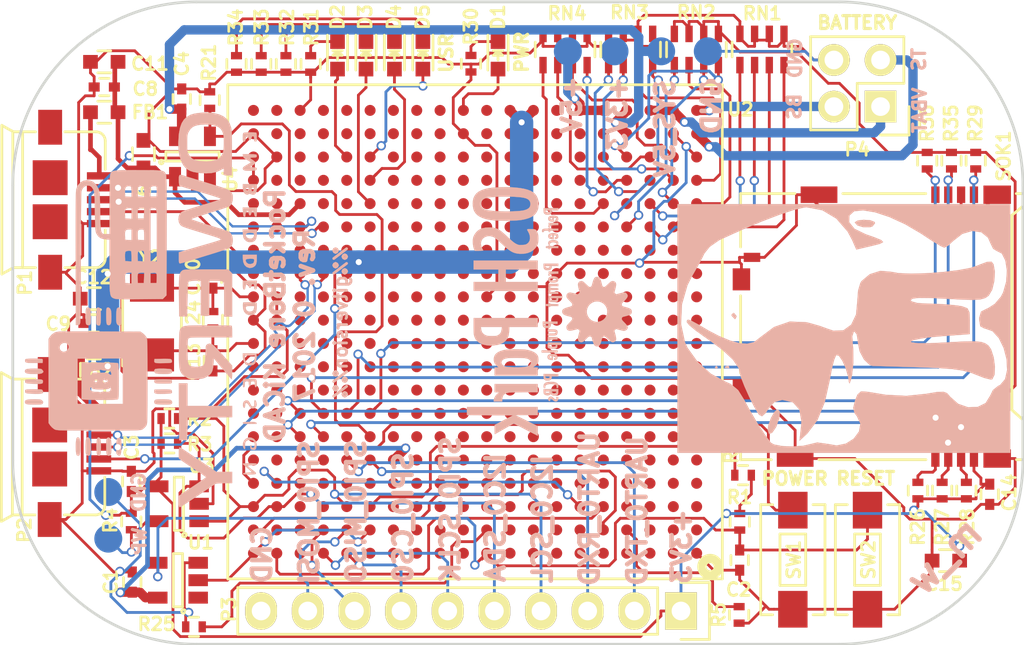
<source format=kicad_pcb>
(kicad_pcb (version 20171130) (host pcbnew "(5.1.12)-1")
  (layers (0 F.Cu signal) (1 In1.Cu power) (2 In2.Cu power) (31 B.Cu signal) (34 B.Paste user hide) (35 F.Paste user hide) (36 B.SilkS user) (37 F.SilkS user) (38 B.Mask user) (39 F.Mask user) (44 Edge.Cuts user))
  (net 0 "")
  (net 1 GND)
  (net 2 "Net-(C2-Pad1)")
  (net 3 "Net-(U2-PadA19)")
  (net 4 PMIC_PGOOD)
  (net 5 "Net-(U2-PadB20)")
  (net 6 "Net-(R5-Pad1)")
  (net 7 TRSTN)
  (net 8 "Net-(U2-PadB18)")
  (net 9 "Net-(U2-PadC6)")
  (net 10 MMC0_CD)
  (net 11 I2C0_SCL)
  (net 12 I2C0_SDA)
  (net 13 VDD_1V8)
  (net 14 "Net-(SW1-Pad2)")
  (net 15 VDD_RTC)
  (net 16 USB1_DRVVBUS)
  (net 17 MMC0_DAT3)
  (net 18 MMC0_DAT2)
  (net 19 MMC0_DAT1)
  (net 20 MMC0_DAT0)
  (net 21 MMC0_CLK)
  (net 22 MMC0_CMD)
  (net 23 "Net-(C13-Pad1)")
  (net 24 OSC0_GND)
  (net 25 "Net-(C10-Pad1)")
  (net 26 USB0_VBUS)
  (net 27 USB0_ID)
  (net 28 USB1_ID)
  (net 29 USR2_LED)
  (net 30 USB1_VBUS)
  (net 31 USR1_LED)
  (net 32 +3V3)
  (net 33 USR0_LED)
  (net 34 USR3_LED)
  (net 35 SYS_5V)
  (net 36 +5V)
  (net 37 3P3AUX)
  (net 38 "Net-(R4-Pad2)")
  (net 39 "Net-(D1-Pad1)")
  (net 40 "Net-(D2-Pad1)")
  (net 41 "Net-(D3-Pad1)")
  (net 42 "Net-(D4-Pad1)")
  (net 43 "Net-(D5-Pad1)")
  (net 44 "Net-(FB1-Pad2)")
  (net 45 "Net-(FB2-Pad2)")
  (net 46 USB1_D_N)
  (net 47 USB1_D_P)
  (net 48 USB0_D_N)
  (net 49 USB0_D_P)
  (net 50 UART0_TXD)
  (net 51 UART0_RXD)
  (net 52 SPI_CS0)
  (net 53 SPI_CLK)
  (net 54 SPI_MOSI)
  (net 55 SPI_MISO)
  (net 56 "Net-(RN1-Pad8)")
  (net 57 "Net-(RN1-Pad7)")
  (net 58 "Net-(RN1-Pad6)")
  (net 59 "Net-(RN1-Pad5)")
  (net 60 "Net-(RN2-Pad2)")
  (net 61 "Net-(RN2-Pad3)")
  (net 62 "Net-(RN2-Pad1)")
  (net 63 "Net-(RN2-Pad4)")
  (net 64 "Net-(RN3-Pad8)")
  (net 65 "Net-(RN3-Pad7)")
  (net 66 "Net-(RN3-Pad6)")
  (net 67 "Net-(RN3-Pad5)")
  (net 68 "Net-(RN4-Pad8)")
  (net 69 "Net-(RN4-Pad7)")
  (net 70 "Net-(RN4-Pad6)")
  (net 71 "Net-(RN4-Pad5)")
  (net 72 VBAT)
  (net 73 TS)
  (net 74 BAT_SENSE)
  (module Resistors_SMD:R_0402 (layer F.Cu) (at 145.727 120.719 180)
    (fp_text reference R37 (at 0.635 1.64592 270) (layer F.SilkS) (effects (font (size 0.7 0.7))))
    (fp_text value 10K)
    (pad 1 smd rect (at -0.45 0 180) (size 0.4 0.6) (layers F.Cu F.Paste F.Mask) (net 32 +3V3))
    (pad 2 smd rect (at 0.45 0 180) (size 0.4 0.6) (layers F.Cu F.Paste F.Mask) (net 10 MMC0_CD))
  )
  (module pocketbone-kicad:BGA-400-1-27mm (layer F.Cu) (at 131.135 112.906 90)
    (fp_text reference U2 (at 12.1158 14.4526 180) (layer F.SilkS) (effects (font (size 0.7 0.7))))
    (fp_text value OSD3358)
    (pad A1 smd circle (at -12.065 12.065 180) (size 0.6 0.6) (layers F.Cu F.Paste F.Mask) (net 1 GND))
    (pad A2 smd circle (at -12.065 10.795 180) (size 0.6 0.6) (layers F.Cu F.Paste F.Mask))
    (pad A3 smd circle (at -12.065 9.525 180) (size 0.6 0.6) (layers F.Cu F.Paste F.Mask))
    (pad A4 smd circle (at -12.065 8.255 180) (size 0.6 0.6) (layers F.Cu F.Paste F.Mask))
    (pad A5 smd circle (at -12.065 6.985 180) (size 0.6 0.6) (layers F.Cu F.Paste F.Mask))
    (pad A6 smd circle (at -12.065 5.715 180) (size 0.6 0.6) (layers F.Cu F.Paste F.Mask))
    (pad A7 smd circle (at -12.065 4.445 180) (size 0.6 0.6) (layers F.Cu F.Paste F.Mask))
    (pad A8 smd circle (at -12.065 3.175 180) (size 0.6 0.6) (layers F.Cu F.Paste F.Mask))
    (pad A9 smd circle (at -12.065 1.905 180) (size 0.6 0.6) (layers F.Cu F.Paste F.Mask))
    (pad A10 smd circle (at -12.065 0.635 180) (size 0.6 0.6) (layers F.Cu F.Paste F.Mask) (net 2 "Net-(C2-Pad1)"))
    (pad A11 smd circle (at -12.065 -0.635 180) (size 0.6 0.6) (layers F.Cu F.Paste F.Mask))
    (pad A12 smd circle (at -12.065 -1.905 180) (size 0.6 0.6) (layers F.Cu F.Paste F.Mask))
    (pad A13 smd circle (at -12.065 -3.175 180) (size 0.6 0.6) (layers F.Cu F.Paste F.Mask))
    (pad A14 smd circle (at -12.065 -4.445 180) (size 0.6 0.6) (layers F.Cu F.Paste F.Mask))
    (pad A15 smd circle (at -12.065 -5.715 180) (size 0.6 0.6) (layers F.Cu F.Paste F.Mask))
    (pad A16 smd circle (at -12.065 -6.985 180) (size 0.6 0.6) (layers F.Cu F.Paste F.Mask) (net 52 SPI_CS0))
    (pad A17 smd circle (at -12.065 -8.255 180) (size 0.6 0.6) (layers F.Cu F.Paste F.Mask) (net 53 SPI_CLK))
    (pad A18 smd circle (at -12.065 -9.525 180) (size 0.6 0.6) (layers F.Cu F.Paste F.Mask))
    (pad A19 smd circle (at -12.065 -10.795 180) (size 0.6 0.6) (layers F.Cu F.Paste F.Mask) (net 3 "Net-(U2-PadA19)"))
    (pad A20 smd circle (at -12.065 -12.065 180) (size 0.6 0.6) (layers F.Cu F.Paste F.Mask) (net 4 PMIC_PGOOD))
    (pad B2 smd circle (at -10.795 10.795 180) (size 0.6 0.6) (layers F.Cu F.Paste F.Mask))
    (pad B5 smd circle (at -10.795 6.985 180) (size 0.6 0.6) (layers F.Cu F.Paste F.Mask) (net 5 "Net-(U2-PadB20)"))
    (pad B3 smd circle (at -10.795 9.525 180) (size 0.6 0.6) (layers F.Cu F.Paste F.Mask))
    (pad B4 smd circle (at -10.795 8.255 180) (size 0.6 0.6) (layers F.Cu F.Paste F.Mask) (net 6 "Net-(R5-Pad1)"))
    (pad B1 smd circle (at -10.795 12.065 180) (size 0.6 0.6) (layers F.Cu F.Paste F.Mask))
    (pad B6 smd circle (at -10.795 5.715 180) (size 0.6 0.6) (layers F.Cu F.Paste F.Mask))
    (pad B7 smd circle (at -10.795 4.445 180) (size 0.6 0.6) (layers F.Cu F.Paste F.Mask))
    (pad B8 smd circle (at -10.795 3.175 180) (size 0.6 0.6) (layers F.Cu F.Paste F.Mask))
    (pad B9 smd circle (at -10.795 1.905 180) (size 0.6 0.6) (layers F.Cu F.Paste F.Mask))
    (pad B10 smd circle (at -10.795 0.635 180) (size 0.6 0.6) (layers F.Cu F.Paste F.Mask) (net 7 TRSTN))
    (pad B11 smd circle (at -10.795 -0.635 180) (size 0.6 0.6) (layers F.Cu F.Paste F.Mask))
    (pad B12 smd circle (at -10.795 -1.905 180) (size 0.6 0.6) (layers F.Cu F.Paste F.Mask))
    (pad B13 smd circle (at -10.795 -3.175 180) (size 0.6 0.6) (layers F.Cu F.Paste F.Mask))
    (pad B14 smd circle (at -10.795 -4.445 180) (size 0.6 0.6) (layers F.Cu F.Paste F.Mask))
    (pad B15 smd circle (at -10.795 -5.715 180) (size 0.6 0.6) (layers F.Cu F.Paste F.Mask) (net 4 PMIC_PGOOD))
    (pad B16 smd circle (at -10.795 -6.985 180) (size 0.6 0.6) (layers F.Cu F.Paste F.Mask) (net 54 SPI_MOSI))
    (pad B17 smd circle (at -10.795 -8.255 180) (size 0.6 0.6) (layers F.Cu F.Paste F.Mask) (net 55 SPI_MISO))
    (pad B18 smd circle (at -10.795 -9.525 180) (size 0.6 0.6) (layers F.Cu F.Paste F.Mask) (net 8 "Net-(U2-PadB18)"))
    (pad B19 smd circle (at -10.795 -10.795 180) (size 0.6 0.6) (layers F.Cu F.Paste F.Mask) (net 8 "Net-(U2-PadB18)"))
    (pad B20 smd circle (at -10.795 -12.065 180) (size 0.6 0.6) (layers F.Cu F.Paste F.Mask) (net 5 "Net-(U2-PadB20)"))
    (pad C2 smd circle (at -9.525 10.795 180) (size 0.6 0.6) (layers F.Cu F.Paste F.Mask))
    (pad C5 smd circle (at -9.525 6.985 180) (size 0.6 0.6) (layers F.Cu F.Paste F.Mask) (net 3 "Net-(U2-PadA19)"))
    (pad C3 smd circle (at -9.525 9.525 180) (size 0.6 0.6) (layers F.Cu F.Paste F.Mask))
    (pad C4 smd circle (at -9.525 8.255 180) (size 0.6 0.6) (layers F.Cu F.Paste F.Mask))
    (pad C1 smd circle (at -9.525 12.065 180) (size 0.6 0.6) (layers F.Cu F.Paste F.Mask))
    (pad C6 smd circle (at -9.525 5.715 180) (size 0.6 0.6) (layers F.Cu F.Paste F.Mask) (net 9 "Net-(U2-PadC6)"))
    (pad C7 smd circle (at -9.525 4.445 180) (size 0.6 0.6) (layers F.Cu F.Paste F.Mask))
    (pad C8 smd circle (at -9.525 3.175 180) (size 0.6 0.6) (layers F.Cu F.Paste F.Mask))
    (pad C9 smd circle (at -9.525 1.905 180) (size 0.6 0.6) (layers F.Cu F.Paste F.Mask))
    (pad C10 smd circle (at -9.525 0.635 180) (size 0.6 0.6) (layers F.Cu F.Paste F.Mask))
    (pad C11 smd circle (at -9.525 -0.635 180) (size 0.6 0.6) (layers F.Cu F.Paste F.Mask))
    (pad C12 smd circle (at -9.525 -1.905 180) (size 0.6 0.6) (layers F.Cu F.Paste F.Mask))
    (pad C13 smd circle (at -9.525 -3.175 180) (size 0.6 0.6) (layers F.Cu F.Paste F.Mask))
    (pad C14 smd circle (at -9.525 -4.445 180) (size 0.6 0.6) (layers F.Cu F.Paste F.Mask))
    (pad C15 smd circle (at -9.525 -5.715 180) (size 0.6 0.6) (layers F.Cu F.Paste F.Mask) (net 10 MMC0_CD))
    (pad C16 smd circle (at -9.525 -6.985 180) (size 0.6 0.6) (layers F.Cu F.Paste F.Mask) (net 11 I2C0_SCL))
    (pad C17 smd circle (at -9.525 -8.255 180) (size 0.6 0.6) (layers F.Cu F.Paste F.Mask) (net 12 I2C0_SDA))
    (pad C18 smd circle (at -9.525 -9.525 180) (size 0.6 0.6) (layers F.Cu F.Paste F.Mask))
    (pad C19 smd circle (at -9.525 -10.795 180) (size 0.6 0.6) (layers F.Cu F.Paste F.Mask) (net 12 I2C0_SDA))
    (pad C20 smd circle (at -9.525 -12.065 180) (size 0.6 0.6) (layers F.Cu F.Paste F.Mask) (net 11 I2C0_SCL))
    (pad D2 smd circle (at -8.255 10.795 180) (size 0.6 0.6) (layers F.Cu F.Paste F.Mask))
    (pad D5 smd circle (at -8.255 6.985 180) (size 0.6 0.6) (layers F.Cu F.Paste F.Mask))
    (pad D3 smd circle (at -8.255 9.525 180) (size 0.6 0.6) (layers F.Cu F.Paste F.Mask))
    (pad D4 smd circle (at -8.255 8.255 180) (size 0.6 0.6) (layers F.Cu F.Paste F.Mask))
    (pad D1 smd circle (at -8.255 12.065 180) (size 0.6 0.6) (layers F.Cu F.Paste F.Mask))
    (pad D6 smd circle (at -8.255 5.715 180) (size 0.6 0.6) (layers F.Cu F.Paste F.Mask))
    (pad D7 smd circle (at -8.255 4.445 180) (size 0.6 0.6) (layers F.Cu F.Paste F.Mask))
    (pad D8 smd circle (at -8.255 3.175 180) (size 0.6 0.6) (layers F.Cu F.Paste F.Mask))
    (pad D9 smd circle (at -8.255 1.905 180) (size 0.6 0.6) (layers F.Cu F.Paste F.Mask))
    (pad D10 smd circle (at -8.255 0.635 180) (size 0.6 0.6) (layers F.Cu F.Paste F.Mask) (net 13 VDD_1V8))
    (pad D11 smd circle (at -8.255 -0.635 180) (size 0.6 0.6) (layers F.Cu F.Paste F.Mask))
    (pad D12 smd circle (at -8.255 -1.905 180) (size 0.6 0.6) (layers F.Cu F.Paste F.Mask))
    (pad D13 smd circle (at -8.255 -3.175 180) (size 0.6 0.6) (layers F.Cu F.Paste F.Mask))
    (pad D14 smd circle (at -8.255 -4.445 180) (size 0.6 0.6) (layers F.Cu F.Paste F.Mask))
    (pad D15 smd circle (at -8.255 -5.715 180) (size 0.6 0.6) (layers F.Cu F.Paste F.Mask))
    (pad D16 smd circle (at -8.255 -6.985 180) (size 0.6 0.6) (layers F.Cu F.Paste F.Mask))
    (pad D17 smd circle (at -8.255 -8.255 180) (size 0.6 0.6) (layers F.Cu F.Paste F.Mask))
    (pad D18 smd circle (at -8.255 -9.525 180) (size 0.6 0.6) (layers F.Cu F.Paste F.Mask))
    (pad D19 smd circle (at -8.255 -10.795 180) (size 0.6 0.6) (layers F.Cu F.Paste F.Mask) (net 9 "Net-(U2-PadC6)"))
    (pad D20 smd circle (at -8.255 -12.065 180) (size 0.6 0.6) (layers F.Cu F.Paste F.Mask) (net 14 "Net-(SW1-Pad2)"))
    (pad E2 smd circle (at -6.985 10.795 180) (size 0.6 0.6) (layers F.Cu F.Paste F.Mask))
    (pad E5 smd circle (at -6.985 6.985 180) (size 0.6 0.6) (layers F.Cu F.Paste F.Mask))
    (pad E3 smd circle (at -6.985 9.525 180) (size 0.6 0.6) (layers F.Cu F.Paste F.Mask))
    (pad E4 smd circle (at -6.985 8.255 180) (size 0.6 0.6) (layers F.Cu F.Paste F.Mask))
    (pad E1 smd circle (at -6.985 12.065 180) (size 0.6 0.6) (layers F.Cu F.Paste F.Mask))
    (pad E6 smd circle (at -6.985 5.715 180) (size 0.6 0.6) (layers F.Cu F.Paste F.Mask))
    (pad E7 smd circle (at -6.985 4.445 180) (size 0.6 0.6) (layers F.Cu F.Paste F.Mask))
    (pad E8 smd circle (at -6.985 3.175 180) (size 0.6 0.6) (layers F.Cu F.Paste F.Mask))
    (pad E9 smd circle (at -6.985 1.905 180) (size 0.6 0.6) (layers F.Cu F.Paste F.Mask) (net 13 VDD_1V8))
    (pad E10 smd circle (at -6.985 0.635 180) (size 0.6 0.6) (layers F.Cu F.Paste F.Mask))
    (pad E11 smd circle (at -6.985 -0.635 180) (size 0.6 0.6) (layers F.Cu F.Paste F.Mask))
    (pad E12 smd circle (at -6.985 -1.905 180) (size 0.6 0.6) (layers F.Cu F.Paste F.Mask))
    (pad E13 smd circle (at -6.985 -3.175 180) (size 0.6 0.6) (layers F.Cu F.Paste F.Mask))
    (pad E14 smd circle (at -6.985 -4.445 180) (size 0.6 0.6) (layers F.Cu F.Paste F.Mask) (net 15 VDD_RTC))
    (pad E15 smd circle (at -6.985 -5.715 180) (size 0.6 0.6) (layers F.Cu F.Paste F.Mask) (net 51 UART0_RXD))
    (pad E16 smd circle (at -6.985 -6.985 180) (size 0.6 0.6) (layers F.Cu F.Paste F.Mask) (net 50 UART0_TXD))
    (pad E17 smd circle (at -6.985 -8.255 180) (size 0.6 0.6) (layers F.Cu F.Paste F.Mask))
    (pad E18 smd circle (at -6.985 -9.525 180) (size 0.6 0.6) (layers F.Cu F.Paste F.Mask))
    (pad E19 smd circle (at -6.985 -10.795 180) (size 0.6 0.6) (layers F.Cu F.Paste F.Mask))
    (pad E20 smd circle (at -6.985 -12.065 180) (size 0.6 0.6) (layers F.Cu F.Paste F.Mask))
    (pad F2 smd circle (at -5.715 10.795 180) (size 0.6 0.6) (layers F.Cu F.Paste F.Mask))
    (pad F5 smd circle (at -5.715 6.985 180) (size 0.6 0.6) (layers F.Cu F.Paste F.Mask))
    (pad F3 smd circle (at -5.715 9.525 180) (size 0.6 0.6) (layers F.Cu F.Paste F.Mask))
    (pad F4 smd circle (at -5.715 8.255 180) (size 0.6 0.6) (layers F.Cu F.Paste F.Mask))
    (pad F1 smd circle (at -5.715 12.065 180) (size 0.6 0.6) (layers F.Cu F.Paste F.Mask))
    (pad F6 smd circle (at -5.715 5.715 180) (size 0.6 0.6) (layers F.Cu F.Paste F.Mask))
    (pad F7 smd circle (at -5.715 4.445 180) (size 0.6 0.6) (layers F.Cu F.Paste F.Mask))
    (pad F8 smd circle (at -5.715 3.175 180) (size 0.6 0.6) (layers F.Cu F.Paste F.Mask))
    (pad F9 smd circle (at -5.715 1.905 180) (size 0.6 0.6) (layers F.Cu F.Paste F.Mask))
    (pad F10 smd circle (at -5.715 0.635 180) (size 0.6 0.6) (layers F.Cu F.Paste F.Mask))
    (pad F11 smd circle (at -5.715 -0.635 180) (size 0.6 0.6) (layers F.Cu F.Paste F.Mask))
    (pad F12 smd circle (at -5.715 -1.905 180) (size 0.6 0.6) (layers F.Cu F.Paste F.Mask))
    (pad F13 smd circle (at -5.715 -3.175 180) (size 0.6 0.6) (layers F.Cu F.Paste F.Mask))
    (pad F14 smd circle (at -5.715 -4.445 180) (size 0.6 0.6) (layers F.Cu F.Paste F.Mask))
    (pad F15 smd circle (at -5.715 -5.715 180) (size 0.6 0.6) (layers F.Cu F.Paste F.Mask) (net 16 USB1_DRVVBUS))
    (pad F16 smd circle (at -5.715 -6.985 180) (size 0.6 0.6) (layers F.Cu F.Paste F.Mask))
    (pad F17 smd circle (at -5.715 -8.255 180) (size 0.6 0.6) (layers F.Cu F.Paste F.Mask) (net 17 MMC0_DAT3))
    (pad F18 smd circle (at -5.715 -9.525 180) (size 0.6 0.6) (layers F.Cu F.Paste F.Mask) (net 18 MMC0_DAT2))
    (pad F19 smd circle (at -5.715 -10.795 180) (size 0.6 0.6) (layers F.Cu F.Paste F.Mask))
    (pad F20 smd circle (at -5.715 -12.065 180) (size 0.6 0.6) (layers F.Cu F.Paste F.Mask))
    (pad G2 smd circle (at -4.445 10.795 180) (size 0.6 0.6) (layers F.Cu F.Paste F.Mask))
    (pad G5 smd circle (at -4.445 6.985 180) (size 0.6 0.6) (layers F.Cu F.Paste F.Mask))
    (pad G3 smd circle (at -4.445 9.525 180) (size 0.6 0.6) (layers F.Cu F.Paste F.Mask))
    (pad G4 smd circle (at -4.445 8.255 180) (size 0.6 0.6) (layers F.Cu F.Paste F.Mask))
    (pad G1 smd circle (at -4.445 12.065 180) (size 0.6 0.6) (layers F.Cu F.Paste F.Mask))
    (pad G6 smd circle (at -4.445 5.715 180) (size 0.6 0.6) (layers F.Cu F.Paste F.Mask))
    (pad G7 smd circle (at -4.445 4.445 180) (size 0.6 0.6) (layers F.Cu F.Paste F.Mask))
    (pad G8 smd circle (at -4.445 3.175 180) (size 0.6 0.6) (layers F.Cu F.Paste F.Mask))
    (pad G9 smd circle (at -4.445 1.905 180) (size 0.6 0.6) (layers F.Cu F.Paste F.Mask))
    (pad G10 smd circle (at -4.445 0.635 180) (size 0.6 0.6) (layers F.Cu F.Paste F.Mask))
    (pad G11 smd circle (at -4.445 -0.635 180) (size 0.6 0.6) (layers F.Cu F.Paste F.Mask))
    (pad G12 smd circle (at -4.445 -1.905 180) (size 0.6 0.6) (layers F.Cu F.Paste F.Mask))
    (pad G13 smd circle (at -4.445 -3.175 180) (size 0.6 0.6) (layers F.Cu F.Paste F.Mask))
    (pad G14 smd circle (at -4.445 -4.445 180) (size 0.6 0.6) (layers F.Cu F.Paste F.Mask))
    (pad G15 smd circle (at -4.445 -5.715 180) (size 0.6 0.6) (layers F.Cu F.Paste F.Mask) (net 19 MMC0_DAT1))
    (pad G16 smd circle (at -4.445 -6.985 180) (size 0.6 0.6) (layers F.Cu F.Paste F.Mask) (net 20 MMC0_DAT0))
    (pad G17 smd circle (at -4.445 -8.255 180) (size 0.6 0.6) (layers F.Cu F.Paste F.Mask) (net 21 MMC0_CLK))
    (pad G18 smd circle (at -4.445 -9.525 180) (size 0.6 0.6) (layers F.Cu F.Paste F.Mask) (net 22 MMC0_CMD))
    (pad G19 smd circle (at -4.445 -10.795 180) (size 0.6 0.6) (layers F.Cu F.Paste F.Mask))
    (pad G20 smd circle (at -4.445 -12.065 180) (size 0.6 0.6) (layers F.Cu F.Paste F.Mask))
    (pad H2 smd circle (at -3.175 10.795 180) (size 0.6 0.6) (layers F.Cu F.Paste F.Mask))
    (pad H5 smd circle (at -3.175 6.985 180) (size 0.6 0.6) (layers F.Cu F.Paste F.Mask))
    (pad H3 smd circle (at -3.175 9.525 180) (size 0.6 0.6) (layers F.Cu F.Paste F.Mask))
    (pad H4 smd circle (at -3.175 8.255 180) (size 0.6 0.6) (layers F.Cu F.Paste F.Mask))
    (pad H1 smd circle (at -3.175 12.065 180) (size 0.6 0.6) (layers F.Cu F.Paste F.Mask))
    (pad H6 smd circle (at -3.175 5.715 180) (size 0.6 0.6) (layers F.Cu F.Paste F.Mask))
    (pad H7 smd circle (at -3.175 4.445 180) (size 0.6 0.6) (layers F.Cu F.Paste F.Mask))
    (pad H8 smd circle (at -3.175 3.175 180) (size 0.6 0.6) (layers F.Cu F.Paste F.Mask))
    (pad H9 smd circle (at -3.175 1.905 180) (size 0.6 0.6) (layers F.Cu F.Paste F.Mask))
    (pad H10 smd circle (at -3.175 0.635 180) (size 0.6 0.6) (layers F.Cu F.Paste F.Mask))
    (pad H11 smd circle (at -3.175 -0.635 180) (size 0.6 0.6) (layers F.Cu F.Paste F.Mask))
    (pad H12 smd circle (at -3.175 -1.905 180) (size 0.6 0.6) (layers F.Cu F.Paste F.Mask))
    (pad H13 smd circle (at -3.175 -3.175 180) (size 0.6 0.6) (layers F.Cu F.Paste F.Mask))
    (pad H14 smd circle (at -3.175 -4.445 180) (size 0.6 0.6) (layers F.Cu F.Paste F.Mask))
    (pad H15 smd circle (at -3.175 -5.715 180) (size 0.6 0.6) (layers F.Cu F.Paste F.Mask))
    (pad H16 smd circle (at -3.175 -6.985 180) (size 0.6 0.6) (layers F.Cu F.Paste F.Mask))
    (pad H17 smd circle (at -3.175 -8.255 180) (size 0.6 0.6) (layers F.Cu F.Paste F.Mask))
    (pad H18 smd circle (at -3.175 -9.525 180) (size 0.6 0.6) (layers F.Cu F.Paste F.Mask))
    (pad H19 smd circle (at -3.175 -10.795 180) (size 0.6 0.6) (layers F.Cu F.Paste F.Mask))
    (pad H20 smd circle (at -3.175 -12.065 180) (size 0.6 0.6) (layers F.Cu F.Paste F.Mask))
    (pad J2 smd circle (at -1.905 10.795 180) (size 0.6 0.6) (layers F.Cu F.Paste F.Mask))
    (pad J5 smd circle (at -1.905 6.985 180) (size 0.6 0.6) (layers F.Cu F.Paste F.Mask))
    (pad J3 smd circle (at -1.905 9.525 180) (size 0.6 0.6) (layers F.Cu F.Paste F.Mask))
    (pad J4 smd circle (at -1.905 8.255 180) (size 0.6 0.6) (layers F.Cu F.Paste F.Mask))
    (pad J1 smd circle (at -1.905 12.065 180) (size 0.6 0.6) (layers F.Cu F.Paste F.Mask))
    (pad J6 smd circle (at -1.905 5.715 180) (size 0.6 0.6) (layers F.Cu F.Paste F.Mask) (net 1 GND))
    (pad J7 smd circle (at -1.905 4.445 180) (size 0.6 0.6) (layers F.Cu F.Paste F.Mask))
    (pad J8 smd circle (at -1.905 3.175 180) (size 0.6 0.6) (layers F.Cu F.Paste F.Mask))
    (pad J9 smd circle (at -1.905 1.905 180) (size 0.6 0.6) (layers F.Cu F.Paste F.Mask))
    (pad J10 smd circle (at -1.905 0.635 180) (size 0.6 0.6) (layers F.Cu F.Paste F.Mask))
    (pad J11 smd circle (at -1.905 -0.635 180) (size 0.6 0.6) (layers F.Cu F.Paste F.Mask))
    (pad J12 smd circle (at -1.905 -1.905 180) (size 0.6 0.6) (layers F.Cu F.Paste F.Mask))
    (pad J13 smd circle (at -1.905 -3.175 180) (size 0.6 0.6) (layers F.Cu F.Paste F.Mask))
    (pad J14 smd circle (at -1.905 -4.445 180) (size 0.6 0.6) (layers F.Cu F.Paste F.Mask))
    (pad J15 smd circle (at -1.905 -5.715 180) (size 0.6 0.6) (layers F.Cu F.Paste F.Mask))
    (pad J16 smd circle (at -1.905 -6.985 180) (size 0.6 0.6) (layers F.Cu F.Paste F.Mask))
    (pad J17 smd circle (at -1.905 -8.255 180) (size 0.6 0.6) (layers F.Cu F.Paste F.Mask))
    (pad J18 smd circle (at -1.905 -9.525 180) (size 0.6 0.6) (layers F.Cu F.Paste F.Mask))
    (pad J19 smd circle (at -1.905 -10.795 180) (size 0.6 0.6) (layers F.Cu F.Paste F.Mask))
    (pad J20 smd circle (at -1.905 -12.065 180) (size 0.6 0.6) (layers F.Cu F.Paste F.Mask))
    (pad K2 smd circle (at -0.635 10.795 180) (size 0.6 0.6) (layers F.Cu F.Paste F.Mask))
    (pad K5 smd circle (at -0.635 6.985 180) (size 0.6 0.6) (layers F.Cu F.Paste F.Mask))
    (pad K3 smd circle (at -0.635 9.525 180) (size 0.6 0.6) (layers F.Cu F.Paste F.Mask))
    (pad K4 smd circle (at -0.635 8.255 180) (size 0.6 0.6) (layers F.Cu F.Paste F.Mask))
    (pad K1 smd circle (at -0.635 12.065 180) (size 0.6 0.6) (layers F.Cu F.Paste F.Mask))
    (pad K6 smd circle (at -0.635 5.715 180) (size 0.6 0.6) (layers F.Cu F.Paste F.Mask))
    (pad K7 smd circle (at -0.635 4.445 180) (size 0.6 0.6) (layers F.Cu F.Paste F.Mask))
    (pad K8 smd circle (at -0.635 3.175 180) (size 0.6 0.6) (layers F.Cu F.Paste F.Mask))
    (pad K9 smd circle (at -0.635 1.905 180) (size 0.6 0.6) (layers F.Cu F.Paste F.Mask))
    (pad K10 smd circle (at -0.635 0.635 180) (size 0.6 0.6) (layers F.Cu F.Paste F.Mask))
    (pad K11 smd circle (at -0.635 -0.635 180) (size 0.6 0.6) (layers F.Cu F.Paste F.Mask))
    (pad K12 smd circle (at -0.635 -1.905 180) (size 0.6 0.6) (layers F.Cu F.Paste F.Mask))
    (pad K13 smd circle (at -0.635 -3.175 180) (size 0.6 0.6) (layers F.Cu F.Paste F.Mask))
    (pad K14 smd circle (at -0.635 -4.445 180) (size 0.6 0.6) (layers F.Cu F.Paste F.Mask))
    (pad K15 smd circle (at -0.635 -5.715 180) (size 0.6 0.6) (layers F.Cu F.Paste F.Mask))
    (pad K16 smd circle (at -0.635 -6.985 180) (size 0.6 0.6) (layers F.Cu F.Paste F.Mask))
    (pad K17 smd circle (at -0.635 -8.255 180) (size 0.6 0.6) (layers F.Cu F.Paste F.Mask))
    (pad K18 smd circle (at -0.635 -9.525 180) (size 0.6 0.6) (layers F.Cu F.Paste F.Mask))
    (pad K19 smd circle (at -0.635 -10.795 180) (size 0.6 0.6) (layers F.Cu F.Paste F.Mask))
    (pad K20 smd circle (at -0.635 -12.065 180) (size 0.6 0.6) (layers F.Cu F.Paste F.Mask) (net 23 "Net-(C13-Pad1)"))
    (pad L13 smd circle (at 0.635 -3.175 180) (size 0.6 0.6) (layers F.Cu F.Paste F.Mask))
    (pad L11 smd circle (at 0.635 -0.635 180) (size 0.6 0.6) (layers F.Cu F.Paste F.Mask))
    (pad L12 smd circle (at 0.635 -1.905 180) (size 0.6 0.6) (layers F.Cu F.Paste F.Mask))
    (pad L10 smd circle (at 0.635 0.635 180) (size 0.6 0.6) (layers F.Cu F.Paste F.Mask))
    (pad L8 smd circle (at 0.635 3.175 180) (size 0.6 0.6) (layers F.Cu F.Paste F.Mask))
    (pad L9 smd circle (at 0.635 1.905 180) (size 0.6 0.6) (layers F.Cu F.Paste F.Mask))
    (pad L7 smd circle (at 0.635 4.445 180) (size 0.6 0.6) (layers F.Cu F.Paste F.Mask))
    (pad L3 smd circle (at 0.635 9.525 180) (size 0.6 0.6) (layers F.Cu F.Paste F.Mask))
    (pad L1 smd circle (at 0.635 12.065 180) (size 0.6 0.6) (layers F.Cu F.Paste F.Mask))
    (pad L2 smd circle (at 0.635 10.795 180) (size 0.6 0.6) (layers F.Cu F.Paste F.Mask))
    (pad L4 smd circle (at 0.635 8.255 180) (size 0.6 0.6) (layers F.Cu F.Paste F.Mask))
    (pad L5 smd circle (at 0.635 6.985 180) (size 0.6 0.6) (layers F.Cu F.Paste F.Mask))
    (pad L6 smd circle (at 0.635 5.715 180) (size 0.6 0.6) (layers F.Cu F.Paste F.Mask))
    (pad L15 smd circle (at 0.635 -5.715 180) (size 0.6 0.6) (layers F.Cu F.Paste F.Mask))
    (pad L16 smd circle (at 0.635 -6.985 180) (size 0.6 0.6) (layers F.Cu F.Paste F.Mask))
    (pad L14 smd circle (at 0.635 -4.445 180) (size 0.6 0.6) (layers F.Cu F.Paste F.Mask))
    (pad L17 smd circle (at 0.635 -8.255 180) (size 0.6 0.6) (layers F.Cu F.Paste F.Mask))
    (pad L18 smd circle (at 0.635 -9.525 180) (size 0.6 0.6) (layers F.Cu F.Paste F.Mask))
    (pad L19 smd circle (at 0.635 -10.795 180) (size 0.6 0.6) (layers F.Cu F.Paste F.Mask) (net 1 GND))
    (pad L20 smd circle (at 0.635 -12.065 180) (size 0.6 0.6) (layers F.Cu F.Paste F.Mask) (net 24 OSC0_GND))
    (pad M13 smd circle (at 1.905 -3.175 180) (size 0.6 0.6) (layers F.Cu F.Paste F.Mask))
    (pad M11 smd circle (at 1.905 -0.635 180) (size 0.6 0.6) (layers F.Cu F.Paste F.Mask))
    (pad M12 smd circle (at 1.905 -1.905 180) (size 0.6 0.6) (layers F.Cu F.Paste F.Mask))
    (pad M10 smd circle (at 1.905 0.635 180) (size 0.6 0.6) (layers F.Cu F.Paste F.Mask) (net 1 GND))
    (pad M8 smd circle (at 1.905 3.175 180) (size 0.6 0.6) (layers F.Cu F.Paste F.Mask))
    (pad M9 smd circle (at 1.905 1.905 180) (size 0.6 0.6) (layers F.Cu F.Paste F.Mask))
    (pad M7 smd circle (at 1.905 4.445 180) (size 0.6 0.6) (layers F.Cu F.Paste F.Mask))
    (pad M3 smd circle (at 1.905 9.525 180) (size 0.6 0.6) (layers F.Cu F.Paste F.Mask))
    (pad M1 smd circle (at 1.905 12.065 180) (size 0.6 0.6) (layers F.Cu F.Paste F.Mask))
    (pad M2 smd circle (at 1.905 10.795 180) (size 0.6 0.6) (layers F.Cu F.Paste F.Mask))
    (pad M4 smd circle (at 1.905 8.255 180) (size 0.6 0.6) (layers F.Cu F.Paste F.Mask))
    (pad M5 smd circle (at 1.905 6.985 180) (size 0.6 0.6) (layers F.Cu F.Paste F.Mask))
    (pad M6 smd circle (at 1.905 5.715 180) (size 0.6 0.6) (layers F.Cu F.Paste F.Mask))
    (pad M15 smd circle (at 1.905 -5.715 180) (size 0.6 0.6) (layers F.Cu F.Paste F.Mask))
    (pad M16 smd circle (at 1.905 -6.985 180) (size 0.6 0.6) (layers F.Cu F.Paste F.Mask))
    (pad M14 smd circle (at 1.905 -4.445 180) (size 0.6 0.6) (layers F.Cu F.Paste F.Mask))
    (pad M17 smd circle (at 1.905 -8.255 180) (size 0.6 0.6) (layers F.Cu F.Paste F.Mask))
    (pad M18 smd circle (at 1.905 -9.525 180) (size 0.6 0.6) (layers F.Cu F.Paste F.Mask))
    (pad M19 smd circle (at 1.905 -10.795 180) (size 0.6 0.6) (layers F.Cu F.Paste F.Mask) (net 1 GND))
    (pad M20 smd circle (at 1.905 -12.065 180) (size 0.6 0.6) (layers F.Cu F.Paste F.Mask) (net 25 "Net-(C10-Pad1)"))
    (pad N13 smd circle (at 3.175 -3.175 180) (size 0.6 0.6) (layers F.Cu F.Paste F.Mask))
    (pad N11 smd circle (at 3.175 -0.635 180) (size 0.6 0.6) (layers F.Cu F.Paste F.Mask))
    (pad N12 smd circle (at 3.175 -1.905 180) (size 0.6 0.6) (layers F.Cu F.Paste F.Mask))
    (pad N10 smd circle (at 3.175 0.635 180) (size 0.6 0.6) (layers F.Cu F.Paste F.Mask))
    (pad N8 smd circle (at 3.175 3.175 180) (size 0.6 0.6) (layers F.Cu F.Paste F.Mask))
    (pad N9 smd circle (at 3.175 1.905 180) (size 0.6 0.6) (layers F.Cu F.Paste F.Mask))
    (pad N7 smd circle (at 3.175 4.445 180) (size 0.6 0.6) (layers F.Cu F.Paste F.Mask) (net 1 GND))
    (pad N3 smd circle (at 3.175 9.525 180) (size 0.6 0.6) (layers F.Cu F.Paste F.Mask))
    (pad N1 smd circle (at 3.175 12.065 180) (size 0.6 0.6) (layers F.Cu F.Paste F.Mask))
    (pad N2 smd circle (at 3.175 10.795 180) (size 0.6 0.6) (layers F.Cu F.Paste F.Mask))
    (pad N4 smd circle (at 3.175 8.255 180) (size 0.6 0.6) (layers F.Cu F.Paste F.Mask))
    (pad N5 smd circle (at 3.175 6.985 180) (size 0.6 0.6) (layers F.Cu F.Paste F.Mask))
    (pad N6 smd circle (at 3.175 5.715 180) (size 0.6 0.6) (layers F.Cu F.Paste F.Mask))
    (pad N15 smd circle (at 3.175 -5.715 180) (size 0.6 0.6) (layers F.Cu F.Paste F.Mask))
    (pad N16 smd circle (at 3.175 -6.985 180) (size 0.6 0.6) (layers F.Cu F.Paste F.Mask))
    (pad N14 smd circle (at 3.175 -4.445 180) (size 0.6 0.6) (layers F.Cu F.Paste F.Mask))
    (pad N17 smd circle (at 3.175 -8.255 180) (size 0.6 0.6) (layers F.Cu F.Paste F.Mask) (net 49 USB0_D_P))
    (pad N18 smd circle (at 3.175 -9.525 180) (size 0.6 0.6) (layers F.Cu F.Paste F.Mask) (net 48 USB0_D_N))
    (pad N19 smd circle (at 3.175 -10.795 180) (size 0.6 0.6) (layers F.Cu F.Paste F.Mask))
    (pad N20 smd circle (at 3.175 -12.065 180) (size 0.6 0.6) (layers F.Cu F.Paste F.Mask))
    (pad P13 smd circle (at 4.445 -3.175 180) (size 0.6 0.6) (layers F.Cu F.Paste F.Mask))
    (pad P11 smd circle (at 4.445 -0.635 180) (size 0.6 0.6) (layers F.Cu F.Paste F.Mask))
    (pad P12 smd circle (at 4.445 -1.905 180) (size 0.6 0.6) (layers F.Cu F.Paste F.Mask))
    (pad P10 smd circle (at 4.445 0.635 180) (size 0.6 0.6) (layers F.Cu F.Paste F.Mask))
    (pad P8 smd circle (at 4.445 3.175 180) (size 0.6 0.6) (layers F.Cu F.Paste F.Mask))
    (pad P9 smd circle (at 4.445 1.905 180) (size 0.6 0.6) (layers F.Cu F.Paste F.Mask))
    (pad P7 smd circle (at 4.445 4.445 180) (size 0.6 0.6) (layers F.Cu F.Paste F.Mask))
    (pad P3 smd circle (at 4.445 9.525 180) (size 0.6 0.6) (layers F.Cu F.Paste F.Mask))
    (pad P1 smd circle (at 4.445 12.065 180) (size 0.6 0.6) (layers F.Cu F.Paste F.Mask))
    (pad P2 smd circle (at 4.445 10.795 180) (size 0.6 0.6) (layers F.Cu F.Paste F.Mask))
    (pad P4 smd circle (at 4.445 8.255 180) (size 0.6 0.6) (layers F.Cu F.Paste F.Mask))
    (pad P5 smd circle (at 4.445 6.985 180) (size 0.6 0.6) (layers F.Cu F.Paste F.Mask))
    (pad P6 smd circle (at 4.445 5.715 180) (size 0.6 0.6) (layers F.Cu F.Paste F.Mask))
    (pad P15 smd circle (at 4.445 -5.715 180) (size 0.6 0.6) (layers F.Cu F.Paste F.Mask) (net 26 USB0_VBUS))
    (pad P16 smd circle (at 4.445 -6.985 180) (size 0.6 0.6) (layers F.Cu F.Paste F.Mask) (net 27 USB0_ID))
    (pad P14 smd circle (at 4.445 -4.445 180) (size 0.6 0.6) (layers F.Cu F.Paste F.Mask))
    (pad P17 smd circle (at 4.445 -8.255 180) (size 0.6 0.6) (layers F.Cu F.Paste F.Mask) (net 28 USB1_ID))
    (pad P18 smd circle (at 4.445 -9.525 180) (size 0.6 0.6) (layers F.Cu F.Paste F.Mask))
    (pad P19 smd circle (at 4.445 -10.795 180) (size 0.6 0.6) (layers F.Cu F.Paste F.Mask))
    (pad P20 smd circle (at 4.445 -12.065 180) (size 0.6 0.6) (layers F.Cu F.Paste F.Mask))
    (pad R13 smd circle (at 5.715 -3.175 180) (size 0.6 0.6) (layers F.Cu F.Paste F.Mask))
    (pad R11 smd circle (at 5.715 -0.635 180) (size 0.6 0.6) (layers F.Cu F.Paste F.Mask))
    (pad R12 smd circle (at 5.715 -1.905 180) (size 0.6 0.6) (layers F.Cu F.Paste F.Mask))
    (pad R10 smd circle (at 5.715 0.635 180) (size 0.6 0.6) (layers F.Cu F.Paste F.Mask))
    (pad R8 smd circle (at 5.715 3.175 180) (size 0.6 0.6) (layers F.Cu F.Paste F.Mask))
    (pad R9 smd circle (at 5.715 1.905 180) (size 0.6 0.6) (layers F.Cu F.Paste F.Mask))
    (pad R7 smd circle (at 5.715 4.445 180) (size 0.6 0.6) (layers F.Cu F.Paste F.Mask))
    (pad R3 smd circle (at 5.715 9.525 180) (size 0.6 0.6) (layers F.Cu F.Paste F.Mask) (net 58 "Net-(RN1-Pad6)"))
    (pad R1 smd circle (at 5.715 12.065 180) (size 0.6 0.6) (layers F.Cu F.Paste F.Mask) (net 56 "Net-(RN1-Pad8)"))
    (pad R2 smd circle (at 5.715 10.795 180) (size 0.6 0.6) (layers F.Cu F.Paste F.Mask) (net 57 "Net-(RN1-Pad7)"))
    (pad R4 smd circle (at 5.715 8.255 180) (size 0.6 0.6) (layers F.Cu F.Paste F.Mask) (net 62 "Net-(RN2-Pad1)"))
    (pad R5 smd circle (at 5.715 6.985 180) (size 0.6 0.6) (layers F.Cu F.Paste F.Mask))
    (pad R6 smd circle (at 5.715 5.715 180) (size 0.6 0.6) (layers F.Cu F.Paste F.Mask))
    (pad R15 smd circle (at 5.715 -5.715 180) (size 0.6 0.6) (layers F.Cu F.Paste F.Mask))
    (pad R16 smd circle (at 5.715 -6.985 180) (size 0.6 0.6) (layers F.Cu F.Paste F.Mask))
    (pad R14 smd circle (at 5.715 -4.445 180) (size 0.6 0.6) (layers F.Cu F.Paste F.Mask))
    (pad R17 smd circle (at 5.715 -8.255 180) (size 0.6 0.6) (layers F.Cu F.Paste F.Mask) (net 47 USB1_D_P))
    (pad R18 smd circle (at 5.715 -9.525 180) (size 0.6 0.6) (layers F.Cu F.Paste F.Mask) (net 46 USB1_D_N))
    (pad R19 smd circle (at 5.715 -10.795 180) (size 0.6 0.6) (layers F.Cu F.Paste F.Mask))
    (pad R20 smd circle (at 5.715 -12.065 180) (size 0.6 0.6) (layers F.Cu F.Paste F.Mask))
    (pad T13 smd circle (at 6.985 -3.175 180) (size 0.6 0.6) (layers F.Cu F.Paste F.Mask))
    (pad T11 smd circle (at 6.985 -0.635 180) (size 0.6 0.6) (layers F.Cu F.Paste F.Mask))
    (pad T12 smd circle (at 6.985 -1.905 180) (size 0.6 0.6) (layers F.Cu F.Paste F.Mask))
    (pad T10 smd circle (at 6.985 0.635 180) (size 0.6 0.6) (layers F.Cu F.Paste F.Mask))
    (pad T8 smd circle (at 6.985 3.175 180) (size 0.6 0.6) (layers F.Cu F.Paste F.Mask))
    (pad T9 smd circle (at 6.985 1.905 180) (size 0.6 0.6) (layers F.Cu F.Paste F.Mask))
    (pad T7 smd circle (at 6.985 4.445 180) (size 0.6 0.6) (layers F.Cu F.Paste F.Mask))
    (pad T3 smd circle (at 6.985 9.525 180) (size 0.6 0.6) (layers F.Cu F.Paste F.Mask) (net 59 "Net-(RN1-Pad5)"))
    (pad T1 smd circle (at 6.985 12.065 180) (size 0.6 0.6) (layers F.Cu F.Paste F.Mask) (net 60 "Net-(RN2-Pad2)"))
    (pad T2 smd circle (at 6.985 10.795 180) (size 0.6 0.6) (layers F.Cu F.Paste F.Mask) (net 61 "Net-(RN2-Pad3)"))
    (pad T4 smd circle (at 6.985 8.255 180) (size 0.6 0.6) (layers F.Cu F.Paste F.Mask) (net 64 "Net-(RN3-Pad8)"))
    (pad T5 smd circle (at 6.985 6.985 180) (size 0.6 0.6) (layers F.Cu F.Paste F.Mask) (net 71 "Net-(RN4-Pad5)"))
    (pad T6 smd circle (at 6.985 5.715 180) (size 0.6 0.6) (layers F.Cu F.Paste F.Mask))
    (pad T15 smd circle (at 6.985 -5.715 180) (size 0.6 0.6) (layers F.Cu F.Paste F.Mask) (net 29 USR2_LED))
    (pad T16 smd circle (at 6.985 -6.985 180) (size 0.6 0.6) (layers F.Cu F.Paste F.Mask))
    (pad T14 smd circle (at 6.985 -4.445 180) (size 0.6 0.6) (layers F.Cu F.Paste F.Mask))
    (pad T17 smd circle (at 6.985 -8.255 180) (size 0.6 0.6) (layers F.Cu F.Paste F.Mask))
    (pad T18 smd circle (at 6.985 -9.525 180) (size 0.6 0.6) (layers F.Cu F.Paste F.Mask) (net 30 USB1_VBUS))
    (pad T19 smd circle (at 6.985 -10.795 180) (size 0.6 0.6) (layers F.Cu F.Paste F.Mask))
    (pad T20 smd circle (at 6.985 -12.065 180) (size 0.6 0.6) (layers F.Cu F.Paste F.Mask))
    (pad U13 smd circle (at 8.255 -3.175 180) (size 0.6 0.6) (layers F.Cu F.Paste F.Mask))
    (pad U11 smd circle (at 8.255 -0.635 180) (size 0.6 0.6) (layers F.Cu F.Paste F.Mask))
    (pad U12 smd circle (at 8.255 -1.905 180) (size 0.6 0.6) (layers F.Cu F.Paste F.Mask))
    (pad U10 smd circle (at 8.255 0.635 180) (size 0.6 0.6) (layers F.Cu F.Paste F.Mask))
    (pad U8 smd circle (at 8.255 3.175 180) (size 0.6 0.6) (layers F.Cu F.Paste F.Mask))
    (pad U9 smd circle (at 8.255 1.905 180) (size 0.6 0.6) (layers F.Cu F.Paste F.Mask))
    (pad U7 smd circle (at 8.255 4.445 180) (size 0.6 0.6) (layers F.Cu F.Paste F.Mask))
    (pad U3 smd circle (at 8.255 9.525 180) (size 0.6 0.6) (layers F.Cu F.Paste F.Mask) (net 67 "Net-(RN3-Pad5)"))
    (pad U1 smd circle (at 8.255 12.065 180) (size 0.6 0.6) (layers F.Cu F.Paste F.Mask) (net 65 "Net-(RN3-Pad7)"))
    (pad U2 smd circle (at 8.255 10.795 180) (size 0.6 0.6) (layers F.Cu F.Paste F.Mask) (net 66 "Net-(RN3-Pad6)"))
    (pad U4 smd circle (at 8.255 8.255 180) (size 0.6 0.6) (layers F.Cu F.Paste F.Mask) (net 68 "Net-(RN4-Pad8)"))
    (pad U5 smd circle (at 8.255 6.985 180) (size 0.6 0.6) (layers F.Cu F.Paste F.Mask))
    (pad U6 smd circle (at 8.255 5.715 180) (size 0.6 0.6) (layers F.Cu F.Paste F.Mask))
    (pad U15 smd circle (at 8.255 -5.715 180) (size 0.6 0.6) (layers F.Cu F.Paste F.Mask) (net 31 USR1_LED))
    (pad U16 smd circle (at 8.255 -6.985 180) (size 0.6 0.6) (layers F.Cu F.Paste F.Mask))
    (pad U14 smd circle (at 8.255 -4.445 180) (size 0.6 0.6) (layers F.Cu F.Paste F.Mask))
    (pad U17 smd circle (at 8.255 -8.255 180) (size 0.6 0.6) (layers F.Cu F.Paste F.Mask))
    (pad U18 smd circle (at 8.255 -9.525 180) (size 0.6 0.6) (layers F.Cu F.Paste F.Mask))
    (pad U19 smd circle (at 8.255 -10.795 180) (size 0.6 0.6) (layers F.Cu F.Paste F.Mask))
    (pad U20 smd circle (at 8.255 -12.065 180) (size 0.6 0.6) (layers F.Cu F.Paste F.Mask) (net 32 +3V3))
    (pad V13 smd circle (at 9.525 -3.175 180) (size 0.6 0.6) (layers F.Cu F.Paste F.Mask))
    (pad V11 smd circle (at 9.525 -0.635 180) (size 0.6 0.6) (layers F.Cu F.Paste F.Mask))
    (pad V12 smd circle (at 9.525 -1.905 180) (size 0.6 0.6) (layers F.Cu F.Paste F.Mask))
    (pad V10 smd circle (at 9.525 0.635 180) (size 0.6 0.6) (layers F.Cu F.Paste F.Mask))
    (pad V8 smd circle (at 9.525 3.175 180) (size 0.6 0.6) (layers F.Cu F.Paste F.Mask))
    (pad V9 smd circle (at 9.525 1.905 180) (size 0.6 0.6) (layers F.Cu F.Paste F.Mask))
    (pad V7 smd circle (at 9.525 4.445 180) (size 0.6 0.6) (layers F.Cu F.Paste F.Mask))
    (pad V3 smd circle (at 9.525 9.525 180) (size 0.6 0.6) (layers F.Cu F.Paste F.Mask) (net 70 "Net-(RN4-Pad6)"))
    (pad V1 smd circle (at 9.525 12.065 180) (size 0.6 0.6) (layers F.Cu F.Paste F.Mask) (net 1 GND))
    (pad V2 smd circle (at 9.525 10.795 180) (size 0.6 0.6) (layers F.Cu F.Paste F.Mask) (net 69 "Net-(RN4-Pad7)"))
    (pad V4 smd circle (at 9.525 8.255 180) (size 0.6 0.6) (layers F.Cu F.Paste F.Mask) (net 63 "Net-(RN2-Pad4)"))
    (pad V5 smd circle (at 9.525 6.985 180) (size 0.6 0.6) (layers F.Cu F.Paste F.Mask))
    (pad V6 smd circle (at 9.525 5.715 180) (size 0.6 0.6) (layers F.Cu F.Paste F.Mask))
    (pad V15 smd circle (at 9.525 -5.715 180) (size 0.6 0.6) (layers F.Cu F.Paste F.Mask) (net 33 USR0_LED))
    (pad V16 smd circle (at 9.525 -6.985 180) (size 0.6 0.6) (layers F.Cu F.Paste F.Mask) (net 34 USR3_LED))
    (pad V14 smd circle (at 9.525 -4.445 180) (size 0.6 0.6) (layers F.Cu F.Paste F.Mask))
    (pad V17 smd circle (at 9.525 -8.255 180) (size 0.6 0.6) (layers F.Cu F.Paste F.Mask))
    (pad V18 smd circle (at 9.525 -9.525 180) (size 0.6 0.6) (layers F.Cu F.Paste F.Mask))
    (pad V19 smd circle (at 9.525 -10.795 180) (size 0.6 0.6) (layers F.Cu F.Paste F.Mask) (net 1 GND))
    (pad V20 smd circle (at 9.525 -12.065 180) (size 0.6 0.6) (layers F.Cu F.Paste F.Mask) (net 32 +3V3))
    (pad W10 smd circle (at 10.795 0.635 180) (size 0.6 0.6) (layers F.Cu F.Paste F.Mask))
    (pad W9 smd circle (at 10.795 1.905 180) (size 0.6 0.6) (layers F.Cu F.Paste F.Mask))
    (pad W8 smd circle (at 10.795 3.175 180) (size 0.6 0.6) (layers F.Cu F.Paste F.Mask))
    (pad W1 smd circle (at 10.795 12.065 180) (size 0.6 0.6) (layers F.Cu F.Paste F.Mask) (net 73 TS))
    (pad W2 smd circle (at 10.795 10.795 180) (size 0.6 0.6) (layers F.Cu F.Paste F.Mask) (net 1 GND))
    (pad W4 smd circle (at 10.795 8.255 180) (size 0.6 0.6) (layers F.Cu F.Paste F.Mask) (net 35 SYS_5V))
    (pad W3 smd circle (at 10.795 9.525 180) (size 0.6 0.6) (layers F.Cu F.Paste F.Mask))
    (pad W5 smd circle (at 10.795 6.985 180) (size 0.6 0.6) (layers F.Cu F.Paste F.Mask))
    (pad W7 smd circle (at 10.795 4.445 180) (size 0.6 0.6) (layers F.Cu F.Paste F.Mask))
    (pad W6 smd circle (at 10.795 5.715 180) (size 0.6 0.6) (layers F.Cu F.Paste F.Mask))
    (pad W16 smd circle (at 10.795 -6.985 180) (size 0.6 0.6) (layers F.Cu F.Paste F.Mask))
    (pad W15 smd circle (at 10.795 -5.715 180) (size 0.6 0.6) (layers F.Cu F.Paste F.Mask))
    (pad W13 smd circle (at 10.795 -3.175 180) (size 0.6 0.6) (layers F.Cu F.Paste F.Mask))
    (pad W14 smd circle (at 10.795 -4.445 180) (size 0.6 0.6) (layers F.Cu F.Paste F.Mask))
    (pad W12 smd circle (at 10.795 -1.905 180) (size 0.6 0.6) (layers F.Cu F.Paste F.Mask))
    (pad W11 smd circle (at 10.795 -0.635 180) (size 0.6 0.6) (layers F.Cu F.Paste F.Mask) (net 1 GND))
    (pad W19 smd circle (at 10.795 -10.795 180) (size 0.6 0.6) (layers F.Cu F.Paste F.Mask))
    (pad W18 smd circle (at 10.795 -9.525 180) (size 0.6 0.6) (layers F.Cu F.Paste F.Mask))
    (pad W17 smd circle (at 10.795 -8.255 180) (size 0.6 0.6) (layers F.Cu F.Paste F.Mask))
    (pad W20 smd circle (at 10.795 -12.065 180) (size 0.6 0.6) (layers F.Cu F.Paste F.Mask) (net 1 GND))
    (pad Y10 smd circle (at 12.065 0.635 180) (size 0.6 0.6) (layers F.Cu F.Paste F.Mask))
    (pad Y9 smd circle (at 12.065 1.905 180) (size 0.6 0.6) (layers F.Cu F.Paste F.Mask) (net 26 USB0_VBUS))
    (pad Y8 smd circle (at 12.065 3.175 180) (size 0.6 0.6) (layers F.Cu F.Paste F.Mask) (net 26 USB0_VBUS))
    (pad Y1 smd circle (at 12.065 12.065 180) (size 0.6 0.6) (layers F.Cu F.Paste F.Mask) (net 74 BAT_SENSE))
    (pad Y2 smd circle (at 12.065 10.795 180) (size 0.6 0.6) (layers F.Cu F.Paste F.Mask) (net 72 VBAT))
    (pad Y4 smd circle (at 12.065 8.255 180) (size 0.6 0.6) (layers F.Cu F.Paste F.Mask) (net 35 SYS_5V))
    (pad Y3 smd circle (at 12.065 9.525 180) (size 0.6 0.6) (layers F.Cu F.Paste F.Mask) (net 72 VBAT))
    (pad Y5 smd circle (at 12.065 6.985 180) (size 0.6 0.6) (layers F.Cu F.Paste F.Mask) (net 36 +5V))
    (pad Y7 smd circle (at 12.065 4.445 180) (size 0.6 0.6) (layers F.Cu F.Paste F.Mask))
    (pad Y6 smd circle (at 12.065 5.715 180) (size 0.6 0.6) (layers F.Cu F.Paste F.Mask) (net 36 +5V))
    (pad Y16 smd circle (at 12.065 -6.985 180) (size 0.6 0.6) (layers F.Cu F.Paste F.Mask))
    (pad Y15 smd circle (at 12.065 -5.715 180) (size 0.6 0.6) (layers F.Cu F.Paste F.Mask))
    (pad Y13 smd circle (at 12.065 -3.175 180) (size 0.6 0.6) (layers F.Cu F.Paste F.Mask))
    (pad Y14 smd circle (at 12.065 -4.445 180) (size 0.6 0.6) (layers F.Cu F.Paste F.Mask))
    (pad Y12 smd circle (at 12.065 -1.905 180) (size 0.6 0.6) (layers F.Cu F.Paste F.Mask))
    (pad Y11 smd circle (at 12.065 -0.635 180) (size 0.6 0.6) (layers F.Cu F.Paste F.Mask) (net 37 3P3AUX))
    (pad Y19 smd circle (at 12.065 -10.795 180) (size 0.6 0.6) (layers F.Cu F.Paste F.Mask))
    (pad Y18 smd circle (at 12.065 -9.525 180) (size 0.6 0.6) (layers F.Cu F.Paste F.Mask) (net 1 GND))
    (pad Y17 smd circle (at 12.065 -8.255 180) (size 0.6 0.6) (layers F.Cu F.Paste F.Mask))
    (pad Y20 smd circle (at 12.065 -12.065 180) (size 0.6 0.6) (layers F.Cu F.Paste F.Mask))
  )
  (module Capacitors_SMD:C_0402 (layer F.Cu) (at 112.471 126.543 90)
    (fp_text reference C1 (at 0.0254 -1.1684 90) (layer F.SilkS) (effects (font (size 0.7 0.7))))
    (fp_text value 0.1uF)
    (pad 1 smd rect (at -0.55 0 90) (size 0.6 0.5) (layers F.Cu F.Paste F.Mask) (net 15 VDD_RTC))
    (pad 2 smd rect (at 0.55 0 90) (size 0.6 0.5) (layers F.Cu F.Paste F.Mask) (net 1 GND))
  )
  (module Capacitors_SMD:C_0402 (layer F.Cu) (at 145.542 125.345 270)
    (fp_text reference C2 (at 1.609 0.0508) (layer F.SilkS) (effects (font (size 0.7 0.7))))
    (fp_text value 1uF)
    (pad 1 smd rect (at -0.55 0 270) (size 0.6 0.5) (layers F.Cu F.Paste F.Mask) (net 2 "Net-(C2-Pad1)"))
    (pad 2 smd rect (at 0.55 0 270) (size 0.6 0.5) (layers F.Cu F.Paste F.Mask) (net 1 GND))
  )
  (module Capacitors_SMD:C_0402 (layer F.Cu) (at 112.42 121.056 90)
    (fp_text reference C3 (at 1.8542 0.0254 90) (layer F.SilkS) (effects (font (size 0.7 0.7))))
    (fp_text value 0.1uF)
    (pad 1 smd rect (at -0.55 0 90) (size 0.6 0.5) (layers F.Cu F.Paste F.Mask) (net 32 +3V3))
    (pad 2 smd rect (at 0.55 0 90) (size 0.6 0.5) (layers F.Cu F.Paste F.Mask) (net 1 GND))
  )
  (module Capacitors_SMD:C_0402 (layer F.Cu) (at 115.164 100.222 90)
    (fp_text reference C4 (at 1.92396 0.00762 90) (layer F.SilkS) (effects (font (size 0.7 0.7))))
    (fp_text value 0.1uF)
    (pad 1 smd rect (at -0.55 0 90) (size 0.6 0.5) (layers F.Cu F.Paste F.Mask) (net 35 SYS_5V))
    (pad 2 smd rect (at 0.55 0 90) (size 0.6 0.5) (layers F.Cu F.Paste F.Mask) (net 1 GND))
  )
  (module Capacitors_SMD:C_0603 (layer F.Cu) (at 113.081 103.226 90)
    (fp_text reference C6 (at -2.3368 0.0254 90) (layer F.SilkS) (effects (font (size 0.7 0.7))))
    (fp_text value 10uF)
    (pad 1 smd rect (at -0.75 0 90) (size 0.8 0.75) (layers F.Cu F.Paste F.Mask) (net 30 USB1_VBUS))
    (pad 2 smd rect (at 0.75 0 90) (size 0.8 0.75) (layers F.Cu F.Paste F.Mask) (net 1 GND))
  )
  (module Capacitors_SMD:C_0402 (layer F.Cu) (at 110.947 99.568 180)
    (fp_text reference C8 (at -2.2352 -0.1016 180) (layer F.SilkS) (effects (font (size 0.7 0.7))))
    (fp_text value 0.1uF)
    (pad 1 smd rect (at -0.55 0 180) (size 0.6 0.5) (layers F.Cu F.Paste F.Mask) (net 30 USB1_VBUS))
    (pad 2 smd rect (at 0.55 0 180) (size 0.6 0.5) (layers F.Cu F.Paste F.Mask) (net 1 GND))
  )
  (module Capacitors_SMD:C_0402 (layer F.Cu) (at 110.388 112.446 180)
    (fp_text reference C9 (at 1.9392 -0.0254 180) (layer F.SilkS) (effects (font (size 0.7 0.7))))
    (fp_text value 0.1uF)
    (pad 1 smd rect (at -0.55 0 180) (size 0.6 0.5) (layers F.Cu F.Paste F.Mask) (net 26 USB0_VBUS))
    (pad 2 smd rect (at 0.55 0 180) (size 0.6 0.5) (layers F.Cu F.Paste F.Mask) (net 1 GND))
  )
  (module Capacitors_SMD:C_0402 (layer F.Cu) (at 116.86 109.976 90)
    (fp_text reference C10 (at 0.06468 -1.07442 270) (layer F.SilkS) (effects (font (size 0.7 0.7))))
    (fp_text value 18pF)
    (pad 1 smd rect (at -0.55 0 90) (size 0.6 0.5) (layers F.Cu F.Paste F.Mask) (net 25 "Net-(C10-Pad1)"))
    (pad 2 smd rect (at 0.55 0 90) (size 0.6 0.5) (layers F.Cu F.Paste F.Mask) (net 24 OSC0_GND))
  )
  (module Capacitors_SMD:C_0603 (layer F.Cu) (at 110.947 98.1964 180)
    (fp_text reference C11 (at -2.4892 -0.1016 180) (layer F.SilkS) (effects (font (size 0.7 0.7))))
    (fp_text value 10uF)
    (pad 1 smd rect (at -0.75 0 180) (size 0.8 0.75) (layers F.Cu F.Paste F.Mask) (net 30 USB1_VBUS))
    (pad 2 smd rect (at 0.75 0 180) (size 0.8 0.75) (layers F.Cu F.Paste F.Mask) (net 1 GND))
  )
  (module Capacitors_SMD:C_0603 (layer F.Cu) (at 110.388 111.1 180)
    (fp_text reference C12 (at 0.0254 1.1684 180) (layer F.SilkS) (effects (font (size 0.7 0.7))))
    (fp_text value 10uF)
    (pad 1 smd rect (at -0.75 0 180) (size 0.8 0.75) (layers F.Cu F.Paste F.Mask) (net 26 USB0_VBUS))
    (pad 2 smd rect (at 0.75 0 180) (size 0.8 0.75) (layers F.Cu F.Paste F.Mask) (net 1 GND))
  )
  (module Capacitors_SMD:C_0402 (layer F.Cu) (at 116.86 114.488 270)
    (fp_text reference C13 (at 0.0508 1.0668 90) (layer F.SilkS) (effects (font (size 0.7 0.7))))
    (fp_text value 18pF)
    (pad 1 smd rect (at -0.55 0 270) (size 0.6 0.5) (layers F.Cu F.Paste F.Mask) (net 23 "Net-(C13-Pad1)"))
    (pad 2 smd rect (at 0.55 0 270) (size 0.6 0.5) (layers F.Cu F.Paste F.Mask) (net 24 OSC0_GND))
  )
  (module Capacitors_SMD:C_0402 (layer F.Cu) (at 159.156 121.759 270)
    (fp_text reference C14 (at -0.0928 -1.0668 270) (layer F.SilkS) (effects (font (size 0.7 0.7))))
    (fp_text value 0.1uF)
    (pad 1 smd rect (at -0.55 0 270) (size 0.6 0.5) (layers F.Cu F.Paste F.Mask) (net 32 +3V3))
    (pad 2 smd rect (at 0.55 0 270) (size 0.6 0.5) (layers F.Cu F.Paste F.Mask) (net 1 GND))
  )
  (module Capacitors_SMD:C_0603 (layer F.Cu) (at 156.769 125.374 180)
    (fp_text reference C15 (at 0.1016 -1.27 180) (layer F.SilkS) (effects (font (size 0.7 0.7))))
    (fp_text value 10uF)
    (pad 1 smd rect (at -0.75 0 180) (size 0.8 0.75) (layers F.Cu F.Paste F.Mask) (net 32 +3V3))
    (pad 2 smd rect (at 0.75 0 180) (size 0.8 0.75) (layers F.Cu F.Paste F.Mask) (net 1 GND))
  )
  (module LEDs:LED-0603 (layer F.Cu) (at 132.385 97.8408 270)
    (fp_text reference D1 (at -2.0828 0 270) (layer F.SilkS) (effects (font (size 0.7 0.7))))
    (fp_text value BLUE)
    (pad 2 smd rect (at 0.7493 0 90) (size 0.79756 0.79756) (layers F.Cu F.Paste F.Mask) (net 37 3P3AUX))
    (pad 1 smd rect (at -0.7493 0 90) (size 0.79756 0.79756) (layers F.Cu F.Paste F.Mask) (net 39 "Net-(D1-Pad1)"))
  )
  (module LEDs:LED-0603 (layer F.Cu) (at 123.647 97.8408 270)
    (fp_text reference D2 (at -2.0828 0 270) (layer F.SilkS) (effects (font (size 0.7 0.7))))
    (fp_text value BLUE)
    (pad 2 smd rect (at 0.7493 0 90) (size 0.79756 0.79756) (layers F.Cu F.Paste F.Mask) (net 34 USR3_LED))
    (pad 1 smd rect (at -0.7493 0 90) (size 0.79756 0.79756) (layers F.Cu F.Paste F.Mask) (net 40 "Net-(D2-Pad1)"))
  )
  (module LEDs:LED-0603 (layer F.Cu) (at 125.197 97.8408 270)
    (fp_text reference D3 (at -2.0828 0.04064 270) (layer F.SilkS) (effects (font (size 0.7 0.7))))
    (fp_text value BLUE)
    (pad 2 smd rect (at 0.7493 0 90) (size 0.79756 0.79756) (layers F.Cu F.Paste F.Mask) (net 29 USR2_LED))
    (pad 1 smd rect (at -0.7493 0 90) (size 0.79756 0.79756) (layers F.Cu F.Paste F.Mask) (net 41 "Net-(D3-Pad1)"))
  )
  (module LEDs:LED-0603 (layer F.Cu) (at 126.746 97.8408 270)
    (fp_text reference D4 (at -2.0828 0.02032 270) (layer F.SilkS) (effects (font (size 0.7 0.7))))
    (fp_text value BLUE)
    (pad 2 smd rect (at 0.7493 0 90) (size 0.79756 0.79756) (layers F.Cu F.Paste F.Mask) (net 31 USR1_LED))
    (pad 1 smd rect (at -0.7493 0 90) (size 0.79756 0.79756) (layers F.Cu F.Paste F.Mask) (net 42 "Net-(D4-Pad1)"))
  )
  (module LEDs:LED-0603 (layer F.Cu) (at 128.295 97.8408 270)
    (fp_text reference D5 (at -2.0828 0.00762 270) (layer F.SilkS) (effects (font (size 0.7 0.7))))
    (fp_text value BLUE)
    (pad 2 smd rect (at 0.7493 0 90) (size 0.79756 0.79756) (layers F.Cu F.Paste F.Mask) (net 33 USR0_LED))
    (pad 1 smd rect (at -0.7493 0 90) (size 0.79756 0.79756) (layers F.Cu F.Paste F.Mask) (net 43 "Net-(D5-Pad1)"))
  )
  (module Resistors_SMD:R_0402 (layer F.Cu) (at 145.547 123.258 270)
    (fp_text reference R1 (at -1.3407 0.01016) (layer F.SilkS) (effects (font (size 0.7 0.7))))
    (fp_text value 10K)
    (pad 1 smd rect (at -0.45 0 270) (size 0.4 0.6) (layers F.Cu F.Paste F.Mask) (net 32 +3V3))
    (pad 2 smd rect (at 0.45 0 270) (size 0.4 0.6) (layers F.Cu F.Paste F.Mask) (net 2 "Net-(C2-Pad1)"))
  )
  (module Resistors_SMD:R_0402 (layer F.Cu) (at 114.49 117.63)
    (fp_text reference R2 (at 1.651 0.0254) (layer F.SilkS) (effects (font (size 0.7 0.7))))
    (fp_text value 1.5K)
    (pad 1 smd rect (at -0.45 0) (size 0.4 0.6) (layers F.Cu F.Paste F.Mask) (net 32 +3V3))
    (pad 2 smd rect (at 0.45 0) (size 0.4 0.6) (layers F.Cu F.Paste F.Mask) (net 11 I2C0_SCL))
  )
  (module Resistors_SMD:R_0402 (layer F.Cu) (at 114.49 118.986)
    (fp_text reference R3 (at 1.651 0.0508) (layer F.SilkS) (effects (font (size 0.7 0.7))))
    (fp_text value 1.5K)
    (pad 1 smd rect (at -0.45 0) (size 0.4 0.6) (layers F.Cu F.Paste F.Mask) (net 32 +3V3))
    (pad 2 smd rect (at 0.45 0) (size 0.4 0.6) (layers F.Cu F.Paste F.Mask) (net 12 I2C0_SDA))
  )
  (module Resistors_SMD:R_0402 (layer F.Cu) (at 112.42 123.241 270)
    (fp_text reference R4 (at -0.0508 1.143 270) (layer F.SilkS) (effects (font (size 0.7 0.7))))
    (fp_text value 1.5K)
    (pad 1 smd rect (at -0.45 0 270) (size 0.4 0.6) (layers F.Cu F.Paste F.Mask) (net 32 +3V3))
    (pad 2 smd rect (at 0.45 0 270) (size 0.4 0.6) (layers F.Cu F.Paste F.Mask) (net 38 "Net-(R4-Pad2)"))
  )
  (module Resistors_SMD:R_0402 (layer F.Cu) (at 145.512 128.331 270)
    (fp_text reference R5 (at 0 1.1176 90) (layer F.SilkS) (effects (font (size 0.7 0.7))))
    (fp_text value 10K)
    (pad 1 smd rect (at -0.45 0 270) (size 0.4 0.6) (layers F.Cu F.Paste F.Mask) (net 6 "Net-(R5-Pad1)"))
    (pad 2 smd rect (at 0.45 0 270) (size 0.4 0.6) (layers F.Cu F.Paste F.Mask) (net 1 GND))
  )
  (module Resistors_SMD:R_0402 (layer F.Cu) (at 116.688 100.279 90)
    (fp_text reference R21 (at 2.04216 -0.04064 90) (layer F.SilkS) (effects (font (size 0.7 0.7))))
    (fp_text value 100K)
    (pad 1 smd rect (at -0.45 0 90) (size 0.4 0.6) (layers F.Cu F.Paste F.Mask) (net 16 USB1_DRVVBUS))
    (pad 2 smd rect (at 0.45 0 90) (size 0.4 0.6) (layers F.Cu F.Paste F.Mask) (net 1 GND))
  )
  (module Resistors_SMD:R_0402 (layer F.Cu) (at 116.86 112.253 90)
    (fp_text reference R24 (at 0.0508 -1.0668 90) (layer F.SilkS) (effects (font (size 0.7 0.7))))
    (fp_text value 1M)
    (pad 1 smd rect (at -0.45 0 90) (size 0.4 0.6) (layers F.Cu F.Paste F.Mask) (net 23 "Net-(C13-Pad1)"))
    (pad 2 smd rect (at 0.45 0 90) (size 0.4 0.6) (layers F.Cu F.Paste F.Mask) (net 25 "Net-(C10-Pad1)"))
  )
  (module Resistors_SMD:R_0402 (layer F.Cu) (at 115.831 128.981)
    (fp_text reference R25 (at -2.0392 -0.1524) (layer F.SilkS) (effects (font (size 0.7 0.7))))
    (fp_text value 4.87K)
    (pad 1 smd rect (at -0.45 0) (size 0.4 0.6) (layers F.Cu F.Paste F.Mask) (net 1 GND))
    (pad 2 smd rect (at 0.45 0) (size 0.4 0.6) (layers F.Cu F.Paste F.Mask) (net 7 TRSTN))
  )
  (module Resistors_SMD:R_0402 (layer F.Cu) (at 155.245 121.557 90)
    (fp_text reference R26 (at -1.9812 0 90) (layer F.SilkS) (effects (font (size 0.7 0.7))))
    (fp_text value 10K)
    (pad 1 smd rect (at -0.45 0 90) (size 0.4 0.6) (layers F.Cu F.Paste F.Mask) (net 32 +3V3))
    (pad 2 smd rect (at 0.45 0 90) (size 0.4 0.6) (layers F.Cu F.Paste F.Mask) (net 18 MMC0_DAT2))
  )
  (module Resistors_SMD:R_0402 (layer F.Cu) (at 156.566 121.557 90)
    (fp_text reference R27 (at -1.9884 0 90) (layer F.SilkS) (effects (font (size 0.7 0.7))))
    (fp_text value 10K)
    (pad 1 smd rect (at -0.45 0 90) (size 0.4 0.6) (layers F.Cu F.Paste F.Mask) (net 32 +3V3))
    (pad 2 smd rect (at 0.45 0 90) (size 0.4 0.6) (layers F.Cu F.Paste F.Mask) (net 17 MMC0_DAT3))
  )
  (module Resistors_SMD:R_0402 (layer F.Cu) (at 157.886 121.557 90)
    (fp_text reference R28 (at -1.9884 0.0508 90) (layer F.SilkS) (effects (font (size 0.7 0.7))))
    (fp_text value 10K)
    (pad 1 smd rect (at -0.45 0 90) (size 0.4 0.6) (layers F.Cu F.Paste F.Mask) (net 32 +3V3))
    (pad 2 smd rect (at 0.45 0 90) (size 0.4 0.6) (layers F.Cu F.Paste F.Mask) (net 22 MMC0_CMD))
  )
  (module Resistors_SMD:R_0402 (layer F.Cu) (at 158.394 103.581 270)
    (fp_text reference R29 (at -2.04174 0.02032 270) (layer F.SilkS) (effects (font (size 0.7 0.7))))
    (fp_text value 10K)
    (pad 1 smd rect (at -0.45 0 270) (size 0.4 0.6) (layers F.Cu F.Paste F.Mask) (net 32 +3V3))
    (pad 2 smd rect (at 0.45 0 270) (size 0.4 0.6) (layers F.Cu F.Paste F.Mask) (net 21 MMC0_CLK))
  )
  (module Resistors_SMD:R_0402 (layer F.Cu) (at 130.912 98.298 90)
    (fp_text reference R30 (at 2.032 0 90) (layer F.SilkS) (effects (font (size 0.7 0.7))))
    (fp_text value 4.7K)
    (pad 1 smd rect (at -0.45 0 90) (size 0.4 0.6) (layers F.Cu F.Paste F.Mask) (net 1 GND))
    (pad 2 smd rect (at 0.45 0 90) (size 0.4 0.6) (layers F.Cu F.Paste F.Mask) (net 39 "Net-(D1-Pad1)"))
  )
  (module Resistors_SMD:R_0402 (layer F.Cu) (at 122.185 98.3107 90)
    (fp_text reference R31 (at 1.99393 0.040114 90) (layer F.SilkS) (effects (font (size 0.7 0.7))))
    (fp_text value 240)
    (pad 1 smd rect (at -0.45 0 90) (size 0.4 0.6) (layers F.Cu F.Paste F.Mask) (net 1 GND))
    (pad 2 smd rect (at 0.45 0 90) (size 0.4 0.6) (layers F.Cu F.Paste F.Mask) (net 40 "Net-(D2-Pad1)"))
  )
  (module Resistors_SMD:R_0402 (layer F.Cu) (at 120.838 98.3107 90)
    (fp_text reference R32 (at 1.99393 0.065514 90) (layer F.SilkS) (effects (font (size 0.7 0.7))))
    (fp_text value 240)
    (pad 1 smd rect (at -0.45 0 90) (size 0.4 0.6) (layers F.Cu F.Paste F.Mask) (net 1 GND))
    (pad 2 smd rect (at 0.45 0 90) (size 0.4 0.6) (layers F.Cu F.Paste F.Mask) (net 41 "Net-(D3-Pad1)"))
  )
  (module Resistors_SMD:R_0402 (layer F.Cu) (at 119.492 98.3107 90)
    (fp_text reference R33 (at 1.99393 0.0254 90) (layer F.SilkS) (effects (font (size 0.7 0.7))))
    (fp_text value 240)
    (pad 1 smd rect (at -0.45 0 90) (size 0.4 0.6) (layers F.Cu F.Paste F.Mask) (net 1 GND))
    (pad 2 smd rect (at 0.45 0 90) (size 0.4 0.6) (layers F.Cu F.Paste F.Mask) (net 42 "Net-(D4-Pad1)"))
  )
  (module Resistors_SMD:R_0402 (layer F.Cu) (at 118.146 98.3107 90)
    (fp_text reference R34 (at 1.99393 -0.036086 90) (layer F.SilkS) (effects (font (size 0.7 0.7))))
    (fp_text value 240)
    (pad 1 smd rect (at -0.45 0 90) (size 0.4 0.6) (layers F.Cu F.Paste F.Mask) (net 1 GND))
    (pad 2 smd rect (at 0.45 0 90) (size 0.4 0.6) (layers F.Cu F.Paste F.Mask) (net 43 "Net-(D5-Pad1)"))
  )
  (module Resistors_SMD:R_0402 (layer F.Cu) (at 157.074 103.581 270)
    (fp_text reference R35 (at -2.0375 0.01778 270) (layer F.SilkS) (effects (font (size 0.7 0.7))))
    (fp_text value 10K)
    (pad 1 smd rect (at -0.45 0 270) (size 0.4 0.6) (layers F.Cu F.Paste F.Mask) (net 32 +3V3))
    (pad 2 smd rect (at 0.45 0 270) (size 0.4 0.6) (layers F.Cu F.Paste F.Mask) (net 20 MMC0_DAT0))
  )
  (module Resistors_SMD:R_0402 (layer F.Cu) (at 155.753 103.581 270)
    (fp_text reference R36 (at -2.04216 0.02032 270) (layer F.SilkS) (effects (font (size 0.7 0.7))))
    (fp_text value 10K)
    (pad 1 smd rect (at -0.45 0 270) (size 0.4 0.6) (layers F.Cu F.Paste F.Mask) (net 32 +3V3))
    (pad 2 smd rect (at 0.45 0 270) (size 0.4 0.6) (layers F.Cu F.Paste F.Mask) (net 19 MMC0_DAT1))
  )
  (module pocketbone-kicad:SCHA5B0200 (layer F.Cu) (at 159.563 112.624 90)
    (fp_text reference SOK1 (at 9.2964 0.3556 270) (layer F.SilkS) (effects (font (size 0.7 0.7))))
    (fp_text value SCHA5B0200)
    (pad 11 smd rect (at 7.1875 0 90) (size 1 1.5) (layers F.Cu F.Paste F.Mask) (net 1 GND))
    (pad 11 smd rect (at -7.1875 0 90) (size 1 1.5) (layers F.Cu F.Paste F.Mask) (net 1 GND))
    (pad 4 smd rect (at -7.1875 -1.265 90) (size 0.9 0.45) (layers F.Cu F.Paste F.Mask) (net 32 +3V3))
    (pad 5 smd rect (at 7.1875 -1.265 90) (size 0.9 0.45) (layers F.Cu F.Paste F.Mask) (net 21 MMC0_CLK))
    (pad 3 smd rect (at -7.1875 -1.965 90) (size 0.9 0.45) (layers F.Cu F.Paste F.Mask) (net 22 MMC0_CMD))
    (pad 6 smd rect (at 7.1875 -1.965 90) (size 0.9 0.45) (layers F.Cu F.Paste F.Mask) (net 1 GND))
    (pad 7 smd rect (at 7.1875 -2.665 90) (size 0.9 0.45) (layers F.Cu F.Paste F.Mask) (net 20 MMC0_DAT0))
    (pad 2 smd rect (at -7.1875 -2.665 90) (size 0.9 0.45) (layers F.Cu F.Paste F.Mask) (net 17 MMC0_DAT3))
    (pad 8 smd rect (at 7.1875 -3.365 90) (size 0.9 0.45) (layers F.Cu F.Paste F.Mask) (net 19 MMC0_DAT1))
    (pad 1 smd rect (at -7.1875 -3.365 90) (size 0.9 0.45) (layers F.Cu F.Paste F.Mask) (net 18 MMC0_DAT2))
    (pad 11 smd rect (at 7.1875 -9.7 90) (size 0.9 2) (layers F.Cu F.Paste F.Mask) (net 1 GND))
    (pad 11 smd rect (at -7.1875 -11 90) (size 0.9 2) (layers F.Cu F.Paste F.Mask) (net 1 GND))
    (pad 9 smd rect (at -5.975 -13.35 90) (size 0.5 0.9) (layers F.Cu F.Paste F.Mask) (net 10 MMC0_CD))
    (pad 11 smd rect (at -3.425 -13.925 90) (size 1.2 0.95) (layers F.Cu F.Paste F.Mask) (net 1 GND))
    (pad 11 smd rect (at 2.575 -13.925 90) (size 1.2 0.95) (layers F.Cu F.Paste F.Mask) (net 1 GND))
    (pad 10 smd rect (at 3.775 -13.35 90) (size 0.5 0.9) (layers F.Cu F.Paste F.Mask) (net 1 GND))
  )
  (module pocketbone-kicad:445C33D24M00000 (layer F.Cu) (at 113.546 112.265 270)
    (fp_text reference Y2 (at -3.4036 0.1016) (layer F.SilkS) (effects (font (size 0.7 0.7))))
    (fp_text value 24MHz)
    (pad 1 smd rect (at -1.9 0 270) (size 1.8 2.4) (layers F.Cu F.Paste F.Mask) (net 25 "Net-(C10-Pad1)"))
    (pad 2 smd rect (at 1.9 0 270) (size 1.8 2.4) (layers F.Cu F.Paste F.Mask) (net 23 "Net-(C13-Pad1)"))
  )
  (module Capacitors_SMD:C_0603 (layer F.Cu) (at 110.947 100.94 180)
    (fp_text reference FB1 (at -2.4892 0 180) (layer F.SilkS) (effects (font (size 0.7 0.7))))
    (fp_text value FILTER)
    (pad 1 smd rect (at -0.75 0 180) (size 0.8 0.75) (layers F.Cu F.Paste F.Mask) (net 30 USB1_VBUS))
    (pad 2 smd rect (at 0.75 0 180) (size 0.8 0.75) (layers F.Cu F.Paste F.Mask) (net 44 "Net-(FB1-Pad2)"))
  )
  (module Capacitors_SMD:C_0603 (layer F.Cu) (at 110.388 113.792 180)
    (fp_text reference FB2 (at -0.0762 -1.2192 180) (layer F.SilkS) (effects (font (size 0.7 0.7))))
    (fp_text value FILTER)
    (pad 1 smd rect (at -0.75 0 180) (size 0.8 0.75) (layers F.Cu F.Paste F.Mask) (net 26 USB0_VBUS))
    (pad 2 smd rect (at 0.75 0 180) (size 0.8 0.75) (layers F.Cu F.Paste F.Mask) (net 45 "Net-(FB2-Pad2)"))
  )
  (module Buttons_Switches_SMD:SW_SPST_EVQPE1 (layer F.Cu) (at 148.438 125.324 90)
    (fp_text reference SW1 (at 0 0.0508 270) (layer F.SilkS) (effects (font (size 0.7 0.7))))
    (fp_text value SW_PUSH_SMALL_H)
    (pad 2 smd rect (at 2.7 0 90) (size 2 1.6) (layers F.Cu F.Paste F.Mask) (net 14 "Net-(SW1-Pad2)"))
    (pad 1 smd rect (at -2.7 0 90) (size 2 1.6) (layers F.Cu F.Paste F.Mask) (net 1 GND))
  )
  (module Buttons_Switches_SMD:SW_SPST_EVQPE1 (layer F.Cu) (at 152.502 125.324 90)
    (fp_text reference SW2 (at 0 0.0508 270) (layer F.SilkS) (effects (font (size 0.7 0.7))))
    (fp_text value SW_PUSH_SMALL_H)
    (pad 2 smd rect (at 2.7 0 90) (size 2 1.6) (layers F.Cu F.Paste F.Mask) (net 2 "Net-(C2-Pad1)"))
    (pad 1 smd rect (at -2.7 0 90) (size 2 1.6) (layers F.Cu F.Paste F.Mask) (net 1 GND))
  )
  (module Measurement_Points:Measurement_Point_Round-SMD-Pad_Small (layer B.Cu) (at 136.187 97.6224)
    (fp_text reference TP1 hide)
    (fp_text value 5V)
    (pad 1 smd circle (at 0 0) (size 1.524 1.524) (layers B.Cu B.Paste B.Mask) (net 36 +5V))
  )
  (module Measurement_Points:Measurement_Point_Round-SMD-Pad_Small (layer B.Cu) (at 111.166 124.176)
    (fp_text reference TP2 hide)
    (fp_text value WP)
    (pad 1 smd circle (at 0 0) (size 1.524 1.524) (layers B.Cu B.Paste B.Mask) (net 38 "Net-(R4-Pad2)"))
  )
  (module Measurement_Points:Measurement_Point_Round-SMD-Pad_Small (layer B.Cu) (at 111.166 121.636)
    (fp_text reference TP3 hide)
    (fp_text value GND)
    (pad 1 smd circle (at 0 0) (size 1.524 1.524) (layers B.Cu B.Paste B.Mask) (net 1 GND))
  )
  (module Measurement_Points:Measurement_Point_Round-SMD-Pad_Small (layer B.Cu) (at 138.727 97.6224)
    (fp_text reference TP4 hide)
    (fp_text value 3P3)
    (pad 1 smd circle (at 0 0) (size 1.524 1.524) (layers B.Cu B.Paste B.Mask))
  )
  (module Measurement_Points:Measurement_Point_Round-SMD-Pad_Small (layer B.Cu) (at 141.267 97.6224)
    (fp_text reference TP5 hide)
    (fp_text value SYS_5V)
    (pad 1 smd circle (at 0 0) (size 1.524 1.524) (layers B.Cu B.Paste B.Mask) (net 35 SYS_5V))
  )
  (module Measurement_Points:Measurement_Point_Round-SMD-Pad_Small (layer B.Cu) (at 143.807 97.6224)
    (fp_text reference TP6 hide)
    (fp_text value GND)
    (pad 1 smd circle (at 0 0) (size 1.524 1.524) (layers B.Cu B.Paste B.Mask) (net 1 GND))
  )
  (module Resistors_SMD:R_Array_Concave_4x0603 (layer F.Cu) (at 146.755 97.5224 270)
    (fp_text reference RN1 (at -1.9676 -0.019) (layer F.SilkS) (effects (font (size 0.7 0.7))))
    (fp_text value 100K)
    (pad 2 smd rect (at -0.85 -0.4 270) (size 0.9 0.4) (layers F.Cu F.Paste F.Mask) (net 1 GND))
    (pad 3 smd rect (at -0.85 0.4 270) (size 0.9 0.4) (layers F.Cu F.Paste F.Mask) (net 1 GND))
    (pad 1 smd rect (at -0.85 -1.2 270) (size 0.9 0.4) (layers F.Cu F.Paste F.Mask) (net 1 GND))
    (pad 4 smd rect (at -0.85 1.2 270) (size 0.9 0.4) (layers F.Cu F.Paste F.Mask) (net 1 GND))
    (pad 8 smd rect (at 0.85 -1.2 270) (size 0.9 0.4) (layers F.Cu F.Paste F.Mask) (net 56 "Net-(RN1-Pad8)"))
    (pad 7 smd rect (at 0.85 -0.4 270) (size 0.9 0.4) (layers F.Cu F.Paste F.Mask) (net 57 "Net-(RN1-Pad7)"))
    (pad 6 smd rect (at 0.85 0.4 270) (size 0.9 0.4) (layers F.Cu F.Paste F.Mask) (net 58 "Net-(RN1-Pad6)"))
    (pad 5 smd rect (at 0.85 1.2 270) (size 0.9 0.4) (layers F.Cu F.Paste F.Mask) (net 59 "Net-(RN1-Pad5)"))
  )
  (module Resistors_SMD:R_Array_Concave_4x0603 (layer F.Cu) (at 143.186 97.5242 90)
    (fp_text reference RN2 (at 2.02528 -0.0062 180) (layer F.SilkS) (effects (font (size 0.7 0.7))))
    (fp_text value 100K)
    (pad 2 smd rect (at -0.85 -0.4 90) (size 0.9 0.4) (layers F.Cu F.Paste F.Mask) (net 60 "Net-(RN2-Pad2)"))
    (pad 3 smd rect (at -0.85 0.4 90) (size 0.9 0.4) (layers F.Cu F.Paste F.Mask) (net 61 "Net-(RN2-Pad3)"))
    (pad 1 smd rect (at -0.85 -1.2 90) (size 0.9 0.4) (layers F.Cu F.Paste F.Mask) (net 62 "Net-(RN2-Pad1)"))
    (pad 4 smd rect (at -0.85 1.2 90) (size 0.9 0.4) (layers F.Cu F.Paste F.Mask) (net 63 "Net-(RN2-Pad4)"))
    (pad 8 smd rect (at 0.85 -1.2 90) (size 0.9 0.4) (layers F.Cu F.Paste F.Mask) (net 32 +3V3))
    (pad 7 smd rect (at 0.85 -0.4 90) (size 0.9 0.4) (layers F.Cu F.Paste F.Mask) (net 32 +3V3))
    (pad 6 smd rect (at 0.85 0.4 90) (size 0.9 0.4) (layers F.Cu F.Paste F.Mask) (net 32 +3V3))
    (pad 5 smd rect (at 0.85 1.2 90) (size 0.9 0.4) (layers F.Cu F.Paste F.Mask) (net 32 +3V3))
  )
  (module Resistors_SMD:R_Array_Concave_4x0603 (layer F.Cu) (at 139.605 97.5224 270)
    (fp_text reference RN3 (at -2.0184 0.057) (layer F.SilkS) (effects (font (size 0.7 0.7))))
    (fp_text value 100K)
    (pad 2 smd rect (at -0.85 -0.4 270) (size 0.9 0.4) (layers F.Cu F.Paste F.Mask) (net 1 GND))
    (pad 3 smd rect (at -0.85 0.4 270) (size 0.9 0.4) (layers F.Cu F.Paste F.Mask) (net 1 GND))
    (pad 1 smd rect (at -0.85 -1.2 270) (size 0.9 0.4) (layers F.Cu F.Paste F.Mask) (net 1 GND))
    (pad 4 smd rect (at -0.85 1.2 270) (size 0.9 0.4) (layers F.Cu F.Paste F.Mask) (net 1 GND))
    (pad 8 smd rect (at 0.85 -1.2 270) (size 0.9 0.4) (layers F.Cu F.Paste F.Mask) (net 64 "Net-(RN3-Pad8)"))
    (pad 7 smd rect (at 0.85 -0.4 270) (size 0.9 0.4) (layers F.Cu F.Paste F.Mask) (net 65 "Net-(RN3-Pad7)"))
    (pad 6 smd rect (at 0.85 0.4 270) (size 0.9 0.4) (layers F.Cu F.Paste F.Mask) (net 66 "Net-(RN3-Pad6)"))
    (pad 5 smd rect (at 0.85 1.2 270) (size 0.9 0.4) (layers F.Cu F.Paste F.Mask) (net 67 "Net-(RN3-Pad5)"))
  )
  (module Resistors_SMD:R_Array_Concave_4x0603 (layer F.Cu) (at 136.036 97.5242 270)
    (fp_text reference RN4 (at -1.9694 -0.1078) (layer F.SilkS) (effects (font (size 0.7 0.7))))
    (fp_text value 100K)
    (pad 2 smd rect (at -0.85 -0.4 270) (size 0.9 0.4) (layers F.Cu F.Paste F.Mask) (net 1 GND))
    (pad 3 smd rect (at -0.85 0.4 270) (size 0.9 0.4) (layers F.Cu F.Paste F.Mask) (net 1 GND))
    (pad 1 smd rect (at -0.85 -1.2 270) (size 0.9 0.4) (layers F.Cu F.Paste F.Mask) (net 1 GND))
    (pad 4 smd rect (at -0.85 1.2 270) (size 0.9 0.4) (layers F.Cu F.Paste F.Mask) (net 1 GND))
    (pad 8 smd rect (at 0.85 -1.2 270) (size 0.9 0.4) (layers F.Cu F.Paste F.Mask) (net 68 "Net-(RN4-Pad8)"))
    (pad 7 smd rect (at 0.85 -0.4 270) (size 0.9 0.4) (layers F.Cu F.Paste F.Mask) (net 69 "Net-(RN4-Pad7)"))
    (pad 6 smd rect (at 0.85 0.4 270) (size 0.9 0.4) (layers F.Cu F.Paste F.Mask) (net 70 "Net-(RN4-Pad6)"))
    (pad 5 smd rect (at 0.85 1.2 270) (size 0.9 0.4) (layers F.Cu F.Paste F.Mask) (net 71 "Net-(RN4-Pad5)"))
  )
  (module Socket_Strips:Socket_Strip_Straight_1x10 (layer F.Cu) (at 142.347 128.118 180)
    (fp_text reference P3 (at 24.61006 0.08382 270) (layer F.SilkS) (effects (font (size 0.7 0.7))))
    (fp_text value CONN_01X10)
    (pad 1 thru_hole rect (at 0 0 180) (size 1.7272 2.032) (drill 1.016) (layers *.Cu *.Mask F.SilkS) (net 32 +3V3))
    (pad 2 thru_hole oval (at 2.54 0 180) (size 1.7272 2.032) (drill 1.016) (layers *.Cu *.Mask F.SilkS) (net 50 UART0_TXD))
    (pad 3 thru_hole oval (at 5.08 0 180) (size 1.7272 2.032) (drill 1.016) (layers *.Cu *.Mask F.SilkS) (net 51 UART0_RXD))
    (pad 4 thru_hole oval (at 7.62 0 180) (size 1.7272 2.032) (drill 1.016) (layers *.Cu *.Mask F.SilkS) (net 11 I2C0_SCL))
    (pad 5 thru_hole oval (at 10.16 0 180) (size 1.7272 2.032) (drill 1.016) (layers *.Cu *.Mask F.SilkS) (net 12 I2C0_SDA))
    (pad 6 thru_hole oval (at 12.7 0 180) (size 1.7272 2.032) (drill 1.016) (layers *.Cu *.Mask F.SilkS) (net 53 SPI_CLK))
    (pad 7 thru_hole oval (at 15.24 0 180) (size 1.7272 2.032) (drill 1.016) (layers *.Cu *.Mask F.SilkS) (net 52 SPI_CS0))
    (pad 8 thru_hole oval (at 17.78 0 180) (size 1.7272 2.032) (drill 1.016) (layers *.Cu *.Mask F.SilkS) (net 55 SPI_MISO))
    (pad 9 thru_hole oval (at 20.32 0 180) (size 1.7272 2.032) (drill 1.016) (layers *.Cu *.Mask F.SilkS) (net 54 SPI_MOSI))
    (pad 10 thru_hole oval (at 22.86 0 180) (size 1.7272 2.032) (drill 1.016) (layers *.Cu *.Mask F.SilkS) (net 1 GND))
  )
  (module Socket_Strips:Socket_Strip_Straight_2x02 (layer F.Cu) (at 153.213 100.635 180)
    (fp_text reference P4 (at 1.27 -2.3368 180) (layer F.SilkS) (effects (font (size 0.7 0.7))))
    (fp_text value CONN_02X02)
    (pad 1 thru_hole rect (at 0 0 180) (size 1.7272 1.7272) (drill 1.016) (layers *.Cu *.Mask F.SilkS) (net 72 VBAT))
    (pad 2 thru_hole oval (at 0 2.54 180) (size 1.7272 1.7272) (drill 1.016) (layers *.Cu *.Mask F.SilkS) (net 73 TS))
    (pad 3 thru_hole oval (at 2.54 0 180) (size 1.7272 1.7272) (drill 1.016) (layers *.Cu *.Mask F.SilkS) (net 74 BAT_SENSE))
    (pad 4 thru_hole oval (at 2.54 2.54 180) (size 1.7272 1.7272) (drill 1.016) (layers *.Cu *.Mask F.SilkS) (net 1 GND))
  )
  (module libs:boris (layer B.Cu) (at 151.13 112.7252 270)
    (fp_text reference G***_3 hide)
    (fp_text value LOGO hide)
  )
  (module libs:oshpark (layer B.Cu) (at 135.62584 111.79556 270)
    (fp_text reference G***_2 hide)
    (fp_text value LOGO hide)
  )
  (module libs:qwerty (layer B.Cu) (at 112.93856 111.75492 270)
    (fp_text reference G*** hide)
    (fp_text value LOGO hide)
  )
  (module pocketbone-kicad:USB_MICRO_B_ST-USB-001E (layer F.Cu) (at 106.501 105.709 270)
    (fp_text reference P1 (at 4.5274 -0.1284 270) (layer F.SilkS) (effects (font (size 0.7 0.7))))
    (fp_text value USB_OTG hide)
    (pad 4 smd rect (at 0.65 -4.175 270) (size 0.4 1.35) (layers F.Cu F.Paste F.Mask) (net 28 USB1_ID))
    (pad 2 smd rect (at -0.65 -4.175 270) (size 0.4 1.35) (layers F.Cu F.Paste F.Mask) (net 46 USB1_D_N))
    (pad 3 smd rect (at 0 -4.175 270) (size 0.4 1.35) (layers F.Cu F.Paste F.Mask) (net 47 USB1_D_P))
    (pad 1 smd rect (at -1.3 -4.175 270) (size 0.4 1.35) (layers F.Cu F.Paste F.Mask) (net 44 "Net-(FB1-Pad2)"))
    (pad 5 smd rect (at 1.3 -4.175 270) (size 0.4 1.35) (layers F.Cu F.Paste F.Mask) (net 1 GND))
    (pad 6 smd rect (at 3.95 -1.5 270) (size 1.9 1.3) (layers F.Cu F.Paste F.Mask) (net 1 GND))
    (pad 7 smd rect (at 1.2 -1.5 270) (size 1.9 1.9) (layers F.Cu F.Paste F.Mask))
    (pad 8 smd rect (at -1.2 -1.5 270) (size 1.9 1.9) (layers F.Cu F.Paste F.Mask))
    (pad 9 smd rect (at -3.95 -1.5 270) (size 1.9 1.3) (layers F.Cu F.Paste F.Mask))
  )
  (module pocketbone-kicad:USB_MICRO_B_ST-USB-001E (layer F.Cu) (at 106.475 119.183 270)
    (fp_text reference P2 (at 4.5274 -0.1284 270) (layer F.SilkS) (effects (font (size 0.7 0.7))))
    (fp_text value USB_OTG hide)
    (pad 4 smd rect (at 0.65 -4.175 270) (size 0.4 1.35) (layers F.Cu F.Paste F.Mask) (net 27 USB0_ID))
    (pad 2 smd rect (at -0.65 -4.175 270) (size 0.4 1.35) (layers F.Cu F.Paste F.Mask) (net 48 USB0_D_N))
    (pad 3 smd rect (at 0 -4.175 270) (size 0.4 1.35) (layers F.Cu F.Paste F.Mask) (net 49 USB0_D_P))
    (pad 1 smd rect (at -1.3 -4.175 270) (size 0.4 1.35) (layers F.Cu F.Paste F.Mask) (net 45 "Net-(FB2-Pad2)"))
    (pad 5 smd rect (at 1.3 -4.175 270) (size 0.4 1.35) (layers F.Cu F.Paste F.Mask) (net 1 GND))
    (pad 6 smd rect (at 3.95 -1.5 270) (size 1.9 1.3) (layers F.Cu F.Paste F.Mask) (net 1 GND))
    (pad 7 smd rect (at 1.2 -1.5 270) (size 1.9 1.9) (layers F.Cu F.Paste F.Mask))
    (pad 8 smd rect (at -1.2 -1.5 270) (size 1.9 1.9) (layers F.Cu F.Paste F.Mask))
    (pad 9 smd rect (at -3.95 -1.5 270) (size 1.9 1.3) (layers F.Cu F.Paste F.Mask))
  )
  (module pocketbone-kicad:SOT-23-5 (layer F.Cu) (at 114.96 126.441 180)
    (fp_text reference U1 (at -1.2446 2.0574 180) (layer F.SilkS) (effects (font (size 0.7 0.7))))
    (fp_text value SN74LVC1G07)
    (pad 1 smd rect (at -1.1 -0.95 180) (size 1.06 0.65) (layers F.Cu F.Paste F.Mask))
    (pad 2 smd rect (at -1.1 0 180) (size 1.06 0.65) (layers F.Cu F.Paste F.Mask) (net 4 PMIC_PGOOD))
    (pad 3 smd rect (at -1.1 0.95 180) (size 1.06 0.65) (layers F.Cu F.Paste F.Mask) (net 1 GND))
    (pad 4 smd rect (at 1.1 0.95 180) (size 1.06 0.65) (layers F.Cu F.Paste F.Mask) (net 2 "Net-(C2-Pad1)"))
    (pad 5 smd rect (at 1.1 -0.95 180) (size 1.06 0.65) (layers F.Cu F.Paste F.Mask) (net 15 VDD_RTC))
  )
  (module pocketbone-kicad:SOT-23-5 (layer F.Cu) (at 115.011 122.276 180)
    (fp_text reference U3 (at -1.2446 2.0574 180) (layer F.SilkS) (effects (font (size 0.7 0.7))))
    (fp_text value 24LC32AT-I/OT)
    (pad 1 smd rect (at -1.1 -0.95 180) (size 1.06 0.65) (layers F.Cu F.Paste F.Mask) (net 11 I2C0_SCL))
    (pad 2 smd rect (at -1.1 0 180) (size 1.06 0.65) (layers F.Cu F.Paste F.Mask) (net 1 GND))
    (pad 3 smd rect (at -1.1 0.95 180) (size 1.06 0.65) (layers F.Cu F.Paste F.Mask) (net 12 I2C0_SDA))
    (pad 4 smd rect (at 1.1 0.95 180) (size 1.06 0.65) (layers F.Cu F.Paste F.Mask) (net 32 +3V3))
    (pad 5 smd rect (at 1.1 -0.95 180) (size 1.06 0.65) (layers F.Cu F.Paste F.Mask) (net 38 "Net-(R4-Pad2)"))
  )
  (module pocketbone-kicad:SOT-23-5 (layer F.Cu) (at 115.75 103.355 90)
    (fp_text reference U4 (at -1.2446 2.0574 90) (layer F.SilkS) (effects (font (size 0.7 0.7))))
    (fp_text value TPS2051C)
    (pad 1 smd rect (at -1.1 -0.95 90) (size 1.06 0.65) (layers F.Cu F.Paste F.Mask) (net 30 USB1_VBUS))
    (pad 2 smd rect (at -1.1 0 90) (size 1.06 0.65) (layers F.Cu F.Paste F.Mask) (net 1 GND))
    (pad 3 smd rect (at -1.1 0.95 90) (size 1.06 0.65) (layers F.Cu F.Paste F.Mask))
    (pad 4 smd rect (at 1.1 0.95 90) (size 1.06 0.65) (layers F.Cu F.Paste F.Mask) (net 16 USB1_DRVVBUS))
    (pad 5 smd rect (at 1.1 -0.95 90) (size 1.06 0.65) (layers F.Cu F.Paste F.Mask) (net 35 SYS_5V))
  )
  (gr_text %%gitversion%% (at 123.825 112.395 90) (layer B.SilkS) (effects (font (size 0.7 0.7)) (justify mirror)))
  (gr_text m_w (at 156.68244 125.13056 45) (layer B.SilkS) (effects (font (size 1.5 1.5) (thickness 0.3)) (justify mirror)))
  (gr_text "PocketBone KiCAD\nRev. 0 2017" (at 121.0564 112.014 90) (layer B.SilkS) (effects (font (size 1 1) (thickness 0.25)) (justify mirror)))
  (gr_text TS (at 155.30322 98.06686 90) (layer B.SilkS) (effects (font (size 0.7 0.7) (thickness 0.175)) (justify mirror)))
  (gr_text VBAT (at 155.34386 100.838 90) (layer B.SilkS) (effects (font (size 0.7 0.7) (thickness 0.175)) (justify mirror)))
  (gr_text BS (at 148.51888 100.63988 90) (layer B.SilkS) (effects (font (size 0.7 0.7) (thickness 0.175)) (justify mirror)))
  (gr_text GND (at 148.55444 98.00082 90) (layer B.SilkS) (effects (font (size 0.7 0.7) (thickness 0.175)) (justify mirror)))
  (gr_text SPI0_CS0 (at 127.22606 123.02998 90) (layer B.SilkS) (effects (font (size 1 1) (thickness 0.25)) (justify mirror)))
  (gr_text BATTERY (at 151.9428 96.0628) (layer F.SilkS) (effects (font (size 0.7 0.7) (thickness 0.175))))
  (gr_text GND (at 119.53494 125.05436 90) (layer B.SilkS) (effects (font (size 1 1) (thickness 0.25)) (justify mirror)))
  (gr_text SPI0_MOSI (at 122.10034 122.73534 90) (layer B.SilkS) (effects (font (size 1 1) (thickness 0.25)) (justify mirror)))
  (gr_text SPI0_MISO (at 124.6632 122.69978 90) (layer B.SilkS) (effects (font (size 1 1) (thickness 0.25)) (justify mirror)))
  (gr_text SPI0_SCLK (at 129.78892 122.59056 90) (layer B.SilkS) (effects (font (size 1 1) (thickness 0.25)) (justify mirror)))
  (gr_text I2C0_SDA (at 132.24256 123.02998 90) (layer B.SilkS) (effects (font (size 1 1) (thickness 0.25)) (justify mirror)))
  (gr_text I2C0_SCL (at 134.80542 123.10364 90) (layer B.SilkS) (effects (font (size 1 1) (thickness 0.25)) (justify mirror)))
  (gr_text UART0_RXD (at 137.36828 122.55246 90) (layer B.SilkS) (effects (font (size 1 1) (thickness 0.25)) (justify mirror)))
  (gr_text UART0_TXD (at 139.9667 122.66422 90) (layer B.SilkS) (effects (font (size 1 1) (thickness 0.25)) (justify mirror)))
  (gr_text +3V3 (at 142.38478 124.60478 90) (layer B.SilkS) (effects (font (size 1 1) (thickness 0.25)) (justify mirror)))
  (gr_text WP (at 112.86236 124.32792 90) (layer B.SilkS) (effects (font (size 0.7 0.7) (thickness 0.175)) (justify mirror)))
  (gr_text GND (at 112.82934 121.6406 90) (layer B.SilkS) (effects (font (size 0.7 0.7) (thickness 0.175)) (justify mirror)))
  (gr_text +5V (at 136.398 100.5332 90) (layer B.SilkS) (effects (font (size 1 1) (thickness 0.25)) (justify mirror)))
  (gr_text +3V3 (at 138.8872 101.0412 90) (layer B.SilkS) (effects (font (size 1 1) (thickness 0.25)) (justify mirror)))
  (gr_text SYS_5V (at 141.478 101.8032 90) (layer B.SilkS) (effects (font (size 1 1) (thickness 0.25)) (justify mirror)))
  (gr_text GND (at 144.018 100.584 90) (layer B.SilkS) (effects (font (size 1 1) (thickness 0.25)) (justify mirror)))
  (gr_text USR (at 129.5654 97.71888 90) (layer F.SilkS) (effects (font (size 0.7 0.7) (thickness 0.175))))
  (gr_text PWR (at 133.67766 97.663 90) (layer F.SilkS) (effects (font (size 0.7 0.7) (thickness 0.175))))
  (gr_text POWER (at 148.5392 120.904) (layer F.SilkS) (effects (font (size 0.7 0.7) (thickness 0.175))))
  (gr_text RESET (at 152.40508 120.89892) (layer F.SilkS) (effects (font (size 0.7 0.7) (thickness 0.175))))
  (gr_arc (start 150.96636 104.93016) (end 150.96636 94.93016) (angle 90) (layer Edge.Cuts) (width 0.15))
  (gr_arc (start 150.96636 119.93016) (end 160.96636 119.93016) (angle 90) (layer Edge.Cuts) (width 0.15))
  (gr_arc (start 115.96636 104.93016) (end 105.96636 104.93016) (angle 90) (layer Edge.Cuts) (width 0.15))
  (gr_arc (start 115.96636 119.93016) (end 115.96636 129.93016) (angle 90) (layer Edge.Cuts) (width 0.15))
  (gr_line (start 115.96636 129.93016) (end 150.96636 129.93016) (angle 90) (layer Edge.Cuts) (width 0.15))
  (gr_line (start 160.96636 104.93016) (end 160.96636 119.93016) (angle 90) (layer Edge.Cuts) (width 0.15))
  (gr_line (start 115.96636 94.93016) (end 150.96636 94.93016) (angle 90) (layer Edge.Cuts) (width 0.15))
  (gr_line (start 105.96636 104.93016) (end 105.96636 119.93016) (angle 90) (layer Edge.Cuts) (width 0.15))
  (segment (start 148.563 119.8115) (end 151.813 119.8115) (width 0.1524) (layer F.Cu) (net 1))
  (segment (start 151.813 119.8115) (end 154.4798 122.4783) (width 0.1524) (layer F.Cu) (net 1))
  (segment (start 154.4798 122.4783) (end 154.4798 122.7896) (width 0.1524) (layer F.Cu) (net 1))
  (segment (start 154.4798 122.7896) (end 154.8035 123.1133) (width 0.1524) (layer F.Cu) (net 1))
  (segment (start 154.8035 123.1133) (end 156.019 123.1133) (width 0.1524) (layer F.Cu) (net 1))
  (segment (start 159.156 122.309) (end 159.6347 122.309) (width 0.1524) (layer F.Cu) (net 1))
  (segment (start 159.6347 122.309) (end 160.5417 121.402) (width 0.1524) (layer F.Cu) (net 1))
  (segment (start 160.5417 121.402) (end 160.5417 119.8115) (width 0.1524) (layer F.Cu) (net 1))
  (segment (start 158.9167 122.309) (end 159.156 122.309) (width 0.1524) (layer F.Cu) (net 1))
  (segment (start 159.563 119.8115) (end 160.5417 119.8115) (width 0.1524) (layer F.Cu) (net 1))
  (segment (start 156.019 123.1133) (end 157.873 123.1133) (width 0.1524) (layer F.Cu) (net 1))
  (segment (start 157.873 123.1133) (end 158.6773 122.309) (width 0.1524) (layer F.Cu) (net 1))
  (segment (start 156.019 124.7703) (end 156.019 123.1133) (width 0.1524) (layer F.Cu) (net 1))
  (segment (start 146.3417 116.049) (end 148.563 118.2703) (width 0.1524) (layer F.Cu) (net 1))
  (segment (start 148.563 118.2703) (end 148.563 119.8115) (width 0.1524) (layer F.Cu) (net 1))
  (segment (start 119.07 102.111) (end 118.0999 103.0811) (width 0.1524) (layer F.Cu) (net 1))
  (segment (start 118.0999 103.0811) (end 113.988 103.0811) (width 0.1524) (layer F.Cu) (net 1))
  (segment (start 113.988 103.0811) (end 113.3829 102.476) (width 0.1524) (layer F.Cu) (net 1))
  (segment (start 120.34 103.381) (end 119.07 102.111) (width 0.1524) (layer F.Cu) (net 1))
  (segment (start 132.3259 110.4451) (end 131.77 111.001) (width 0.1524) (layer F.Cu) (net 1))
  (segment (start 135.0512 110.4451) (end 132.3259 110.4451) (width 0.1524) (layer F.Cu) (net 1))
  (segment (start 132.3259 110.4451) (end 132.3259 103.1604) (width 0.1524) (layer F.Cu) (net 1))
  (segment (start 132.3259 103.1604) (end 131.9115 102.746) (width 0.1524) (layer F.Cu) (net 1))
  (segment (start 131.9115 102.746) (end 131.135 102.746) (width 0.1524) (layer F.Cu) (net 1))
  (segment (start 131.135 102.746) (end 130.5 102.111) (width 0.1524) (layer F.Cu) (net 1))
  (segment (start 158.9167 122.309) (end 158.6773 122.309) (width 0.1524) (layer F.Cu) (net 1))
  (segment (start 111.8508 126.0103) (end 111.8007 125.9602) (width 0.1524) (layer B.Cu) (net 1))
  (segment (start 115.5417 128.1985) (end 112.1852 128.1985) (width 0.1524) (layer B.Cu) (net 1))
  (segment (start 112.1852 128.1985) (end 111.3075 127.3208) (width 0.1524) (layer B.Cu) (net 1))
  (segment (start 111.3075 127.3208) (end 111.3075 126.5536) (width 0.1524) (layer B.Cu) (net 1))
  (segment (start 111.3075 126.5536) (end 111.8508 126.0103) (width 0.1524) (layer B.Cu) (net 1))
  (segment (start 111.166 121.636) (end 112.9058 123.3758) (width 0.1524) (layer B.Cu) (net 1))
  (segment (start 112.9058 123.3758) (end 112.9058 125.1077) (width 0.1524) (layer B.Cu) (net 1))
  (segment (start 112.9058 125.1077) (end 112.0032 126.0103) (width 0.1524) (layer B.Cu) (net 1))
  (segment (start 112.0032 126.0103) (end 111.8508 126.0103) (width 0.1524) (layer B.Cu) (net 1))
  (segment (start 111.8007 125.9602) (end 111.9595 125.9602) (width 0.1524) (layer F.Cu) (net 1))
  (segment (start 111.9595 125.9602) (end 111.9923 125.993) (width 0.1524) (layer F.Cu) (net 1))
  (segment (start 108.6005 123.133) (end 111.4605 125.993) (width 0.1524) (layer F.Cu) (net 1))
  (segment (start 111.4605 125.993) (end 111.9923 125.993) (width 0.1524) (layer F.Cu) (net 1))
  (segment (start 112.471 125.993) (end 111.9923 125.993) (width 0.1524) (layer F.Cu) (net 1))
  (segment (start 109.838 112.446) (end 109.838 111.9673) (width 0.1524) (layer F.Cu) (net 1))
  (segment (start 109.638 111.1) (end 109.638 110.7981) (width 0.1524) (layer F.Cu) (net 1))
  (segment (start 109.638 111.9523) (end 109.638 111.1) (width 0.1524) (layer F.Cu) (net 1))
  (segment (start 109.638 111.9523) (end 109.4358 111.9523) (width 0.1524) (layer F.Cu) (net 1))
  (segment (start 109.4358 111.9523) (end 109.0092 112.3789) (width 0.1524) (layer F.Cu) (net 1))
  (segment (start 109.0092 112.3789) (end 109.0092 116.217) (width 0.1524) (layer F.Cu) (net 1))
  (segment (start 109.0092 116.217) (end 109.7463 116.9541) (width 0.1524) (layer F.Cu) (net 1))
  (segment (start 109.7463 116.9541) (end 109.7463 120.483) (width 0.1524) (layer F.Cu) (net 1))
  (segment (start 109.838 111.9673) (end 109.653 111.9673) (width 0.1524) (layer F.Cu) (net 1))
  (segment (start 109.653 111.9673) (end 109.638 111.9523) (width 0.1524) (layer F.Cu) (net 1))
  (segment (start 116.06 125.491) (end 115.3013 125.491) (width 0.1524) (layer F.Cu) (net 1))
  (segment (start 115.3013 125.491) (end 115.3013 127.9581) (width 0.1524) (layer F.Cu) (net 1))
  (segment (start 115.3013 127.9581) (end 115.5417 128.1985) (width 0.1524) (layer F.Cu) (net 1))
  (segment (start 114.5112 117.1013) (end 113.7442 117.1013) (width 0.1524) (layer F.Cu) (net 1))
  (segment (start 113.7442 117.1013) (end 113.5891 117.2564) (width 0.1524) (layer F.Cu) (net 1))
  (segment (start 113.5891 117.2564) (end 113.5891 119.4671) (width 0.1524) (layer F.Cu) (net 1))
  (segment (start 113.5891 119.4671) (end 113.662 119.54) (width 0.1524) (layer F.Cu) (net 1))
  (segment (start 113.662 119.54) (end 113.662 120.0312) (width 0.1524) (layer F.Cu) (net 1))
  (segment (start 113.662 120.0312) (end 113.1872 120.506) (width 0.1524) (layer F.Cu) (net 1))
  (segment (start 113.1872 120.506) (end 112.42 120.506) (width 0.1524) (layer F.Cu) (net 1))
  (segment (start 120.34 112.271) (end 120.9092 112.8402) (width 0.1524) (layer F.Cu) (net 1))
  (segment (start 120.9092 112.8402) (end 120.9092 114.9897) (width 0.1524) (layer F.Cu) (net 1))
  (segment (start 120.9092 114.9897) (end 120.556 115.3429) (width 0.1524) (layer F.Cu) (net 1))
  (segment (start 120.556 115.3429) (end 118.5916 115.3429) (width 0.1524) (layer F.Cu) (net 1))
  (segment (start 118.5916 115.3429) (end 116.8332 117.1013) (width 0.1524) (layer F.Cu) (net 1))
  (segment (start 116.8332 117.1013) (end 114.5112 117.1013) (width 0.1524) (layer F.Cu) (net 1))
  (segment (start 114.5112 117.1013) (end 114.5112 118.0656) (width 0.1524) (layer F.Cu) (net 1))
  (segment (start 114.5112 118.0656) (end 114.8886 118.443) (width 0.1524) (layer F.Cu) (net 1))
  (segment (start 114.8886 118.443) (end 115.7759 118.443) (width 0.1524) (layer F.Cu) (net 1))
  (segment (start 115.7759 118.443) (end 116.8697 119.5368) (width 0.1524) (layer F.Cu) (net 1))
  (segment (start 116.8697 119.5368) (end 116.8697 122.276) (width 0.1524) (layer F.Cu) (net 1))
  (segment (start 122.185 99.0688) (end 122.185 98.7607) (width 0.1524) (layer F.Cu) (net 1))
  (segment (start 121.61 100.841) (end 122.185 100.266) (width 0.1524) (layer F.Cu) (net 1))
  (segment (start 122.185 100.266) (end 122.185 99.0688) (width 0.1524) (layer F.Cu) (net 1))
  (segment (start 122.185 99.0688) (end 122.185 98.9061) (width 0.1524) (layer F.Cu) (net 1))
  (segment (start 122.185 98.9061) (end 123.1286 97.9625) (width 0.1524) (layer F.Cu) (net 1))
  (segment (start 123.1286 97.9625) (end 129.3386 97.9625) (width 0.1524) (layer F.Cu) (net 1))
  (segment (start 129.3386 97.9625) (end 129.6954 98.3193) (width 0.1524) (layer F.Cu) (net 1))
  (segment (start 129.6954 98.3193) (end 130.912 98.3193) (width 0.1524) (layer F.Cu) (net 1))
  (segment (start 156.019 125.374) (end 156.019 124.7703) (width 0.1524) (layer F.Cu) (net 1))
  (segment (start 156.019 125.6758) (end 156.019 125.374) (width 0.1524) (layer F.Cu) (net 1))
  (segment (start 156.019 125.6758) (end 156.019 125.9777) (width 0.1524) (layer F.Cu) (net 1))
  (segment (start 115.75 104.455) (end 115.75 105.2137) (width 0.1524) (layer F.Cu) (net 1))
  (segment (start 115.75 105.2137) (end 119.2837 105.2137) (width 0.1524) (layer F.Cu) (net 1))
  (segment (start 119.2837 105.2137) (end 119.705 104.7924) (width 0.1524) (layer F.Cu) (net 1))
  (segment (start 119.705 104.7924) (end 119.705 104.016) (width 0.1524) (layer F.Cu) (net 1))
  (segment (start 119.705 104.016) (end 120.34 103.381) (width 0.1524) (layer F.Cu) (net 1))
  (segment (start 116.111 122.276) (end 116.8697 122.276) (width 0.1524) (layer F.Cu) (net 1))
  (segment (start 145.555 96.6724) (end 145.555 95.9937) (width 0.1524) (layer F.Cu) (net 1))
  (segment (start 140.005 96.6724) (end 140.005 95.9937) (width 0.1524) (layer F.Cu) (net 1))
  (segment (start 140.005 95.9937) (end 140.3393 95.6594) (width 0.1524) (layer F.Cu) (net 1))
  (segment (start 140.3393 95.6594) (end 145.2207 95.6594) (width 0.1524) (layer F.Cu) (net 1))
  (segment (start 145.2207 95.6594) (end 145.555 95.9937) (width 0.1524) (layer F.Cu) (net 1))
  (segment (start 140.005 96.842) (end 140.005 96.6724) (width 0.1524) (layer F.Cu) (net 1))
  (segment (start 140.005 96.842) (end 140.005 97.0117) (width 0.1524) (layer F.Cu) (net 1))
  (segment (start 116.688 99.829) (end 116.688 99.4003) (width 0.1524) (layer F.Cu) (net 1))
  (segment (start 118.146 98.7607) (end 117.6173 98.7607) (width 0.1524) (layer F.Cu) (net 1))
  (segment (start 117.6173 98.7607) (end 116.9777 99.4003) (width 0.1524) (layer F.Cu) (net 1))
  (segment (start 116.9777 99.4003) (end 116.688 99.4003) (width 0.1524) (layer F.Cu) (net 1))
  (segment (start 119.492 98.7607) (end 118.146 98.7607) (width 0.1524) (layer F.Cu) (net 1))
  (segment (start 120.838 98.7607) (end 122.185 98.7607) (width 0.1524) (layer F.Cu) (net 1))
  (segment (start 119.492 98.7607) (end 120.838 98.7607) (width 0.1524) (layer F.Cu) (net 1))
  (segment (start 146.97 127.8517) (end 146.0407 128.781) (width 0.1524) (layer F.Cu) (net 1))
  (segment (start 147.4093 128.024) (end 147.1423 128.024) (width 0.1524) (layer F.Cu) (net 1))
  (segment (start 147.1423 128.024) (end 146.97 127.8517) (width 0.1524) (layer F.Cu) (net 1))
  (segment (start 145.542 126.4237) (end 146.97 127.8517) (width 0.1524) (layer F.Cu) (net 1))
  (segment (start 145.542 125.895) (end 145.542 126.4237) (width 0.1524) (layer F.Cu) (net 1))
  (segment (start 145.542 125.895) (end 144.124 125.895) (width 0.1524) (layer F.Cu) (net 1))
  (segment (start 144.124 125.895) (end 143.2 124.971) (width 0.1524) (layer F.Cu) (net 1))
  (segment (start 156.019 125.9777) (end 153.9727 128.024) (width 0.1524) (layer F.Cu) (net 1))
  (segment (start 153.9727 128.024) (end 152.502 128.024) (width 0.1524) (layer F.Cu) (net 1))
  (segment (start 120.34 111.001) (end 120.34 112.271) (width 0.1524) (layer F.Cu) (net 1))
  (segment (start 135.0512 110.4451) (end 135.0512 113.7646) (width 0.1524) (layer F.Cu) (net 1))
  (segment (start 135.0512 113.7646) (end 135.4626 114.176) (width 0.1524) (layer F.Cu) (net 1))
  (segment (start 135.4626 114.176) (end 136.215 114.176) (width 0.1524) (layer F.Cu) (net 1))
  (segment (start 136.215 114.176) (end 136.85 114.811) (width 0.1524) (layer F.Cu) (net 1))
  (segment (start 135.58 109.731) (end 135.0512 110.2598) (width 0.1524) (layer F.Cu) (net 1))
  (segment (start 135.0512 110.2598) (end 135.0512 110.4451) (width 0.1524) (layer F.Cu) (net 1))
  (segment (start 140.0909 109.1619) (end 136.1491 109.1619) (width 0.1524) (layer F.Cu) (net 1))
  (segment (start 136.1491 109.1619) (end 135.58 109.731) (width 0.1524) (layer F.Cu) (net 1))
  (segment (start 140.0909 109.1619) (end 140.8692 108.3836) (width 0.1524) (layer B.Cu) (net 1))
  (segment (start 140.8692 108.3836) (end 140.8692 106.3499) (width 0.1524) (layer B.Cu) (net 1))
  (segment (start 140.8692 106.3499) (end 141.4273 105.7918) (width 0.1524) (layer B.Cu) (net 1))
  (segment (start 141.4273 105.7918) (end 141.6182 105.7918) (width 0.1524) (layer B.Cu) (net 1))
  (segment (start 141.6182 105.7918) (end 142.6309 104.7791) (width 0.1524) (layer B.Cu) (net 1))
  (segment (start 142.6309 104.7791) (end 142.6309 102.8119) (width 0.1524) (layer B.Cu) (net 1))
  (segment (start 145.5343 109.1166) (end 140.1362 109.1166) (width 0.1524) (layer F.Cu) (net 1))
  (segment (start 140.1362 109.1166) (end 140.0909 109.1619) (width 0.1524) (layer F.Cu) (net 1))
  (segment (start 142.6309 102.8119) (end 143.2 103.381) (width 0.1524) (layer F.Cu) (net 1))
  (segment (start 141.93 102.111) (end 142.6309 102.8119) (width 0.1524) (layer F.Cu) (net 1))
  (segment (start 130.912 98.748) (end 130.912 99.1767) (width 0.1524) (layer F.Cu) (net 1))
  (segment (start 130.5 102.111) (end 129.9493 101.5603) (width 0.1524) (layer F.Cu) (net 1))
  (segment (start 129.9493 101.5603) (end 129.9493 100.1394) (width 0.1524) (layer F.Cu) (net 1))
  (segment (start 129.9493 100.1394) (end 130.912 99.1767) (width 0.1524) (layer F.Cu) (net 1))
  (segment (start 108.6005 123.133) (end 108.8537 123.133) (width 0.1524) (layer F.Cu) (net 1))
  (segment (start 107.975 123.133) (end 108.6005 123.133) (width 0.1524) (layer F.Cu) (net 1))
  (segment (start 116.688 99.829) (end 116.1593 99.829) (width 0.1524) (layer F.Cu) (net 1))
  (segment (start 115.164 99.672) (end 116.0023 99.672) (width 0.1524) (layer F.Cu) (net 1))
  (segment (start 116.0023 99.672) (end 116.1593 99.829) (width 0.1524) (layer F.Cu) (net 1))
  (segment (start 114.9247 99.672) (end 115.164 99.672) (width 0.1524) (layer F.Cu) (net 1))
  (segment (start 114.9247 99.672) (end 114.6853 99.672) (width 0.1524) (layer F.Cu) (net 1))
  (segment (start 110.197 98.4982) (end 111.1026 97.5926) (width 0.1524) (layer F.Cu) (net 1))
  (segment (start 111.1026 97.5926) (end 112.6059 97.5926) (width 0.1524) (layer F.Cu) (net 1))
  (segment (start 112.6059 97.5926) (end 114.6853 99.672) (width 0.1524) (layer F.Cu) (net 1))
  (segment (start 110.197 98.4982) (end 110.197 98.8001) (width 0.1524) (layer F.Cu) (net 1))
  (segment (start 110.197 98.1964) (end 110.197 98.4982) (width 0.1524) (layer F.Cu) (net 1))
  (segment (start 110.397 99.568) (end 110.397 100.0467) (width 0.1524) (layer F.Cu) (net 1))
  (segment (start 109.7723 107.009) (end 109.5523 106.789) (width 0.1524) (layer F.Cu) (net 1))
  (segment (start 109.5523 106.789) (end 109.5523 100.4127) (width 0.1524) (layer F.Cu) (net 1))
  (segment (start 109.5523 100.4127) (end 109.9183 100.0467) (width 0.1524) (layer F.Cu) (net 1))
  (segment (start 109.9183 100.0467) (end 110.397 100.0467) (width 0.1524) (layer F.Cu) (net 1))
  (segment (start 109.8486 107.009) (end 109.7723 107.009) (width 0.1524) (layer F.Cu) (net 1))
  (segment (start 110.676 107.009) (end 109.8486 107.009) (width 0.1524) (layer F.Cu) (net 1))
  (segment (start 113.3829 102.476) (end 113.3829 100.9744) (width 0.1524) (layer F.Cu) (net 1))
  (segment (start 113.3829 100.9744) (end 114.6853 99.672) (width 0.1524) (layer F.Cu) (net 1))
  (segment (start 113.081 102.476) (end 113.3829 102.476) (width 0.1524) (layer F.Cu) (net 1))
  (segment (start 110.197 98.8001) (end 110.397 99.0001) (width 0.1524) (layer F.Cu) (net 1))
  (segment (start 110.397 99.0001) (end 110.397 99.568) (width 0.1524) (layer F.Cu) (net 1))
  (segment (start 109.638 110.7981) (end 109.638 110.4963) (width 0.1524) (layer F.Cu) (net 1))
  (segment (start 145.5343 109.1166) (end 145.638 109.2203) (width 0.1524) (layer F.Cu) (net 1))
  (segment (start 145.5343 108.849) (end 145.5343 109.1166) (width 0.1524) (layer F.Cu) (net 1))
  (segment (start 157.598 106.1152) (end 158.8843 106.1152) (width 0.1524) (layer F.Cu) (net 1))
  (segment (start 158.8843 106.1152) (end 159.563 105.4365) (width 0.1524) (layer F.Cu) (net 1))
  (segment (start 157.598 105.7758) (end 157.598 106.1152) (width 0.1524) (layer F.Cu) (net 1))
  (segment (start 157.598 105.4365) (end 157.598 105.7758) (width 0.1524) (layer F.Cu) (net 1))
  (segment (start 149.2487 105.4365) (end 149.9274 106.1152) (width 0.1524) (layer F.Cu) (net 1))
  (segment (start 149.9274 106.1152) (end 157.598 106.1152) (width 0.1524) (layer F.Cu) (net 1))
  (segment (start 149.2487 105.4365) (end 148.6343 105.4365) (width 0.1524) (layer F.Cu) (net 1))
  (segment (start 149.863 105.4365) (end 149.2487 105.4365) (width 0.1524) (layer F.Cu) (net 1))
  (segment (start 145.9899 116.049) (end 145.3869 115.446) (width 0.1524) (layer F.Cu) (net 1))
  (segment (start 145.3869 115.446) (end 137.485 115.446) (width 0.1524) (layer F.Cu) (net 1))
  (segment (start 137.485 115.446) (end 136.85 114.811) (width 0.1524) (layer F.Cu) (net 1))
  (segment (start 145.9899 116.049) (end 146.3417 116.049) (width 0.1524) (layer F.Cu) (net 1))
  (segment (start 145.638 116.049) (end 145.9899 116.049) (width 0.1524) (layer F.Cu) (net 1))
  (segment (start 146.213 108.849) (end 146.8917 108.849) (width 0.1524) (layer F.Cu) (net 1))
  (segment (start 146.8917 108.849) (end 148.6343 107.1064) (width 0.1524) (layer F.Cu) (net 1))
  (segment (start 148.6343 107.1064) (end 148.6343 105.4365) (width 0.1524) (layer F.Cu) (net 1))
  (segment (start 145.8737 108.849) (end 146.213 108.849) (width 0.1524) (layer F.Cu) (net 1))
  (segment (start 145.8737 108.849) (end 145.5343 108.849) (width 0.1524) (layer F.Cu) (net 1))
  (segment (start 145.638 110.049) (end 145.638 109.2203) (width 0.1524) (layer F.Cu) (net 1))
  (segment (start 148.438 128.024) (end 147.4093 128.024) (width 0.1524) (layer F.Cu) (net 1))
  (segment (start 152.502 128.024) (end 148.438 128.024) (width 0.1524) (layer F.Cu) (net 1))
  (segment (start 145.512 128.781) (end 146.0407 128.781) (width 0.1524) (layer F.Cu) (net 1))
  (segment (start 150.673 98.095) (end 149.5807 98.095) (width 0.1524) (layer B.Cu) (net 1))
  (segment (start 143.807 97.6224) (end 149.1081 97.6224) (width 0.1524) (layer B.Cu) (net 1))
  (segment (start 149.1081 97.6224) (end 149.5807 98.095) (width 0.1524) (layer B.Cu) (net 1))
  (segment (start 146.355 97.3511) (end 146.0031 97.3511) (width 0.1524) (layer F.Cu) (net 1))
  (segment (start 146.0031 97.3511) (end 145.555 96.903) (width 0.1524) (layer F.Cu) (net 1))
  (segment (start 145.555 96.903) (end 145.555 96.6724) (width 0.1524) (layer F.Cu) (net 1))
  (segment (start 146.355 97.0117) (end 146.355 97.3511) (width 0.1524) (layer F.Cu) (net 1))
  (segment (start 146.355 96.6724) (end 146.355 97.0117) (width 0.1524) (layer F.Cu) (net 1))
  (segment (start 147.155 97.0117) (end 147.155 97.3511) (width 0.1524) (layer F.Cu) (net 1))
  (segment (start 147.155 96.6724) (end 147.155 97.0117) (width 0.1524) (layer F.Cu) (net 1))
  (segment (start 146.355 97.0117) (end 147.155 97.0117) (width 0.1524) (layer F.Cu) (net 1))
  (segment (start 147.955 97.0117) (end 147.6156 97.3511) (width 0.1524) (layer F.Cu) (net 1))
  (segment (start 147.6156 97.3511) (end 147.155 97.3511) (width 0.1524) (layer F.Cu) (net 1))
  (segment (start 147.955 97.0117) (end 147.955 97.3511) (width 0.1524) (layer F.Cu) (net 1))
  (segment (start 147.955 96.6724) (end 147.955 97.0117) (width 0.1524) (layer F.Cu) (net 1))
  (segment (start 130.912 98.748) (end 130.912 98.3193) (width 0.1524) (layer F.Cu) (net 1))
  (segment (start 134.836 97.0135) (end 134.1304 97.7191) (width 0.1524) (layer F.Cu) (net 1))
  (segment (start 134.1304 97.7191) (end 131.9409 97.7191) (width 0.1524) (layer F.Cu) (net 1))
  (segment (start 131.9409 97.7191) (end 131.3407 98.3193) (width 0.1524) (layer F.Cu) (net 1))
  (segment (start 131.3407 98.3193) (end 130.912 98.3193) (width 0.1524) (layer F.Cu) (net 1))
  (segment (start 134.836 97.0135) (end 134.836 97.3529) (width 0.1524) (layer F.Cu) (net 1))
  (segment (start 134.836 96.6742) (end 134.836 97.0135) (width 0.1524) (layer F.Cu) (net 1))
  (segment (start 139.205 97.0117) (end 139.205 97.3511) (width 0.1524) (layer F.Cu) (net 1))
  (segment (start 139.205 96.6724) (end 139.205 97.0117) (width 0.1524) (layer F.Cu) (net 1))
  (segment (start 140.005 97.0117) (end 140.005 97.3511) (width 0.1524) (layer F.Cu) (net 1))
  (segment (start 139.205 97.0117) (end 140.005 97.0117) (width 0.1524) (layer F.Cu) (net 1))
  (segment (start 140.805 96.6724) (end 140.805 97.3511) (width 0.1524) (layer F.Cu) (net 1))
  (segment (start 140.805 97.3511) (end 140.005 97.3511) (width 0.1524) (layer F.Cu) (net 1))
  (segment (start 138.405 97.0117) (end 138.7444 97.3511) (width 0.1524) (layer F.Cu) (net 1))
  (segment (start 138.7444 97.3511) (end 139.205 97.3511) (width 0.1524) (layer F.Cu) (net 1))
  (segment (start 138.405 97.0117) (end 138.405 97.3511) (width 0.1524) (layer F.Cu) (net 1))
  (segment (start 138.405 96.6724) (end 138.405 97.0117) (width 0.1524) (layer F.Cu) (net 1))
  (segment (start 137.236 97.0135) (end 137.5736 97.3511) (width 0.1524) (layer F.Cu) (net 1))
  (segment (start 137.5736 97.3511) (end 138.405 97.3511) (width 0.1524) (layer F.Cu) (net 1))
  (segment (start 137.236 97.0135) (end 137.236 97.3529) (width 0.1524) (layer F.Cu) (net 1))
  (segment (start 137.236 96.6742) (end 137.236 97.0135) (width 0.1524) (layer F.Cu) (net 1))
  (segment (start 135.636 97.0135) (end 135.636 97.3529) (width 0.1524) (layer F.Cu) (net 1))
  (segment (start 135.636 96.6742) (end 135.636 97.0135) (width 0.1524) (layer F.Cu) (net 1))
  (segment (start 136.436 97.0135) (end 136.436 97.3529) (width 0.1524) (layer F.Cu) (net 1))
  (segment (start 136.436 96.6742) (end 136.436 97.0135) (width 0.1524) (layer F.Cu) (net 1))
  (segment (start 135.636 97.0135) (end 136.436 97.0135) (width 0.1524) (layer F.Cu) (net 1))
  (segment (start 137.236 97.3529) (end 136.436 97.3529) (width 0.1524) (layer F.Cu) (net 1))
  (segment (start 134.836 97.3529) (end 135.636 97.3529) (width 0.1524) (layer F.Cu) (net 1))
  (segment (start 115.5417 128.1985) (end 115.381 128.3592) (width 0.1524) (layer F.Cu) (net 1))
  (segment (start 115.381 128.3592) (end 115.381 128.981) (width 0.1524) (layer F.Cu) (net 1))
  (segment (start 150.673 98.095) (end 149.5807 98.095) (width 0.1524) (layer F.Cu) (net 1))
  (segment (start 149.5807 98.095) (end 148.8368 97.3511) (width 0.1524) (layer F.Cu) (net 1))
  (segment (start 148.8368 97.3511) (end 147.955 97.3511) (width 0.1524) (layer F.Cu) (net 1))
  (segment (start 109.7723 107.009) (end 109.7723 108.7664) (width 0.1524) (layer F.Cu) (net 1))
  (segment (start 109.7723 108.7664) (end 108.8797 109.659) (width 0.1524) (layer F.Cu) (net 1))
  (segment (start 108.001 109.659) (end 108.8797 109.659) (width 0.1524) (layer F.Cu) (net 1))
  (segment (start 108.8797 109.659) (end 108.8797 109.738) (width 0.1524) (layer F.Cu) (net 1))
  (segment (start 108.8797 109.738) (end 109.638 110.4963) (width 0.1524) (layer F.Cu) (net 1))
  (segment (start 112.42 120.506) (end 111.9413 120.506) (width 0.1524) (layer F.Cu) (net 1))
  (segment (start 110.65 120.483) (end 111.9183 120.483) (width 0.1524) (layer F.Cu) (net 1))
  (segment (start 111.9183 120.483) (end 111.9413 120.506) (width 0.1524) (layer F.Cu) (net 1))
  (segment (start 110.1982 120.483) (end 110.65 120.483) (width 0.1524) (layer F.Cu) (net 1))
  (segment (start 110.1982 120.483) (end 109.7463 120.483) (width 0.1524) (layer F.Cu) (net 1))
  (segment (start 108.8537 123.133) (end 109.7463 122.2404) (width 0.1524) (layer F.Cu) (net 1))
  (segment (start 109.7463 122.2404) (end 109.7463 120.483) (width 0.1524) (layer F.Cu) (net 1))
  (via (at 111.8007 125.9602) (size 0.508) (layers F.Cu B.Cu) (net 1))
  (via (at 140.0909 109.1619) (size 0.508) (layers F.Cu B.Cu) (net 1))
  (via (at 142.6309 102.8119) (size 0.508) (layers F.Cu B.Cu) (net 1))
  (via (at 115.5417 128.1985) (size 0.508) (layers F.Cu B.Cu) (net 1))
  (segment (start 131.775 125.033) (end 132.398 125.656) (width 0.1524) (layer F.Cu) (net 2))
  (segment (start 132.398 125.656) (end 138.43 125.656) (width 0.1524) (layer F.Cu) (net 2))
  (segment (start 138.43 125.656) (end 138.775 125.31) (width 0.1524) (layer F.Cu) (net 2))
  (segment (start 138.775 125.31) (end 138.775 123.333) (width 0.1524) (layer F.Cu) (net 2))
  (segment (start 138.775 123.333) (end 139.041 123.067) (width 0.1524) (layer F.Cu) (net 2))
  (segment (start 139.041 123.067) (end 143.593 123.067) (width 0.1524) (layer F.Cu) (net 2))
  (segment (start 143.593 123.067) (end 144.235 123.708) (width 0.1524) (layer F.Cu) (net 2))
  (segment (start 144.235 123.708) (end 145.547 123.708) (width 0.1524) (layer F.Cu) (net 2))
  (segment (start 131.775 124.968) (end 131.775 125.033) (width 0.1524) (layer F.Cu) (net 2))
  (segment (start 131.445 125.291) (end 131.517 125.291) (width 0.1524) (layer F.Cu) (net 2))
  (segment (start 131.517 125.291) (end 131.775 125.033) (width 0.1524) (layer F.Cu) (net 2))
  (segment (start 131.445 125.291) (end 131.125 125.611) (width 0.1524) (layer F.Cu) (net 2))
  (segment (start 131.77 124.971) (end 131.765 124.971) (width 0.1524) (layer F.Cu) (net 2))
  (segment (start 131.765 124.971) (end 131.445 125.291) (width 0.1524) (layer F.Cu) (net 2))
  (segment (start 145.547 123.708) (end 145.547 124.79) (width 0.1524) (layer F.Cu) (net 2))
  (segment (start 145.547 124.79) (end 145.542 124.795) (width 0.1524) (layer F.Cu) (net 2))
  (segment (start 145.542 124.795) (end 151.912 124.795) (width 0.1524) (layer F.Cu) (net 2))
  (segment (start 151.912 124.795) (end 152.502 124.205) (width 0.1524) (layer F.Cu) (net 2))
  (segment (start 152.502 124.205) (end 152.502 122.624) (width 0.1524) (layer F.Cu) (net 2))
  (segment (start 113.86 125.491) (end 113.86 126.245) (width 0.1524) (layer F.Cu) (net 2))
  (segment (start 113.86 126.245) (end 113.861 126.246) (width 0.1524) (layer F.Cu) (net 2))
  (segment (start 131.125 125.611) (end 131.125 123.472) (width 0.1524) (layer B.Cu) (net 2))
  (segment (start 131.125 123.472) (end 130.721 123.068) (width 0.1524) (layer B.Cu) (net 2))
  (segment (start 130.721 123.068) (end 114.385 123.068) (width 0.1524) (layer B.Cu) (net 2))
  (segment (start 114.385 123.068) (end 113.868 123.584) (width 0.1524) (layer B.Cu) (net 2))
  (segment (start 113.868 123.584) (end 113.868 126.239) (width 0.1524) (layer B.Cu) (net 2))
  (segment (start 113.868 126.239) (end 113.861 126.246) (width 0.1524) (layer B.Cu) (net 2))
  (via (at 131.125 125.611) (size 0.508) (layers F.Cu B.Cu) (net 2))
  (via (at 113.861 126.246) (size 0.508) (layers F.Cu B.Cu) (net 2))
  (segment (start 138.12 122.431) (end 137.483 123.068) (width 0.1524) (layer F.Cu) (net 3))
  (segment (start 137.483 123.068) (end 129.002 123.068) (width 0.1524) (layer F.Cu) (net 3))
  (segment (start 129.002 123.068) (end 128.607 123.462) (width 0.1524) (layer F.Cu) (net 3))
  (segment (start 128.607 123.462) (end 128.607 125.822) (width 0.1524) (layer F.Cu) (net 3))
  (segment (start 128.607 125.822) (end 128.321 126.109) (width 0.1524) (layer F.Cu) (net 3))
  (segment (start 128.321 126.109) (end 125.056 126.109) (width 0.1524) (layer F.Cu) (net 3))
  (segment (start 125.056 126.109) (end 125.051 126.114) (width 0.1524) (layer F.Cu) (net 3))
  (segment (start 125.051 126.114) (end 120.518 126.114) (width 0.1524) (layer F.Cu) (net 3))
  (segment (start 120.518 126.114) (end 120.34 125.936) (width 0.1524) (layer F.Cu) (net 3))
  (segment (start 120.34 125.936) (end 120.34 124.971) (width 0.1524) (layer F.Cu) (net 3))
  (segment (start 116.06 126.441) (end 117.647 126.441) (width 0.1524) (layer F.Cu) (net 4))
  (segment (start 117.647 126.441) (end 119.07 125.018) (width 0.1524) (layer F.Cu) (net 4))
  (segment (start 119.07 125.018) (end 119.07 124.971) (width 0.1524) (layer F.Cu) (net 4))
  (segment (start 125.42 123.701) (end 125.418 123.701) (width 0.1524) (layer F.Cu) (net 4))
  (segment (start 125.418 123.701) (end 124.762 124.356) (width 0.1524) (layer F.Cu) (net 4))
  (segment (start 124.762 124.356) (end 124.12 123.713) (width 0.1524) (layer B.Cu) (net 4))
  (segment (start 124.12 123.713) (end 120.332 123.713) (width 0.1524) (layer B.Cu) (net 4))
  (segment (start 120.332 123.713) (end 119.705 124.341) (width 0.1524) (layer B.Cu) (net 4))
  (segment (start 119.705 124.341) (end 119.705 124.348) (width 0.1524) (layer B.Cu) (net 4))
  (segment (start 119.705 124.348) (end 119.692 124.348) (width 0.1524) (layer F.Cu) (net 4))
  (segment (start 119.692 124.348) (end 119.07 124.971) (width 0.1524) (layer F.Cu) (net 4))
  (via (at 124.762 124.356) (size 0.508) (layers F.Cu B.Cu) (net 4))
  (via (at 119.705 124.348) (size 0.508) (layers F.Cu B.Cu) (net 4))
  (segment (start 138.12 123.701) (end 138.12 123.292) (width 0.1524) (layer F.Cu) (net 5))
  (segment (start 138.12 123.292) (end 138.773 122.639) (width 0.1524) (layer F.Cu) (net 5))
  (segment (start 138.773 122.639) (end 138.773 120.815) (width 0.1524) (layer F.Cu) (net 5))
  (segment (start 138.773 120.815) (end 138.45 120.493) (width 0.1524) (layer F.Cu) (net 5))
  (segment (start 138.45 120.493) (end 133.953 120.493) (width 0.1524) (layer F.Cu) (net 5))
  (segment (start 133.953 120.493) (end 133.708 120.738) (width 0.1524) (layer F.Cu) (net 5))
  (segment (start 133.708 120.738) (end 133.708 121.547) (width 0.1524) (layer F.Cu) (net 5))
  (segment (start 133.708 121.547) (end 133.475 121.78) (width 0.1524) (layer F.Cu) (net 5))
  (segment (start 133.475 121.78) (end 129.099 121.78) (width 0.1524) (layer F.Cu) (net 5))
  (segment (start 129.099 121.78) (end 128.638 122.24) (width 0.1524) (layer F.Cu) (net 5))
  (segment (start 128.638 122.24) (end 128.638 122.623) (width 0.1524) (layer F.Cu) (net 5))
  (segment (start 128.638 122.623) (end 128.196 123.066) (width 0.1524) (layer F.Cu) (net 5))
  (segment (start 128.196 123.066) (end 120.194 123.066) (width 0.1524) (layer F.Cu) (net 5))
  (segment (start 120.194 123.066) (end 119.559 123.701) (width 0.1524) (layer F.Cu) (net 5))
  (segment (start 119.559 123.701) (end 119.07 123.701) (width 0.1524) (layer F.Cu) (net 5))
  (segment (start 139.6595 123.9625) (end 139.6515 123.9625) (width 0.1524) (layer F.Cu) (net 6))
  (segment (start 139.6515 123.9625) (end 139.39 123.701) (width 0.1524) (layer F.Cu) (net 6))
  (segment (start 139.6595 123.9625) (end 139.395 123.698) (width 0.1524) (layer F.Cu) (net 6))
  (segment (start 145.512 127.881) (end 144.34 127.881) (width 0.1524) (layer F.Cu) (net 6))
  (segment (start 144.34 127.881) (end 144.069 127.61) (width 0.1524) (layer F.Cu) (net 6))
  (segment (start 144.069 127.61) (end 144.069 126.492) (width 0.1524) (layer F.Cu) (net 6))
  (segment (start 144.069 126.492) (end 143.612 126.035) (width 0.1524) (layer F.Cu) (net 6))
  (segment (start 143.612 126.035) (end 140.31 126.035) (width 0.1524) (layer F.Cu) (net 6))
  (segment (start 140.31 126.035) (end 139.924 125.649) (width 0.1524) (layer F.Cu) (net 6))
  (segment (start 139.924 125.649) (end 139.924 124.227) (width 0.1524) (layer F.Cu) (net 6))
  (segment (start 139.924 124.227) (end 139.6595 123.9625) (width 0.1524) (layer F.Cu) (net 6))
  (segment (start 116.281 128.981) (end 117.345 128.981) (width 0.1524) (layer F.Cu) (net 7))
  (segment (start 117.345 128.981) (end 117.896 128.431) (width 0.1524) (layer F.Cu) (net 7))
  (segment (start 117.896 128.431) (end 117.896 127.035) (width 0.1524) (layer F.Cu) (net 7))
  (segment (start 117.896 127.035) (end 118.331 126.6) (width 0.1524) (layer F.Cu) (net 7))
  (segment (start 118.331 126.6) (end 129.47 126.6) (width 0.1524) (layer F.Cu) (net 7))
  (segment (start 129.47 126.6) (end 129.865 126.205) (width 0.1524) (layer F.Cu) (net 7))
  (segment (start 129.865 126.205) (end 129.865 124.61) (width 0.1524) (layer F.Cu) (net 7))
  (segment (start 129.865 124.61) (end 130.137 124.339) (width 0.1524) (layer F.Cu) (net 7))
  (segment (start 130.137 124.339) (end 131.132 124.339) (width 0.1524) (layer F.Cu) (net 7))
  (segment (start 131.132 124.339) (end 131.77 123.701) (width 0.1524) (layer F.Cu) (net 7))
  (segment (start 120.34 123.701) (end 121.61 123.701) (width 0.1524) (layer F.Cu) (net 8))
  (segment (start 136.85 122.431) (end 136.202 121.782) (width 0.1524) (layer F.Cu) (net 9))
  (segment (start 136.202 121.782) (end 136.173 121.782) (width 0.1524) (layer F.Cu) (net 9))
  (segment (start 136.173 121.782) (end 135.485 121.094) (width 0.1524) (layer B.Cu) (net 9))
  (segment (start 135.485 121.094) (end 120.238 121.094) (width 0.1524) (layer B.Cu) (net 9))
  (segment (start 120.238 121.094) (end 119.908 120.763) (width 0.1524) (layer B.Cu) (net 9))
  (segment (start 119.908 120.763) (end 119.654 120.509) (width 0.1524) (layer B.Cu) (net 9))
  (segment (start 120.34 121.161) (end 119.689 120.509) (width 0.1524) (layer F.Cu) (net 9))
  (segment (start 119.689 120.509) (end 119.654 120.509) (width 0.1524) (layer F.Cu) (net 9))
  (via (at 136.173 121.782) (size 0.508) (layers F.Cu B.Cu) (net 9))
  (via (at 119.654 120.509) (size 0.508) (layers F.Cu B.Cu) (net 9))
  (segment (start 145.401 118.599) (end 146.213 118.599) (width 0.1524) (layer F.Cu) (net 10))
  (segment (start 145.284 118.7158) (end 145.284 118.709) (width 0.1524) (layer F.Cu) (net 10))
  (segment (start 145.284 118.709) (end 145.394 118.599) (width 0.1524) (layer F.Cu) (net 10))
  (segment (start 145.394 118.599) (end 145.401 118.599) (width 0.1524) (layer F.Cu) (net 10))
  (segment (start 145.401 118.599) (end 146.213 118.599) (width 0.1524) (layer F.Cu) (net 10))
  (segment (start 145.284 118.7158) (end 145.401 118.599) (width 0.1524) (layer F.Cu) (net 10))
  (segment (start 145.277 120.719) (end 145.284 120.712) (width 0.1524) (layer F.Cu) (net 10))
  (segment (start 145.284 120.712) (end 145.284 118.7158) (width 0.1524) (layer F.Cu) (net 10))
  (segment (start 125.42 122.431) (end 125.949 121.902) (width 0.1524) (layer F.Cu) (net 10))
  (segment (start 125.949 121.902) (end 128.24 121.902) (width 0.1524) (layer F.Cu) (net 10))
  (segment (start 128.24 121.902) (end 128.702 121.441) (width 0.1524) (layer F.Cu) (net 10))
  (segment (start 128.702 121.441) (end 128.702 119.498) (width 0.1524) (layer F.Cu) (net 10))
  (segment (start 128.702 119.498) (end 129.051 119.149) (width 0.1524) (layer F.Cu) (net 10))
  (segment (start 129.051 119.149) (end 144.85 119.149) (width 0.1524) (layer F.Cu) (net 10))
  (segment (start 144.85 119.149) (end 145.284 118.7158) (width 0.1524) (layer F.Cu) (net 10))
  (segment (start 118.337 122.431) (end 119.07 122.431) (width 0.1524) (layer F.Cu) (net 11))
  (segment (start 116.111 123.226) (end 117.542 123.226) (width 0.1524) (layer F.Cu) (net 11))
  (segment (start 117.542 123.226) (end 118.337 122.431) (width 0.1524) (layer F.Cu) (net 11))
  (segment (start 124.15 122.431) (end 123.491 121.771) (width 0.1524) (layer F.Cu) (net 11))
  (segment (start 123.491 121.771) (end 123.491 121.75) (width 0.1524) (layer F.Cu) (net 11))
  (segment (start 123.491 121.75) (end 123.491 120.84) (width 0.1524) (layer F.Cu) (net 11))
  (segment (start 123.491 120.84) (end 123.093 120.442) (width 0.1524) (layer F.Cu) (net 11))
  (segment (start 123.093 120.442) (end 121.407 120.442) (width 0.1524) (layer F.Cu) (net 11))
  (segment (start 121.407 120.442) (end 121.003 120.846) (width 0.1524) (layer F.Cu) (net 11))
  (segment (start 121.003 120.846) (end 121.003 121.472) (width 0.1524) (layer F.Cu) (net 11))
  (segment (start 121.003 121.472) (end 120.661 121.814) (width 0.1524) (layer F.Cu) (net 11))
  (segment (start 120.661 121.814) (end 119.686 121.814) (width 0.1524) (layer F.Cu) (net 11))
  (segment (start 119.686 121.814) (end 119.37 122.131) (width 0.1524) (layer F.Cu) (net 11))
  (segment (start 119.37 122.131) (end 119.07 122.431) (width 0.1524) (layer F.Cu) (net 11))
  (segment (start 134.727 128.118) (end 134.727 122.365) (width 0.1524) (layer B.Cu) (net 11))
  (segment (start 134.727 122.365) (end 134.112 121.75) (width 0.1524) (layer B.Cu) (net 11))
  (segment (start 134.112 121.75) (end 123.491 121.75) (width 0.1524) (layer B.Cu) (net 11))
  (segment (start 118.337 122.431) (end 117.457 121.551) (width 0.1524) (layer F.Cu) (net 11))
  (segment (start 117.457 121.551) (end 117.457 118.046) (width 0.1524) (layer F.Cu) (net 11))
  (segment (start 117.457 118.046) (end 117.041 117.63) (width 0.1524) (layer F.Cu) (net 11))
  (segment (start 117.041 117.63) (end 114.94 117.63) (width 0.1524) (layer F.Cu) (net 11))
  (via (at 123.491 121.75) (size 0.508) (layers F.Cu B.Cu) (net 11))
  (segment (start 120.34 122.431) (end 120.34 122.37) (width 0.1524) (layer F.Cu) (net 12))
  (segment (start 122.88 122.431) (end 122.885 122.431) (width 0.1524) (layer F.Cu) (net 12))
  (segment (start 122.88 122.431) (end 122.192 121.743) (width 0.1524) (layer F.Cu) (net 12))
  (segment (start 122.192 121.743) (end 122.189 121.743) (width 0.1524) (layer F.Cu) (net 12))
  (segment (start 120.34 122.431) (end 120.729 122.431) (width 0.1524) (layer F.Cu) (net 12))
  (segment (start 120.729 122.431) (end 121.417 121.743) (width 0.1524) (layer F.Cu) (net 12))
  (segment (start 121.417 121.743) (end 122.189 121.743) (width 0.1524) (layer F.Cu) (net 12))
  (segment (start 132.187 128.118) (end 132.187 122.701) (width 0.1524) (layer B.Cu) (net 12))
  (segment (start 132.187 122.701) (end 131.724 122.238) (width 0.1524) (layer B.Cu) (net 12))
  (segment (start 131.724 122.238) (end 122.684 122.238) (width 0.1524) (layer B.Cu) (net 12))
  (segment (start 122.684 122.238) (end 122.189 121.743) (width 0.1524) (layer B.Cu) (net 12))
  (segment (start 120.34 122.431) (end 119.916 122.431) (width 0.1524) (layer F.Cu) (net 12))
  (segment (start 119.916 122.431) (end 119.296 123.051) (width 0.1524) (layer F.Cu) (net 12))
  (segment (start 119.296 123.051) (end 118.551 123.051) (width 0.1524) (layer F.Cu) (net 12))
  (segment (start 118.551 123.051) (end 117.457 124.145) (width 0.1524) (layer F.Cu) (net 12))
  (segment (start 117.457 124.145) (end 115.486 124.145) (width 0.1524) (layer F.Cu) (net 12))
  (segment (start 115.486 124.145) (end 115.069 123.728) (width 0.1524) (layer F.Cu) (net 12))
  (segment (start 115.069 123.728) (end 115.069 121.685) (width 0.1524) (layer F.Cu) (net 12))
  (segment (start 115.069 121.685) (end 115.429 121.326) (width 0.1524) (layer F.Cu) (net 12))
  (segment (start 115.429 121.326) (end 116.111 121.326) (width 0.1524) (layer F.Cu) (net 12))
  (segment (start 114.94 118.986) (end 115.844 118.986) (width 0.1524) (layer F.Cu) (net 12))
  (segment (start 115.844 118.986) (end 116.111 119.254) (width 0.1524) (layer F.Cu) (net 12))
  (segment (start 116.111 119.254) (end 116.111 121.326) (width 0.1524) (layer F.Cu) (net 12))
  (via (at 122.189 121.743) (size 0.508) (layers F.Cu B.Cu) (net 12))
  (segment (start 131.77 121.161) (end 133.04 119.891) (width 0.1524) (layer F.Cu) (net 13))
  (segment (start 119.07 121.161) (end 118.542 120.632) (width 0.1524) (layer F.Cu) (net 14))
  (segment (start 118.542 120.632) (end 118.542 119.637) (width 0.1524) (layer F.Cu) (net 14))
  (segment (start 118.542 119.637) (end 118.958 119.22) (width 0.1524) (layer F.Cu) (net 14))
  (segment (start 118.958 119.22) (end 125.816 119.22) (width 0.1524) (layer F.Cu) (net 14))
  (segment (start 125.816 119.22) (end 126.162 118.874) (width 0.1524) (layer F.Cu) (net 14))
  (segment (start 126.162 118.874) (end 126.162 118.367) (width 0.1524) (layer F.Cu) (net 14))
  (segment (start 126.162 118.367) (end 126.571 117.957) (width 0.1524) (layer F.Cu) (net 14))
  (segment (start 126.571 117.957) (end 146.683 117.957) (width 0.1524) (layer F.Cu) (net 14))
  (segment (start 146.683 117.957) (end 147.104 118.378) (width 0.1524) (layer F.Cu) (net 14))
  (segment (start 147.104 118.378) (end 147.104 122.22) (width 0.1524) (layer F.Cu) (net 14))
  (segment (start 147.104 122.22) (end 147.508 122.624) (width 0.1524) (layer F.Cu) (net 14))
  (segment (start 147.508 122.624) (end 148.438 122.624) (width 0.1524) (layer F.Cu) (net 14))
  (segment (start 127.096 119.502) (end 127.35 119.248) (width 0.508) (layer F.Cu) (net 15))
  (segment (start 126.69 119.891) (end 126.707 119.891) (width 0.508) (layer F.Cu) (net 15))
  (segment (start 126.707 119.891) (end 127.096 119.502) (width 0.508) (layer F.Cu) (net 15))
  (segment (start 111.833 127.1) (end 111.821 127.112) (width 0.1524) (layer F.Cu) (net 15))
  (segment (start 113.186 127.391) (end 112.894 127.1) (width 0.1524) (layer F.Cu) (net 15))
  (segment (start 112.894 127.1) (end 111.833 127.1) (width 0.1524) (layer F.Cu) (net 15))
  (segment (start 111.833 127.1) (end 111.821 127.112) (width 0.508) (layer F.Cu) (net 15))
  (segment (start 112.471 127.093) (end 111.84 127.093) (width 0.508) (layer F.Cu) (net 15))
  (segment (start 111.84 127.093) (end 111.833 127.1) (width 0.508) (layer F.Cu) (net 15))
  (segment (start 126.695 119.888) (end 126.71 119.888) (width 0.1524) (layer F.Cu) (net 15))
  (segment (start 126.71 119.888) (end 127.096 119.502) (width 0.1524) (layer F.Cu) (net 15))
  (segment (start 127.096 119.502) (end 127.35 119.248) (width 0.1524) (layer F.Cu) (net 15))
  (segment (start 112.471 127.093) (end 112.887 127.093) (width 0.508) (layer F.Cu) (net 15))
  (segment (start 112.887 127.093) (end 113.186 127.391) (width 0.508) (layer F.Cu) (net 15))
  (segment (start 113.186 127.391) (end 113.86 127.391) (width 0.508) (layer F.Cu) (net 15))
  (segment (start 111.821 127.112) (end 113.302 125.631) (width 0.254) (layer B.Cu) (net 15))
  (segment (start 113.302 125.631) (end 113.302 120.999) (width 0.254) (layer B.Cu) (net 15))
  (segment (start 113.302 120.999) (end 113.872 120.429) (width 0.254) (layer B.Cu) (net 15))
  (segment (start 113.872 120.429) (end 116.974 120.429) (width 0.254) (layer B.Cu) (net 15))
  (segment (start 116.974 120.429) (end 118.155 119.248) (width 0.254) (layer B.Cu) (net 15))
  (segment (start 118.155 119.248) (end 127.35 119.248) (width 0.254) (layer B.Cu) (net 15))
  (via (at 127.35 119.248) (size 0.508) (layers F.Cu B.Cu) (net 15))
  (via (at 111.821 127.112) (size 0.508) (layers F.Cu B.Cu) (net 15))
  (segment (start 125.42 118.613) (end 125.42 118.621) (width 0.1524) (layer F.Cu) (net 16))
  (segment (start 125.42 118.613) (end 124.802 117.995) (width 0.1524) (layer F.Cu) (net 16))
  (segment (start 124.802 117.995) (end 123.81 117.995) (width 0.1524) (layer F.Cu) (net 16))
  (segment (start 123.81 117.995) (end 123.532 117.717) (width 0.1524) (layer F.Cu) (net 16))
  (segment (start 123.532 117.717) (end 123.532 113.203) (width 0.1524) (layer F.Cu) (net 16))
  (segment (start 123.532 113.203) (end 123.828 112.906) (width 0.1524) (layer F.Cu) (net 16))
  (segment (start 123.828 112.906) (end 125.752 112.906) (width 0.1524) (layer F.Cu) (net 16))
  (segment (start 125.752 112.906) (end 126.074 112.584) (width 0.1524) (layer F.Cu) (net 16))
  (segment (start 126.074 112.584) (end 126.074 106.796) (width 0.1524) (layer F.Cu) (net 16))
  (segment (start 126.074 106.796) (end 125.792 106.514) (width 0.1524) (layer F.Cu) (net 16))
  (segment (start 125.792 106.514) (end 123.763 106.514) (width 0.1524) (layer F.Cu) (net 16))
  (segment (start 123.763 106.514) (end 123.545 106.295) (width 0.1524) (layer F.Cu) (net 16))
  (segment (start 123.545 106.295) (end 123.545 105.468) (width 0.1524) (layer F.Cu) (net 16))
  (segment (start 123.545 105.468) (end 123.341 105.264) (width 0.1524) (layer F.Cu) (net 16))
  (segment (start 123.341 105.264) (end 121.383 105.264) (width 0.1524) (layer F.Cu) (net 16))
  (segment (start 121.383 105.264) (end 121.025 104.906) (width 0.1524) (layer F.Cu) (net 16))
  (segment (start 121.025 104.906) (end 121.025 101.96) (width 0.1524) (layer F.Cu) (net 16))
  (segment (start 121.025 101.96) (end 120.645 101.579) (width 0.1524) (layer F.Cu) (net 16))
  (segment (start 120.645 101.579) (end 118.405 101.579) (width 0.1524) (layer F.Cu) (net 16))
  (segment (start 118.405 101.579) (end 117.729 102.255) (width 0.1524) (layer F.Cu) (net 16))
  (segment (start 117.729 102.255) (end 116.7 102.255) (width 0.1524) (layer F.Cu) (net 16))
  (segment (start 125.425 118.618) (end 125.42 118.613) (width 0.1524) (layer F.Cu) (net 16))
  (segment (start 116.7 102.255) (end 116.7 100.742) (width 0.1524) (layer F.Cu) (net 16))
  (segment (start 116.7 100.742) (end 116.688 100.729) (width 0.1524) (layer F.Cu) (net 16))
  (segment (start 122.8785 118.618) (end 122.88 118.6195) (width 0.1524) (layer F.Cu) (net 17))
  (segment (start 122.88 118.6195) (end 122.88 118.621) (width 0.1524) (layer F.Cu) (net 17))
  (segment (start 122.8785 118.618) (end 122.872 118.618) (width 0.1524) (layer F.Cu) (net 17))
  (segment (start 122.872 118.618) (end 122.452 118.199) (width 0.1524) (layer F.Cu) (net 17))
  (segment (start 122.452 118.199) (end 122.198 117.945) (width 0.1524) (layer F.Cu) (net 17))
  (segment (start 122.885 118.618) (end 122.8785 118.618) (width 0.1524) (layer F.Cu) (net 17))
  (segment (start 156.898 119.8115) (end 156.898 118.956) (width 0.1524) (layer F.Cu) (net 17))
  (segment (start 156.898 118.956) (end 156.887 118.945) (width 0.1524) (layer F.Cu) (net 17))
  (segment (start 156.566 121.107) (end 156.566 120.746) (width 0.1524) (layer F.Cu) (net 17))
  (segment (start 156.566 120.746) (end 156.898 120.414) (width 0.1524) (layer F.Cu) (net 17))
  (segment (start 156.898 120.414) (end 156.898 119.8115) (width 0.1524) (layer F.Cu) (net 17))
  (segment (start 156.887 118.945) (end 156.887 118.943) (width 0.1524) (layer B.Cu) (net 17))
  (segment (start 156.887 118.943) (end 155.797 117.853) (width 0.1524) (layer B.Cu) (net 17))
  (segment (start 155.797 117.853) (end 122.294 117.853) (width 0.1524) (layer B.Cu) (net 17))
  (segment (start 122.294 117.853) (end 122.202 117.945) (width 0.1524) (layer B.Cu) (net 17))
  (segment (start 122.202 117.945) (end 122.198 117.945) (width 0.1524) (layer B.Cu) (net 17))
  (via (at 156.887 118.945) (size 0.508) (layers F.Cu B.Cu) (net 17))
  (via (at 122.198 117.945) (size 0.508) (layers F.Cu B.Cu) (net 17))
  (segment (start 121.6075 118.618) (end 121.61 118.6205) (width 0.1524) (layer F.Cu) (net 18))
  (segment (start 121.61 118.6205) (end 121.61 118.621) (width 0.1524) (layer F.Cu) (net 18))
  (segment (start 121.6075 118.618) (end 121.6 118.618) (width 0.1524) (layer F.Cu) (net 18))
  (segment (start 121.6 118.618) (end 120.951 117.969) (width 0.1524) (layer F.Cu) (net 18))
  (segment (start 121.615 118.618) (end 121.6075 118.618) (width 0.1524) (layer F.Cu) (net 18))
  (segment (start 156.198 119.8115) (end 156.198 117.596) (width 0.1524) (layer F.Cu) (net 18))
  (segment (start 156.198 117.596) (end 156.21 117.584) (width 0.1524) (layer F.Cu) (net 18))
  (segment (start 155.245 121.107) (end 155.245 120.755) (width 0.1524) (layer F.Cu) (net 18))
  (segment (start 155.245 120.755) (end 155.444 120.556) (width 0.1524) (layer F.Cu) (net 18))
  (segment (start 155.444 120.556) (end 156.055 120.556) (width 0.1524) (layer F.Cu) (net 18))
  (segment (start 156.055 120.556) (end 156.198 120.414) (width 0.1524) (layer F.Cu) (net 18))
  (segment (start 156.198 120.414) (end 156.198 119.8115) (width 0.1524) (layer F.Cu) (net 18))
  (segment (start 120.951 117.969) (end 121.689 117.231) (width 0.1524) (layer B.Cu) (net 18))
  (segment (start 121.689 117.231) (end 155.857 117.231) (width 0.1524) (layer B.Cu) (net 18))
  (segment (start 155.857 117.231) (end 156.21 117.584) (width 0.1524) (layer B.Cu) (net 18))
  (via (at 120.951 117.969) (size 0.508) (layers F.Cu B.Cu) (net 18))
  (via (at 156.21 117.584) (size 0.508) (layers F.Cu B.Cu) (net 18))
  (segment (start 125.7165 117.0565) (end 125.7145 117.0565) (width 0.1524) (layer F.Cu) (net 19))
  (segment (start 125.7145 117.0565) (end 125.42 117.351) (width 0.1524) (layer F.Cu) (net 19))
  (segment (start 125.7165 117.0565) (end 126.008 116.765) (width 0.1524) (layer F.Cu) (net 19))
  (segment (start 126.008 116.765) (end 126.008 114.094) (width 0.1524) (layer F.Cu) (net 19))
  (segment (start 125.425 117.348) (end 125.7165 117.0565) (width 0.1524) (layer F.Cu) (net 19))
  (segment (start 156.198 105.436) (end 156.198 105.4365) (width 0.1524) (layer F.Cu) (net 19))
  (segment (start 156.19 104.653) (end 156.19 105.428) (width 0.1524) (layer F.Cu) (net 19))
  (segment (start 156.19 105.428) (end 156.198 105.436) (width 0.1524) (layer F.Cu) (net 19))
  (segment (start 156.19 104.653) (end 156.19 112.891) (width 0.1524) (layer B.Cu) (net 19))
  (segment (start 156.19 112.891) (end 155.584 113.497) (width 0.1524) (layer B.Cu) (net 19))
  (segment (start 155.584 113.497) (end 126.605 113.497) (width 0.1524) (layer B.Cu) (net 19))
  (segment (start 126.605 113.497) (end 126.008 114.094) (width 0.1524) (layer B.Cu) (net 19))
  (segment (start 155.753 104.031) (end 155.753 104.216) (width 0.1524) (layer F.Cu) (net 19))
  (segment (start 155.753 104.216) (end 156.19 104.653) (width 0.1524) (layer F.Cu) (net 19))
  (via (at 156.19 104.653) (size 0.508) (layers F.Cu B.Cu) (net 19))
  (via (at 126.008 114.094) (size 0.508) (layers F.Cu B.Cu) (net 19))
  (segment (start 124.46 117.0435) (end 124.4575 117.0435) (width 0.1524) (layer F.Cu) (net 20))
  (segment (start 124.4575 117.0435) (end 124.15 117.351) (width 0.1524) (layer F.Cu) (net 20))
  (segment (start 124.46 117.0435) (end 124.765 116.739) (width 0.1524) (layer F.Cu) (net 20))
  (segment (start 124.765 116.739) (end 124.765 114.127) (width 0.1524) (layer F.Cu) (net 20))
  (segment (start 124.155 117.348) (end 124.46 117.0435) (width 0.1524) (layer F.Cu) (net 20))
  (segment (start 156.898 105.436) (end 156.898 105.4365) (width 0.1524) (layer F.Cu) (net 20))
  (segment (start 156.898 105.436) (end 156.898 104.647) (width 0.1524) (layer F.Cu) (net 20))
  (segment (start 156.898 104.647) (end 156.894 104.642) (width 0.1524) (layer F.Cu) (net 20))
  (segment (start 124.765 114.127) (end 125.466 114.828) (width 0.1524) (layer B.Cu) (net 20))
  (segment (start 125.466 114.828) (end 156.358 114.828) (width 0.1524) (layer B.Cu) (net 20))
  (segment (start 156.358 114.828) (end 156.894 114.292) (width 0.1524) (layer B.Cu) (net 20))
  (segment (start 156.894 114.292) (end 156.894 104.642) (width 0.1524) (layer B.Cu) (net 20))
  (segment (start 157.074 104.031) (end 157.074 104.462) (width 0.1524) (layer F.Cu) (net 20))
  (segment (start 157.074 104.462) (end 156.894 104.642) (width 0.1524) (layer F.Cu) (net 20))
  (via (at 124.765 114.127) (size 0.508) (layers F.Cu B.Cu) (net 20))
  (via (at 156.894 104.642) (size 0.508) (layers F.Cu B.Cu) (net 20))
  (segment (start 122.88 117.343) (end 122.88 117.351) (width 0.1524) (layer F.Cu) (net 21))
  (segment (start 122.88 117.343) (end 122.228 116.691) (width 0.1524) (layer F.Cu) (net 21))
  (segment (start 122.228 116.691) (end 122.228 115.403) (width 0.1524) (layer F.Cu) (net 21))
  (segment (start 122.885 117.348) (end 122.88 117.343) (width 0.1524) (layer F.Cu) (net 21))
  (segment (start 158.298 105.436) (end 158.298 105.4365) (width 0.1524) (layer F.Cu) (net 21))
  (segment (start 158.288 104.643) (end 158.288 105.426) (width 0.1524) (layer F.Cu) (net 21))
  (segment (start 158.288 105.426) (end 158.298 105.436) (width 0.1524) (layer F.Cu) (net 21))
  (segment (start 158.288 104.643) (end 158.288 114.832) (width 0.1524) (layer B.Cu) (net 21))
  (segment (start 158.288 114.832) (end 157.716 115.403) (width 0.1524) (layer B.Cu) (net 21))
  (segment (start 157.716 115.403) (end 122.228 115.403) (width 0.1524) (layer B.Cu) (net 21))
  (segment (start 158.394 104.031) (end 158.394 104.536) (width 0.1524) (layer F.Cu) (net 21))
  (segment (start 158.394 104.536) (end 158.288 104.643) (width 0.1524) (layer F.Cu) (net 21))
  (via (at 158.288 104.643) (size 0.508) (layers F.Cu B.Cu) (net 21))
  (via (at 122.228 115.403) (size 0.508) (layers F.Cu B.Cu) (net 21))
  (segment (start 121.615 117.345) (end 121.61 117.35) (width 0.1524) (layer F.Cu) (net 22))
  (segment (start 121.61 117.35) (end 121.61 117.351) (width 0.1524) (layer F.Cu) (net 22))
  (segment (start 121.615 117.345) (end 121.615 117.342) (width 0.1524) (layer F.Cu) (net 22))
  (segment (start 121.615 117.342) (end 120.936 116.663) (width 0.1524) (layer F.Cu) (net 22))
  (segment (start 121.615 117.348) (end 121.615 117.345) (width 0.1524) (layer F.Cu) (net 22))
  (segment (start 157.598 119.8115) (end 157.598 118.103) (width 0.1524) (layer F.Cu) (net 22))
  (segment (start 157.598 118.103) (end 157.594 118.1) (width 0.1524) (layer F.Cu) (net 22))
  (segment (start 157.886 121.107) (end 157.886 120.702) (width 0.1524) (layer F.Cu) (net 22))
  (segment (start 157.886 120.702) (end 157.598 120.414) (width 0.1524) (layer F.Cu) (net 22))
  (segment (start 157.598 120.414) (end 157.598 119.8115) (width 0.1524) (layer F.Cu) (net 22))
  (segment (start 157.594 118.1) (end 156.158 116.663) (width 0.1524) (layer B.Cu) (net 22))
  (segment (start 156.158 116.663) (end 120.936 116.663) (width 0.1524) (layer B.Cu) (net 22))
  (via (at 157.594 118.1) (size 0.508) (layers F.Cu B.Cu) (net 22))
  (via (at 120.936 116.663) (size 0.508) (layers F.Cu B.Cu) (net 22))
  (segment (start 116.86 112.703) (end 116.86 113.938) (width 0.1524) (layer F.Cu) (net 23))
  (segment (start 116.86 113.938) (end 113.773 113.938) (width 0.1524) (layer F.Cu) (net 23))
  (segment (start 113.773 113.938) (end 113.546 114.165) (width 0.1524) (layer F.Cu) (net 23))
  (segment (start 116.86 113.938) (end 117.753 113.938) (width 0.1524) (layer F.Cu) (net 23))
  (segment (start 117.753 113.938) (end 118.15 113.541) (width 0.1524) (layer F.Cu) (net 23))
  (segment (start 118.15 113.541) (end 119.07 113.541) (width 0.1524) (layer F.Cu) (net 23))
  (segment (start 116.86 115.038) (end 116.458 115.038) (width 0.1524) (layer F.Cu) (net 24))
  (segment (start 116.458 115.038) (end 116.062 115.434) (width 0.1524) (layer F.Cu) (net 24))
  (segment (start 116.062 115.434) (end 112.303 115.434) (width 0.1524) (layer F.Cu) (net 24))
  (segment (start 112.303 115.434) (end 111.902 115.034) (width 0.1524) (layer F.Cu) (net 24))
  (segment (start 111.902 115.034) (end 111.902 109.497) (width 0.1524) (layer F.Cu) (net 24))
  (segment (start 111.902 109.497) (end 112.37 109.03) (width 0.1524) (layer F.Cu) (net 24))
  (segment (start 112.37 109.03) (end 116.076 109.03) (width 0.1524) (layer F.Cu) (net 24))
  (segment (start 116.076 109.03) (end 116.472 109.426) (width 0.1524) (layer F.Cu) (net 24))
  (segment (start 116.472 109.426) (end 116.86 109.426) (width 0.1524) (layer F.Cu) (net 24))
  (segment (start 116.86 115.038) (end 118.004 115.038) (width 0.1524) (layer F.Cu) (net 24))
  (segment (start 118.004 115.038) (end 118.87 114.172) (width 0.1524) (layer F.Cu) (net 24))
  (segment (start 118.87 114.172) (end 119.384 114.172) (width 0.1524) (layer F.Cu) (net 24))
  (segment (start 119.384 114.172) (end 119.704 113.852) (width 0.1524) (layer F.Cu) (net 24))
  (segment (start 119.704 113.852) (end 119.704 112.904) (width 0.1524) (layer F.Cu) (net 24))
  (segment (start 119.704 112.904) (end 119.37 112.571) (width 0.1524) (layer F.Cu) (net 24))
  (segment (start 119.37 112.571) (end 119.07 112.271) (width 0.1524) (layer F.Cu) (net 24))
  (segment (start 116.86 109.426) (end 117.926 109.426) (width 0.1524) (layer F.Cu) (net 24))
  (segment (start 117.926 109.426) (end 118.854 110.353) (width 0.1524) (layer F.Cu) (net 24))
  (segment (start 118.854 110.353) (end 119.342 110.353) (width 0.1524) (layer F.Cu) (net 24))
  (segment (start 119.342 110.353) (end 119.696 110.707) (width 0.1524) (layer F.Cu) (net 24))
  (segment (start 119.696 110.707) (end 119.696 111.645) (width 0.1524) (layer F.Cu) (net 24))
  (segment (start 119.696 111.645) (end 119.07 112.271) (width 0.1524) (layer F.Cu) (net 24))
  (segment (start 116.86 111.803) (end 116.86 110.526) (width 0.1524) (layer F.Cu) (net 25))
  (segment (start 116.86 110.526) (end 113.706 110.526) (width 0.1524) (layer F.Cu) (net 25))
  (segment (start 113.706 110.526) (end 113.546 110.365) (width 0.1524) (layer F.Cu) (net 25))
  (segment (start 116.86 110.526) (end 117.852 110.526) (width 0.1524) (layer F.Cu) (net 25))
  (segment (start 117.852 110.526) (end 118.327 111.001) (width 0.1524) (layer F.Cu) (net 25))
  (segment (start 118.327 111.001) (end 119.07 111.001) (width 0.1524) (layer F.Cu) (net 25))
  (segment (start 111.138 113.792) (end 111.138 114.777) (width 0.508) (layer F.Cu) (net 26))
  (segment (start 111.138 114.777) (end 111.133 114.783) (width 0.508) (layer F.Cu) (net 26))
  (segment (start 110.938 112.446) (end 110.938 113.592) (width 0.508) (layer F.Cu) (net 26))
  (segment (start 110.938 113.592) (end 111.138 113.792) (width 0.508) (layer F.Cu) (net 26))
  (segment (start 134.31 100.841) (end 134.31 100.851) (width 0.508) (layer F.Cu) (net 26))
  (segment (start 134.31 100.851) (end 133.67 101.491) (width 0.508) (layer F.Cu) (net 26))
  (segment (start 124.801 109.107) (end 111.766 109.107) (width 1.27) (layer B.Cu) (net 26))
  (segment (start 111.766 109.107) (end 111.133 109.741) (width 1.27) (layer B.Cu) (net 26))
  (segment (start 133.67 101.491) (end 133.67 108.463) (width 1.27) (layer B.Cu) (net 26))
  (segment (start 133.67 108.463) (end 133.026 109.107) (width 1.27) (layer B.Cu) (net 26))
  (segment (start 133.026 109.107) (end 124.801 109.107) (width 1.27) (layer B.Cu) (net 26))
  (segment (start 111.133 109.741) (end 111.133 114.783) (width 1.27) (layer B.Cu) (net 26))
  (segment (start 125.42 108.461) (end 125.42 108.488) (width 0.508) (layer F.Cu) (net 26))
  (segment (start 125.42 108.488) (end 124.801 109.107) (width 0.508) (layer F.Cu) (net 26))
  (segment (start 110.938 112.446) (end 110.938 111.3) (width 0.508) (layer F.Cu) (net 26))
  (segment (start 110.938 111.3) (end 111.138 111.1) (width 0.508) (layer F.Cu) (net 26))
  (segment (start 111.138 111.1) (end 111.138 109.746) (width 0.508) (layer F.Cu) (net 26))
  (segment (start 111.138 109.746) (end 111.133 109.741) (width 0.508) (layer F.Cu) (net 26))
  (segment (start 133.04 100.841) (end 133.04 100.861) (width 0.508) (layer F.Cu) (net 26))
  (segment (start 133.04 100.861) (end 133.67 101.491) (width 0.508) (layer F.Cu) (net 26))
  (via (at 133.67 101.491) (size 0.508) (layers F.Cu B.Cu) (net 26))
  (via (at 124.801 109.107) (size 0.508) (layers F.Cu B.Cu) (net 26))
  (via (at 111.133 114.783) (size 0.508) (layers F.Cu B.Cu) (net 26))
  (via (at 111.133 109.741) (size 0.508) (layers F.Cu B.Cu) (net 26))
  (segment (start 124.15 108.461) (end 123.5 109.11) (width 0.1524) (layer F.Cu) (net 27))
  (segment (start 123.5 109.11) (end 123.5 111.643) (width 0.1524) (layer F.Cu) (net 27))
  (segment (start 123.5 111.643) (end 123.5 113.059) (width 0.1524) (layer B.Cu) (net 27))
  (segment (start 123.5 113.059) (end 116.732 119.827) (width 0.1524) (layer B.Cu) (net 27))
  (segment (start 116.732 119.827) (end 113.154 119.827) (width 0.1524) (layer B.Cu) (net 27))
  (segment (start 110.65 119.833) (end 113.148 119.833) (width 0.1524) (layer F.Cu) (net 27))
  (segment (start 113.148 119.833) (end 113.154 119.827) (width 0.1524) (layer F.Cu) (net 27))
  (via (at 123.5 111.643) (size 0.508) (layers F.Cu B.Cu) (net 27))
  (via (at 113.154 119.827) (size 0.508) (layers F.Cu B.Cu) (net 27))
  (segment (start 122.88 108.461) (end 122.88 108.506) (width 0.1524) (layer F.Cu) (net 28))
  (segment (start 122.88 108.506) (end 122.397 108.989) (width 0.1524) (layer F.Cu) (net 28))
  (segment (start 122.397 108.989) (end 118.522 108.989) (width 0.1524) (layer F.Cu) (net 28))
  (segment (start 118.522 108.989) (end 115.891 106.359) (width 0.1524) (layer F.Cu) (net 28))
  (segment (start 115.891 106.359) (end 110.676 106.359) (width 0.1524) (layer F.Cu) (net 28))
  (segment (start 125.42 105.913) (end 125.42 105.921) (width 0.1524) (layer F.Cu) (net 29))
  (segment (start 125.42 105.913) (end 125.425 105.918) (width 0.1524) (layer F.Cu) (net 29))
  (segment (start 125.197 98.5901) (end 125.197 99.5991) (width 0.1524) (layer F.Cu) (net 29))
  (segment (start 125.197 99.5991) (end 124.783 100.012) (width 0.1524) (layer F.Cu) (net 29))
  (segment (start 124.783 100.012) (end 124.783 105.276) (width 0.1524) (layer F.Cu) (net 29))
  (segment (start 124.783 105.276) (end 125.42 105.913) (width 0.1524) (layer F.Cu) (net 29))
  (segment (start 111.497 99.568) (end 111.521 99.5444) (width 0.254) (layer F.Cu) (net 30))
  (segment (start 111.521 99.5444) (end 111.521 98.3728) (width 0.254) (layer F.Cu) (net 30))
  (segment (start 111.521 98.3728) (end 111.697 98.1964) (width 0.254) (layer F.Cu) (net 30))
  (segment (start 111.697 100.94) (end 111.521 100.763) (width 0.254) (layer F.Cu) (net 30))
  (segment (start 111.521 100.763) (end 111.521 99.5916) (width 0.254) (layer F.Cu) (net 30))
  (segment (start 111.521 99.5916) (end 111.497 99.568) (width 0.254) (layer F.Cu) (net 30))
  (segment (start 113.081 103.976) (end 112.193 103.976) (width 0.254) (layer F.Cu) (net 30))
  (segment (start 112.193 103.976) (end 111.697 103.48) (width 0.254) (layer F.Cu) (net 30))
  (segment (start 111.697 103.48) (end 111.697 100.94) (width 0.254) (layer F.Cu) (net 30))
  (segment (start 113.081 103.976) (end 113.71 103.976) (width 0.254) (layer F.Cu) (net 30))
  (segment (start 113.71 103.976) (end 114.189 104.455) (width 0.254) (layer F.Cu) (net 30))
  (segment (start 114.189 104.455) (end 114.8 104.455) (width 0.254) (layer F.Cu) (net 30))
  (segment (start 121.61 105.921) (end 121.006 106.525) (width 0.254) (layer F.Cu) (net 30))
  (segment (start 121.006 106.525) (end 118.27 106.525) (width 0.254) (layer F.Cu) (net 30))
  (segment (start 118.27 106.525) (end 117.594 105.849) (width 0.254) (layer F.Cu) (net 30))
  (segment (start 117.594 105.849) (end 115.324 105.849) (width 0.254) (layer F.Cu) (net 30))
  (segment (start 115.324 105.849) (end 114.8 105.326) (width 0.254) (layer F.Cu) (net 30))
  (segment (start 114.8 105.326) (end 114.8 104.455) (width 0.254) (layer F.Cu) (net 30))
  (segment (start 125.746 104.327) (end 125.744 104.327) (width 0.1524) (layer F.Cu) (net 31))
  (segment (start 125.744 104.327) (end 125.42 104.651) (width 0.1524) (layer F.Cu) (net 31))
  (segment (start 125.746 104.327) (end 125.425 104.648) (width 0.1524) (layer F.Cu) (net 31))
  (segment (start 126.746 98.5901) (end 126.746 99.7001) (width 0.1524) (layer F.Cu) (net 31))
  (segment (start 126.746 99.7001) (end 127.296 100.25) (width 0.1524) (layer F.Cu) (net 31))
  (segment (start 127.296 100.25) (end 127.296 103.641) (width 0.1524) (layer F.Cu) (net 31))
  (segment (start 127.296 103.641) (end 126.932 104.006) (width 0.1524) (layer F.Cu) (net 31))
  (segment (start 126.932 104.006) (end 126.067 104.006) (width 0.1524) (layer F.Cu) (net 31))
  (segment (start 126.067 104.006) (end 125.746 104.327) (width 0.1524) (layer F.Cu) (net 31))
  (segment (start 155.0269 122.7184) (end 155.6574 122.7184) (width 0.1524) (layer B.Cu) (net 32))
  (segment (start 155.6574 122.7184) (end 157.519 124.58) (width 0.1524) (layer B.Cu) (net 32))
  (segment (start 144.8265 122.808) (end 154.9373 122.808) (width 0.1524) (layer B.Cu) (net 32))
  (segment (start 154.9373 122.808) (end 155.0269 122.7184) (width 0.1524) (layer B.Cu) (net 32))
  (segment (start 155.0269 122.7184) (end 155.0269 122.6289) (width 0.1524) (layer B.Cu) (net 32))
  (segment (start 157.519 124.58) (end 157.519 125.374) (width 0.1524) (layer F.Cu) (net 32))
  (segment (start 142.347 128.118) (end 142.347 125.2875) (width 0.1524) (layer B.Cu) (net 32))
  (segment (start 142.347 125.2875) (end 144.8265 122.808) (width 0.1524) (layer B.Cu) (net 32))
  (segment (start 155.0269 122.6289) (end 155.2201 122.4357) (width 0.1524) (layer F.Cu) (net 32))
  (segment (start 155.2201 122.4357) (end 155.245 122.4357) (width 0.1524) (layer F.Cu) (net 32))
  (segment (start 155.245 122.007) (end 155.245 122.4357) (width 0.1524) (layer F.Cu) (net 32))
  (segment (start 112.3177 103.3098) (end 113.7363 103.3098) (width 0.1524) (layer F.Cu) (net 32))
  (segment (start 113.7363 103.3098) (end 113.8626 103.4361) (width 0.1524) (layer F.Cu) (net 32))
  (segment (start 113.8626 103.4361) (end 119.0149 103.4361) (width 0.1524) (layer F.Cu) (net 32))
  (segment (start 119.0149 103.4361) (end 119.07 103.381) (width 0.1524) (layer F.Cu) (net 32))
  (segment (start 119.07 104.651) (end 119.07 103.381) (width 0.1524) (layer F.Cu) (net 32))
  (segment (start 111.8913 122.791) (end 111.7823 122.9) (width 0.1524) (layer F.Cu) (net 32))
  (segment (start 111.7823 122.9) (end 111.0289 122.9) (width 0.1524) (layer F.Cu) (net 32))
  (segment (start 112.3177 103.3098) (end 110.1638 105.4637) (width 0.1524) (layer B.Cu) (net 32))
  (segment (start 110.1638 105.4637) (end 110.1638 122.0349) (width 0.1524) (layer B.Cu) (net 32))
  (segment (start 110.1638 122.0349) (end 111.0289 122.9) (width 0.1524) (layer B.Cu) (net 32))
  (segment (start 112.42 122.791) (end 111.8913 122.791) (width 0.1524) (layer F.Cu) (net 32))
  (segment (start 159.0364 121.209) (end 159.156 121.209) (width 0.1524) (layer F.Cu) (net 32))
  (segment (start 159.0364 121.209) (end 158.9167 121.209) (width 0.1524) (layer F.Cu) (net 32))
  (segment (start 145.547 122.808) (end 144.8265 122.808) (width 0.1524) (layer F.Cu) (net 32))
  (segment (start 142.347 128.118) (end 141.2547 128.118) (width 0.1524) (layer F.Cu) (net 32))
  (segment (start 113.7214 121.326) (end 114.6882 122.2928) (width 0.1524) (layer F.Cu) (net 32))
  (segment (start 114.6882 122.2928) (end 114.6882 129.1118) (width 0.1524) (layer F.Cu) (net 32))
  (segment (start 114.6882 129.1118) (end 115.0887 129.5123) (width 0.1524) (layer F.Cu) (net 32))
  (segment (start 115.0887 129.5123) (end 140.1335 129.5123) (width 0.1524) (layer F.Cu) (net 32))
  (segment (start 140.1335 129.5123) (end 141.2547 128.3911) (width 0.1524) (layer F.Cu) (net 32))
  (segment (start 141.2547 128.3911) (end 141.2547 128.118) (width 0.1524) (layer F.Cu) (net 32))
  (segment (start 113.7214 121.326) (end 113.5317 121.326) (width 0.1524) (layer F.Cu) (net 32))
  (segment (start 113.911 121.326) (end 113.7214 121.326) (width 0.1524) (layer F.Cu) (net 32))
  (segment (start 145.547 122.808) (end 145.547 122.3793) (width 0.1524) (layer F.Cu) (net 32))
  (segment (start 145.547 122.3793) (end 146.177 121.7493) (width 0.1524) (layer F.Cu) (net 32))
  (segment (start 146.177 121.7493) (end 146.177 120.719) (width 0.1524) (layer F.Cu) (net 32))
  (segment (start 114.04 118.986) (end 114.04 117.63) (width 0.1524) (layer F.Cu) (net 32))
  (segment (start 113.5317 121.326) (end 114.04 120.8177) (width 0.1524) (layer F.Cu) (net 32))
  (segment (start 114.04 120.8177) (end 114.04 118.986) (width 0.1524) (layer F.Cu) (net 32))
  (segment (start 113.5317 121.326) (end 113.1523 121.326) (width 0.1524) (layer F.Cu) (net 32))
  (segment (start 157.886 122.007) (end 156.566 122.007) (width 0.1524) (layer F.Cu) (net 32))
  (segment (start 156.566 122.007) (end 155.245 122.007) (width 0.1524) (layer F.Cu) (net 32))
  (segment (start 158.1504 122.007) (end 157.886 122.007) (width 0.1524) (layer F.Cu) (net 32))
  (segment (start 158.1504 122.007) (end 158.4147 122.007) (width 0.1524) (layer F.Cu) (net 32))
  (segment (start 158.394 103.131) (end 158.9488 103.131) (width 0.1524) (layer F.Cu) (net 32))
  (segment (start 158.9488 103.131) (end 160.5418 104.724) (width 0.1524) (layer F.Cu) (net 32))
  (segment (start 160.5418 104.724) (end 160.5418 115.8351) (width 0.1524) (layer F.Cu) (net 32))
  (segment (start 160.5418 115.8351) (end 158.298 118.0789) (width 0.1524) (layer F.Cu) (net 32))
  (segment (start 158.298 118.0789) (end 158.298 119.8115) (width 0.1524) (layer F.Cu) (net 32))
  (segment (start 157.074 103.131) (end 158.394 103.131) (width 0.1524) (layer F.Cu) (net 32))
  (segment (start 155.753 103.131) (end 157.074 103.131) (width 0.1524) (layer F.Cu) (net 32))
  (segment (start 144.386 96.3348) (end 144.386 96.4831) (width 0.1524) (layer F.Cu) (net 32))
  (segment (start 144.386 96.4831) (end 145.559 97.6561) (width 0.1524) (layer F.Cu) (net 32))
  (segment (start 145.559 97.6561) (end 148.6573 97.6561) (width 0.1524) (layer F.Cu) (net 32))
  (segment (start 148.6573 97.6561) (end 150.3662 99.365) (width 0.1524) (layer F.Cu) (net 32))
  (segment (start 150.3662 99.365) (end 150.9738 99.365) (width 0.1524) (layer F.Cu) (net 32))
  (segment (start 150.9738 99.365) (end 152.0509 100.4421) (width 0.1524) (layer F.Cu) (net 32))
  (segment (start 152.0509 100.4421) (end 152.0509 101.5667) (width 0.1524) (layer F.Cu) (net 32))
  (segment (start 152.0509 101.5667) (end 153.6152 103.131) (width 0.1524) (layer F.Cu) (net 32))
  (segment (start 153.6152 103.131) (end 155.753 103.131) (width 0.1524) (layer F.Cu) (net 32))
  (segment (start 112.6594 121.606) (end 112.42 121.8454) (width 0.1524) (layer F.Cu) (net 32))
  (segment (start 112.42 121.8454) (end 112.42 122.791) (width 0.1524) (layer F.Cu) (net 32))
  (segment (start 112.6594 121.606) (end 112.8987 121.606) (width 0.1524) (layer F.Cu) (net 32))
  (segment (start 112.42 121.606) (end 112.6594 121.606) (width 0.1524) (layer F.Cu) (net 32))
  (segment (start 158.9167 121.209) (end 158.4147 121.711) (width 0.1524) (layer F.Cu) (net 32))
  (segment (start 158.4147 121.711) (end 158.4147 122.007) (width 0.1524) (layer F.Cu) (net 32))
  (segment (start 158.9167 121.209) (end 158.6773 121.209) (width 0.1524) (layer F.Cu) (net 32))
  (segment (start 158.298 119.8115) (end 158.298 120.4902) (width 0.1524) (layer F.Cu) (net 32))
  (segment (start 158.298 120.4902) (end 158.6773 120.8695) (width 0.1524) (layer F.Cu) (net 32))
  (segment (start 158.6773 120.8695) (end 158.6773 121.209) (width 0.1524) (layer F.Cu) (net 32))
  (segment (start 144.386 96.3348) (end 144.386 95.9955) (width 0.1524) (layer F.Cu) (net 32))
  (segment (start 144.386 96.6742) (end 144.386 96.3348) (width 0.1524) (layer F.Cu) (net 32))
  (segment (start 141.986 96.6742) (end 141.986 95.9955) (width 0.1524) (layer F.Cu) (net 32))
  (segment (start 142.786 96.3348) (end 142.4467 95.9955) (width 0.1524) (layer F.Cu) (net 32))
  (segment (start 142.4467 95.9955) (end 141.986 95.9955) (width 0.1524) (layer F.Cu) (net 32))
  (segment (start 142.786 96.3348) (end 142.786 95.9955) (width 0.1524) (layer F.Cu) (net 32))
  (segment (start 142.786 96.6742) (end 142.786 96.3348) (width 0.1524) (layer F.Cu) (net 32))
  (segment (start 143.586 96.3348) (end 143.2467 95.9955) (width 0.1524) (layer F.Cu) (net 32))
  (segment (start 143.2467 95.9955) (end 142.786 95.9955) (width 0.1524) (layer F.Cu) (net 32))
  (segment (start 143.586 96.3348) (end 143.586 95.9955) (width 0.1524) (layer F.Cu) (net 32))
  (segment (start 143.586 96.6742) (end 143.586 96.3348) (width 0.1524) (layer F.Cu) (net 32))
  (segment (start 144.386 95.9955) (end 143.586 95.9955) (width 0.1524) (layer F.Cu) (net 32))
  (segment (start 113.1523 121.326) (end 113.1523 121.3524) (width 0.1524) (layer F.Cu) (net 32))
  (segment (start 113.1523 121.3524) (end 112.8987 121.606) (width 0.1524) (layer F.Cu) (net 32))
  (via (at 157.519 124.58) (size 0.508) (layers F.Cu B.Cu) (net 32))
  (via (at 155.0269 122.6289) (size 0.508) (layers F.Cu B.Cu) (net 32))
  (via (at 111.0289 122.9) (size 0.508) (layers F.Cu B.Cu) (net 32))
  (via (at 112.3177 103.3098) (size 0.508) (layers F.Cu B.Cu) (net 32))
  (via (at 144.8265 122.808) (size 0.508) (layers F.Cu B.Cu) (net 32))
  (segment (start 125.425 103.3755) (end 125.42 103.3805) (width 0.1524) (layer F.Cu) (net 33))
  (segment (start 125.42 103.3805) (end 125.42 103.381) (width 0.1524) (layer F.Cu) (net 33))
  (segment (start 125.425 103.3755) (end 125.425 103.373) (width 0.1524) (layer F.Cu) (net 33))
  (segment (start 125.425 103.373) (end 126.027 102.771) (width 0.1524) (layer F.Cu) (net 33))
  (segment (start 125.425 103.378) (end 125.425 103.3755) (width 0.1524) (layer F.Cu) (net 33))
  (segment (start 128.295 99.5096) (end 128.295 98.5901) (width 0.1524) (layer F.Cu) (net 33))
  (segment (start 126.027 102.771) (end 126.281 102.517) (width 0.1524) (layer B.Cu) (net 33))
  (segment (start 126.281 102.517) (end 126.281 99.8362) (width 0.1524) (layer B.Cu) (net 33))
  (segment (start 126.281 99.8362) (end 126.608 99.5096) (width 0.1524) (layer B.Cu) (net 33))
  (segment (start 126.608 99.5096) (end 128.295 99.5096) (width 0.1524) (layer B.Cu) (net 33))
  (via (at 126.027 102.771) (size 0.508) (layers F.Cu B.Cu) (net 33))
  (via (at 128.295 99.5096) (size 0.508) (layers F.Cu B.Cu) (net 33))
  (segment (start 123.845 103.0675) (end 124.15 103.3725) (width 0.1524) (layer F.Cu) (net 34))
  (segment (start 124.15 103.3725) (end 124.15 103.381) (width 0.1524) (layer F.Cu) (net 34))
  (segment (start 123.845 103.0675) (end 123.535 102.757) (width 0.1524) (layer F.Cu) (net 34))
  (segment (start 123.535 102.757) (end 123.535 99.2538) (width 0.1524) (layer F.Cu) (net 34))
  (segment (start 123.535 99.2538) (end 123.647 99.1413) (width 0.1524) (layer F.Cu) (net 34))
  (segment (start 123.647 99.1413) (end 123.647 98.5901) (width 0.1524) (layer F.Cu) (net 34))
  (segment (start 124.155 103.378) (end 123.845 103.0675) (width 0.1524) (layer F.Cu) (net 34))
  (segment (start 140.043 97.769) (end 140.19 97.6224) (width 0.508) (layer B.Cu) (net 35))
  (segment (start 140.19 97.6224) (end 141.267 97.6224) (width 0.508) (layer B.Cu) (net 35))
  (segment (start 138.791 101.519) (end 139.598 101.519) (width 0.508) (layer B.Cu) (net 35))
  (segment (start 139.598 101.519) (end 140.043 101.074) (width 0.508) (layer B.Cu) (net 35))
  (segment (start 140.043 101.074) (end 140.043 97.769) (width 0.508) (layer B.Cu) (net 35))
  (segment (start 139.39 102.111) (end 139.382 102.111) (width 0.508) (layer F.Cu) (net 35))
  (segment (start 139.382 102.111) (end 138.791 101.519) (width 0.508) (layer F.Cu) (net 35))
  (segment (start 139.39 100.841) (end 139.39 100.876) (width 0.508) (layer F.Cu) (net 35))
  (segment (start 139.39 100.876) (end 138.791 101.475) (width 0.508) (layer F.Cu) (net 35))
  (segment (start 138.791 101.475) (end 138.791 101.519) (width 0.508) (layer F.Cu) (net 35))
  (segment (start 140.043 97.769) (end 140.043 96.8426) (width 0.508) (layer B.Cu) (net 35))
  (segment (start 140.043 96.8426) (end 139.654 96.454) (width 0.508) (layer B.Cu) (net 35))
  (segment (start 139.654 96.454) (end 115.301 96.454) (width 0.508) (layer B.Cu) (net 35))
  (segment (start 115.301 96.454) (end 114.498 97.2566) (width 0.508) (layer B.Cu) (net 35))
  (segment (start 114.498 97.2566) (end 114.498 100.772) (width 0.508) (layer B.Cu) (net 35))
  (segment (start 114.498 100.772) (end 115.164 100.772) (width 0.508) (layer F.Cu) (net 35))
  (segment (start 114.8 102.255) (end 115.156 101.899) (width 0.508) (layer F.Cu) (net 35))
  (segment (start 115.156 101.899) (end 115.156 100.779) (width 0.508) (layer F.Cu) (net 35))
  (segment (start 115.156 100.779) (end 115.164 100.772) (width 0.508) (layer F.Cu) (net 35))
  (via (at 138.791 101.519) (size 0.508) (layers F.Cu B.Cu) (net 35))
  (via (at 114.498 100.772) (size 0.508) (layers F.Cu B.Cu) (net 35))
  (segment (start 138.12 100.841) (end 136.85 100.841) (width 0.508) (layer F.Cu) (net 36))
  (segment (start 136.85 100.841) (end 136.85 100.489) (width 0.508) (layer F.Cu) (net 36))
  (segment (start 136.85 100.489) (end 136.563 100.201) (width 0.508) (layer F.Cu) (net 36))
  (segment (start 136.187 97.6224) (end 136.187 99.826) (width 0.508) (layer B.Cu) (net 36))
  (segment (start 136.187 99.826) (end 136.563 100.201) (width 0.508) (layer B.Cu) (net 36))
  (via (at 136.563 100.201) (size 0.508) (layers F.Cu B.Cu) (net 36))
  (segment (start 130.5 100.841) (end 130.5 100.209) (width 0.1524) (layer F.Cu) (net 37))
  (segment (start 130.5 100.209) (end 130.778 99.9312) (width 0.1524) (layer F.Cu) (net 37))
  (segment (start 130.778 99.9312) (end 132.128 99.9312) (width 0.1524) (layer F.Cu) (net 37))
  (segment (start 132.128 99.9312) (end 132.385 99.6747) (width 0.1524) (layer F.Cu) (net 37))
  (segment (start 132.385 99.6747) (end 132.385 98.5901) (width 0.1524) (layer F.Cu) (net 37))
  (segment (start 112.42 123.691) (end 112.8 123.691) (width 0.1524) (layer F.Cu) (net 38))
  (segment (start 112.8 123.691) (end 113.265 123.226) (width 0.1524) (layer F.Cu) (net 38))
  (segment (start 113.265 123.226) (end 113.911 123.226) (width 0.1524) (layer F.Cu) (net 38))
  (segment (start 111.166 124.176) (end 111.928 124.938) (width 0.1524) (layer B.Cu) (net 38))
  (segment (start 111.928 124.938) (end 112.39 124.938) (width 0.1524) (layer B.Cu) (net 38))
  (segment (start 112.39 124.938) (end 112.423 124.904) (width 0.1524) (layer B.Cu) (net 38))
  (segment (start 112.423 124.904) (end 112.423 123.693) (width 0.1524) (layer F.Cu) (net 38))
  (segment (start 112.423 123.693) (end 112.42 123.691) (width 0.1524) (layer F.Cu) (net 38))
  (via (at 112.423 124.904) (size 0.508) (layers F.Cu B.Cu) (net 38))
  (segment (start 130.912 97.848) (end 130.912 97.3638) (width 0.1524) (layer F.Cu) (net 39))
  (segment (start 130.912 97.3638) (end 131.184 97.0915) (width 0.1524) (layer F.Cu) (net 39))
  (segment (start 131.184 97.0915) (end 132.385 97.0915) (width 0.1524) (layer F.Cu) (net 39))
  (segment (start 122.185 97.8607) (end 122.185 97.3488) (width 0.1524) (layer F.Cu) (net 40))
  (segment (start 122.185 97.3488) (end 122.442 97.0915) (width 0.1524) (layer F.Cu) (net 40))
  (segment (start 122.442 97.0915) (end 123.647 97.0915) (width 0.1524) (layer F.Cu) (net 40))
  (segment (start 120.838 97.8607) (end 120.838 96.6993) (width 0.1524) (layer F.Cu) (net 41))
  (segment (start 120.838 96.6993) (end 121.074 96.4641) (width 0.1524) (layer F.Cu) (net 41))
  (segment (start 121.074 96.4641) (end 125.029 96.4641) (width 0.1524) (layer F.Cu) (net 41))
  (segment (start 125.029 96.4641) (end 125.206 96.6409) (width 0.1524) (layer F.Cu) (net 41))
  (segment (start 125.206 96.6409) (end 125.206 97.0822) (width 0.1524) (layer F.Cu) (net 41))
  (segment (start 125.206 97.0822) (end 125.197 97.0915) (width 0.1524) (layer F.Cu) (net 41))
  (segment (start 119.492 97.8607) (end 119.492 96.4638) (width 0.1524) (layer F.Cu) (net 42))
  (segment (start 119.492 96.4638) (end 119.797 96.1593) (width 0.1524) (layer F.Cu) (net 42))
  (segment (start 119.797 96.1593) (end 126.576 96.1593) (width 0.1524) (layer F.Cu) (net 42))
  (segment (start 126.576 96.1593) (end 126.746 96.3295) (width 0.1524) (layer F.Cu) (net 42))
  (segment (start 126.746 96.3295) (end 126.746 97.0915) (width 0.1524) (layer F.Cu) (net 42))
  (segment (start 118.146 97.8607) (end 118.146 96.1985) (width 0.1524) (layer F.Cu) (net 43))
  (segment (start 118.146 96.1985) (end 118.49 95.8545) (width 0.1524) (layer F.Cu) (net 43))
  (segment (start 118.49 95.8545) (end 127.891 95.8545) (width 0.1524) (layer F.Cu) (net 43))
  (segment (start 127.891 95.8545) (end 128.295 96.2586) (width 0.1524) (layer F.Cu) (net 43))
  (segment (start 128.295 96.2586) (end 128.295 97.0915) (width 0.1524) (layer F.Cu) (net 43))
  (segment (start 110.676 104.409) (end 110.676 103.407) (width 0.254) (layer F.Cu) (net 44))
  (segment (start 110.676 103.407) (end 110.258 102.989) (width 0.254) (layer F.Cu) (net 44))
  (segment (start 110.258 102.989) (end 110.197 102.989) (width 0.254) (layer F.Cu) (net 44))
  (segment (start 110.197 102.989) (end 110.197 100.94) (width 0.254) (layer F.Cu) (net 44))
  (segment (start 110.65 117.883) (end 110.65 117.175) (width 0.508) (layer F.Cu) (net 45))
  (segment (start 110.65 117.175) (end 109.638 116.163) (width 0.508) (layer F.Cu) (net 45))
  (segment (start 109.638 116.163) (end 109.638 113.792) (width 0.508) (layer F.Cu) (net 45))
  (segment (start 121.615 107.188) (end 121.613 107.188) (width 0.1524) (layer F.Cu) (net 46))
  (segment (start 121.613 107.188) (end 121.61 107.191) (width 0.1524) (layer F.Cu) (net 46))
  (segment (start 121.615 107.188) (end 121.928 107.188) (width 0.1524) (layer F.Cu) (net 46))
  (segment (start 121.928 107.188) (end 122.235 106.881) (width 0.1524) (layer F.Cu) (net 46))
  (segment (start 110.676 105.059) (end 111.696 105.059) (width 0.1524) (layer F.Cu) (net 46))
  (segment (start 111.696 105.059) (end 111.902 105.265) (width 0.127) (layer B.Cu) (net 46))
  (segment (start 111.902 105.265) (end 116.034 105.265) (width 0.127) (layer B.Cu) (net 46))
  (segment (start 116.034 105.265) (end 117.929 107.16) (width 0.127) (layer B.Cu) (net 46))
  (segment (start 117.929 107.16) (end 121.956 107.16) (width 0.127) (layer B.Cu) (net 46))
  (segment (start 121.956 107.16) (end 122.235 106.881) (width 0.127) (layer B.Cu) (net 46))
  (via (at 122.235 106.881) (size 0.508) (layers F.Cu B.Cu) (net 46))
  (via (at 111.696 105.059) (size 0.508) (layers F.Cu B.Cu) (net 46))
  (segment (start 122.877 107.188) (end 122.88 107.191) (width 0.1524) (layer F.Cu) (net 47))
  (segment (start 122.877 107.188) (end 122.61 107.188) (width 0.1524) (layer F.Cu) (net 47))
  (segment (start 122.61 107.188) (end 122.258 107.541) (width 0.1524) (layer F.Cu) (net 47))
  (segment (start 122.885 107.188) (end 122.877 107.188) (width 0.1524) (layer F.Cu) (net 47))
  (segment (start 110.676 105.709) (end 111.619 105.709) (width 0.1524) (layer F.Cu) (net 47))
  (segment (start 111.619 105.709) (end 111.729 105.818) (width 0.1524) (layer F.Cu) (net 47))
  (segment (start 111.729 105.818) (end 111.902 105.646) (width 0.127) (layer B.Cu) (net 47))
  (segment (start 111.902 105.646) (end 115.877 105.646) (width 0.127) (layer B.Cu) (net 47))
  (segment (start 115.877 105.646) (end 117.772 107.541) (width 0.127) (layer B.Cu) (net 47))
  (segment (start 117.772 107.541) (end 122.258 107.541) (width 0.127) (layer B.Cu) (net 47))
  (via (at 122.258 107.541) (size 0.508) (layers F.Cu B.Cu) (net 47))
  (via (at 111.729 105.818) (size 0.508) (layers F.Cu B.Cu) (net 47))
  (segment (start 121.615 109.9025) (end 121.61 109.8975) (width 0.1524) (layer F.Cu) (net 48))
  (segment (start 121.61 109.8975) (end 121.61 109.731) (width 0.1524) (layer F.Cu) (net 48))
  (segment (start 121.615 109.9025) (end 121.615 110.077) (width 0.1524) (layer F.Cu) (net 48))
  (segment (start 121.615 110.077) (end 121.883 110.344) (width 0.1524) (layer F.Cu) (net 48))
  (segment (start 121.615 109.728) (end 121.615 109.9025) (width 0.1524) (layer F.Cu) (net 48))
  (segment (start 110.65 118.533) (end 111.667 118.533) (width 0.1524) (layer F.Cu) (net 48))
  (segment (start 111.667 118.533) (end 111.669 118.532) (width 0.1524) (layer F.Cu) (net 48))
  (segment (start 121.883 110.344) (end 122.019 110.48) (width 0.127) (layer B.Cu) (net 48))
  (segment (start 122.019 110.48) (end 122.019 111.608) (width 0.127) (layer B.Cu) (net 48))
  (segment (start 122.019 111.608) (end 121.113 112.514) (width 0.127) (layer B.Cu) (net 48))
  (segment (start 121.113 112.514) (end 121.063 112.554) (width 0.127) (layer B.Cu) (net 48))
  (segment (start 121.063 112.554) (end 121.005 112.581) (width 0.127) (layer B.Cu) (net 48))
  (segment (start 121.005 112.581) (end 120.942 112.596) (width 0.127) (layer B.Cu) (net 48))
  (segment (start 120.942 112.596) (end 120.878 112.596) (width 0.127) (layer B.Cu) (net 48))
  (segment (start 120.878 112.596) (end 120.816 112.581) (width 0.127) (layer B.Cu) (net 48))
  (segment (start 120.816 112.581) (end 120.758 112.554) (width 0.127) (layer B.Cu) (net 48))
  (segment (start 120.758 112.554) (end 120.658 112.474) (width 0.127) (layer B.Cu) (net 48))
  (segment (start 120.658 112.474) (end 120.6 112.446) (width 0.127) (layer B.Cu) (net 48))
  (segment (start 120.6 112.446) (end 120.537 112.431) (width 0.127) (layer B.Cu) (net 48))
  (segment (start 120.537 112.431) (end 120.473 112.431) (width 0.127) (layer B.Cu) (net 48))
  (segment (start 120.473 112.431) (end 120.411 112.446) (width 0.127) (layer B.Cu) (net 48))
  (segment (start 120.411 112.446) (end 120.353 112.474) (width 0.127) (layer B.Cu) (net 48))
  (segment (start 120.353 112.474) (end 120.303 112.514) (width 0.127) (layer B.Cu) (net 48))
  (segment (start 120.303 112.514) (end 120.283 112.533) (width 0.127) (layer B.Cu) (net 48))
  (segment (start 120.283 112.533) (end 120.243 112.583) (width 0.127) (layer B.Cu) (net 48))
  (segment (start 120.243 112.583) (end 120.216 112.641) (width 0.127) (layer B.Cu) (net 48))
  (segment (start 120.216 112.641) (end 120.201 112.703) (width 0.127) (layer B.Cu) (net 48))
  (segment (start 120.201 112.703) (end 120.201 112.767) (width 0.127) (layer B.Cu) (net 48))
  (segment (start 120.201 112.767) (end 120.216 112.83) (width 0.127) (layer B.Cu) (net 48))
  (segment (start 120.216 112.83) (end 120.243 112.888) (width 0.127) (layer B.Cu) (net 48))
  (segment (start 120.243 112.888) (end 120.323 112.988) (width 0.127) (layer B.Cu) (net 48))
  (segment (start 120.323 112.988) (end 120.351 113.046) (width 0.127) (layer B.Cu) (net 48))
  (segment (start 120.351 113.046) (end 120.366 113.108) (width 0.127) (layer B.Cu) (net 48))
  (segment (start 120.366 113.108) (end 120.366 113.173) (width 0.127) (layer B.Cu) (net 48))
  (segment (start 120.366 113.173) (end 120.351 113.235) (width 0.127) (layer B.Cu) (net 48))
  (segment (start 120.351 113.235) (end 120.323 113.293) (width 0.127) (layer B.Cu) (net 48))
  (segment (start 120.323 113.293) (end 120.283 113.343) (width 0.127) (layer B.Cu) (net 48))
  (segment (start 120.283 113.343) (end 114.95 118.676) (width 0.127) (layer B.Cu) (net 48))
  (segment (start 114.95 118.676) (end 111.813 118.676) (width 0.127) (layer B.Cu) (net 48))
  (segment (start 111.813 118.676) (end 111.669 118.532) (width 0.127) (layer B.Cu) (net 48))
  (via (at 121.883 110.344) (size 0.508) (layers F.Cu B.Cu) (net 48))
  (via (at 111.669 118.532) (size 0.508) (layers F.Cu B.Cu) (net 48))
  (segment (start 122.885 109.8615) (end 122.88 109.8565) (width 0.1524) (layer F.Cu) (net 49))
  (segment (start 122.88 109.8565) (end 122.88 109.731) (width 0.1524) (layer F.Cu) (net 49))
  (segment (start 122.885 109.8615) (end 122.885 109.995) (width 0.1524) (layer F.Cu) (net 49))
  (segment (start 122.885 109.995) (end 122.543 110.337) (width 0.1524) (layer F.Cu) (net 49))
  (segment (start 122.885 109.728) (end 122.885 109.8615) (width 0.1524) (layer F.Cu) (net 49))
  (segment (start 110.65 119.183) (end 111.67 119.183) (width 0.1524) (layer F.Cu) (net 49))
  (segment (start 111.67 119.183) (end 111.679 119.192) (width 0.1524) (layer F.Cu) (net 49))
  (segment (start 111.679 119.192) (end 111.813 119.057) (width 0.127) (layer B.Cu) (net 49))
  (segment (start 111.813 119.057) (end 115.108 119.057) (width 0.127) (layer B.Cu) (net 49))
  (segment (start 115.108 119.057) (end 122.4 111.766) (width 0.127) (layer B.Cu) (net 49))
  (segment (start 122.4 111.766) (end 122.4 110.48) (width 0.127) (layer B.Cu) (net 49))
  (segment (start 122.4 110.48) (end 122.543 110.337) (width 0.127) (layer B.Cu) (net 49))
  (via (at 122.543 110.337) (size 0.508) (layers F.Cu B.Cu) (net 49))
  (via (at 111.679 119.192) (size 0.508) (layers F.Cu B.Cu) (net 49))
  (segment (start 124.15 119.891) (end 124.783 120.523) (width 0.1524) (layer F.Cu) (net 50))
  (segment (start 124.783 120.523) (end 124.783 120.524) (width 0.1524) (layer F.Cu) (net 50))
  (segment (start 139.807 128.118) (end 139.807 120.585) (width 0.1524) (layer B.Cu) (net 50))
  (segment (start 139.807 120.585) (end 139.259 120.036) (width 0.1524) (layer B.Cu) (net 50))
  (segment (start 139.259 120.036) (end 125.27 120.036) (width 0.1524) (layer B.Cu) (net 50))
  (segment (start 125.27 120.036) (end 125.037 120.27) (width 0.1524) (layer B.Cu) (net 50))
  (segment (start 125.037 120.27) (end 124.783 120.524) (width 0.1524) (layer B.Cu) (net 50))
  (via (at 124.783 120.524) (size 0.508) (layers F.Cu B.Cu) (net 50))
  (segment (start 125.42 119.891) (end 126.05 120.521) (width 0.1524) (layer F.Cu) (net 51))
  (segment (start 126.05 120.521) (end 126.056 120.521) (width 0.1524) (layer F.Cu) (net 51))
  (segment (start 137.267 128.118) (end 137.267 121.09) (width 0.1524) (layer B.Cu) (net 51))
  (segment (start 137.267 121.09) (end 136.698 120.521) (width 0.1524) (layer B.Cu) (net 51))
  (segment (start 136.698 120.521) (end 126.056 120.521) (width 0.1524) (layer B.Cu) (net 51))
  (via (at 126.056 120.521) (size 0.508) (layers F.Cu B.Cu) (net 51))
  (segment (start 124.15 124.971) (end 124.787 125.608) (width 0.1524) (layer F.Cu) (net 52))
  (segment (start 124.787 125.608) (end 124.83 125.608) (width 0.1524) (layer F.Cu) (net 52))
  (segment (start 127.107 128.118) (end 127.107 125.966) (width 0.1524) (layer B.Cu) (net 52))
  (segment (start 127.107 125.966) (end 126.748 125.608) (width 0.1524) (layer B.Cu) (net 52))
  (segment (start 126.748 125.608) (end 124.83 125.608) (width 0.1524) (layer B.Cu) (net 52))
  (via (at 124.83 125.608) (size 0.508) (layers F.Cu B.Cu) (net 52))
  (segment (start 122.88 124.971) (end 123.533 125.624) (width 0.1524) (layer F.Cu) (net 53))
  (segment (start 123.533 125.624) (end 123.535 125.624) (width 0.1524) (layer F.Cu) (net 53))
  (segment (start 129.647 128.118) (end 129.647 125.472) (width 0.1524) (layer B.Cu) (net 53))
  (segment (start 129.647 125.472) (end 129.149 124.974) (width 0.1524) (layer B.Cu) (net 53))
  (segment (start 129.149 124.974) (end 124.184 124.974) (width 0.1524) (layer B.Cu) (net 53))
  (segment (start 124.184 124.974) (end 123.789 125.37) (width 0.1524) (layer B.Cu) (net 53))
  (segment (start 123.789 125.37) (end 123.535 125.624) (width 0.1524) (layer B.Cu) (net 53))
  (via (at 123.535 125.624) (size 0.508) (layers F.Cu B.Cu) (net 53))
  (segment (start 124.15 123.701) (end 124.15 123.706) (width 0.1524) (layer F.Cu) (net 54))
  (segment (start 124.15 123.706) (end 123.502 124.353) (width 0.1524) (layer F.Cu) (net 54))
  (segment (start 123.502 124.353) (end 122.209 124.353) (width 0.1524) (layer B.Cu) (net 54))
  (segment (start 122.209 124.353) (end 121.619 124.944) (width 0.1524) (layer B.Cu) (net 54))
  (segment (start 121.619 124.944) (end 121.619 126.205) (width 0.1524) (layer B.Cu) (net 54))
  (segment (start 121.619 126.205) (end 122.027 126.613) (width 0.1524) (layer B.Cu) (net 54))
  (segment (start 122.027 126.613) (end 122.027 128.118) (width 0.1524) (layer B.Cu) (net 54))
  (via (at 123.502 124.353) (size 0.508) (layers F.Cu B.Cu) (net 54))
  (segment (start 124.567 128.118) (end 124.567 127.965) (width 0.1524) (layer B.Cu) (net 55))
  (segment (start 124.567 127.965) (end 122.259 125.658) (width 0.1524) (layer B.Cu) (net 55))
  (segment (start 122.259 125.658) (end 122.259 125.631) (width 0.1524) (layer B.Cu) (net 55))
  (segment (start 122.88 123.701) (end 122.259 124.321) (width 0.1524) (layer F.Cu) (net 55))
  (segment (start 122.259 124.321) (end 122.259 125.631) (width 0.1524) (layer F.Cu) (net 55))
  (via (at 122.259 125.631) (size 0.508) (layers F.Cu B.Cu) (net 55))
  (segment (start 143.205 107.188) (end 143.203 107.188) (width 0.1524) (layer F.Cu) (net 56))
  (segment (start 143.203 107.188) (end 143.2 107.191) (width 0.1524) (layer F.Cu) (net 56))
  (segment (start 143.205 107.188) (end 147.568 107.188) (width 0.1524) (layer F.Cu) (net 56))
  (segment (start 147.568 107.188) (end 147.955 106.801) (width 0.1524) (layer F.Cu) (net 56))
  (segment (start 147.955 106.801) (end 147.955 98.3724) (width 0.1524) (layer F.Cu) (net 56))
  (segment (start 142.232 106.891) (end 142.23 106.891) (width 0.1524) (layer F.Cu) (net 57))
  (segment (start 142.23 106.891) (end 141.93 107.191) (width 0.1524) (layer F.Cu) (net 57))
  (segment (start 142.232 106.891) (end 142.529 106.594) (width 0.1524) (layer F.Cu) (net 57))
  (segment (start 142.529 106.594) (end 146.825 106.594) (width 0.1524) (layer F.Cu) (net 57))
  (segment (start 146.825 106.594) (end 147.155 106.264) (width 0.1524) (layer F.Cu) (net 57))
  (segment (start 147.155 106.264) (end 147.155 98.3724) (width 0.1524) (layer F.Cu) (net 57))
  (segment (start 141.935 107.188) (end 142.232 106.891) (width 0.1524) (layer F.Cu) (net 57))
  (segment (start 140.665 107.1945) (end 140.6635 107.1945) (width 0.1524) (layer F.Cu) (net 58))
  (segment (start 140.6635 107.1945) (end 140.66 107.191) (width 0.1524) (layer F.Cu) (net 58))
  (segment (start 140.665 107.1945) (end 140.665 107.201) (width 0.1524) (layer F.Cu) (net 58))
  (segment (start 140.665 107.201) (end 141.356 107.892) (width 0.1524) (layer F.Cu) (net 58))
  (segment (start 140.665 107.188) (end 140.665 107.1945) (width 0.1524) (layer F.Cu) (net 58))
  (segment (start 146.34 104.668) (end 146.34 98.3876) (width 0.1524) (layer F.Cu) (net 58))
  (segment (start 146.34 98.3876) (end 146.355 98.3724) (width 0.1524) (layer F.Cu) (net 58))
  (segment (start 141.356 107.892) (end 142.048 107.2) (width 0.1524) (layer B.Cu) (net 58))
  (segment (start 142.048 107.2) (end 145.829 107.2) (width 0.1524) (layer B.Cu) (net 58))
  (segment (start 145.829 107.2) (end 146.34 106.69) (width 0.1524) (layer B.Cu) (net 58))
  (segment (start 146.34 106.69) (end 146.34 104.668) (width 0.1524) (layer B.Cu) (net 58))
  (via (at 141.356 107.892) (size 0.508) (layers F.Cu B.Cu) (net 58))
  (via (at 146.34 104.668) (size 0.508) (layers F.Cu B.Cu) (net 58))
  (segment (start 141.0035 106.2565) (end 140.9955 106.2565) (width 0.1524) (layer F.Cu) (net 59))
  (segment (start 140.9955 106.2565) (end 140.66 105.921) (width 0.1524) (layer F.Cu) (net 59))
  (segment (start 141.0035 106.2565) (end 141.342 106.595) (width 0.1524) (layer F.Cu) (net 59))
  (segment (start 141.342 106.595) (end 141.352 106.595) (width 0.1524) (layer F.Cu) (net 59))
  (segment (start 140.665 105.918) (end 141.0035 106.2565) (width 0.1524) (layer F.Cu) (net 59))
  (segment (start 145.555 98.3724) (end 145.555 104.661) (width 0.1524) (layer F.Cu) (net 59))
  (segment (start 145.555 104.661) (end 145.572 104.678) (width 0.1524) (layer F.Cu) (net 59))
  (segment (start 145.572 104.678) (end 145.572 106.141) (width 0.1524) (layer B.Cu) (net 59))
  (segment (start 145.572 106.141) (end 145.119 106.595) (width 0.1524) (layer B.Cu) (net 59))
  (segment (start 145.119 106.595) (end 141.352 106.595) (width 0.1524) (layer B.Cu) (net 59))
  (via (at 145.572 104.678) (size 0.508) (layers F.Cu B.Cu) (net 59))
  (via (at 141.352 106.595) (size 0.508) (layers F.Cu B.Cu) (net 59))
  (segment (start 143.205 105.918) (end 143.203 105.918) (width 0.1524) (layer F.Cu) (net 60))
  (segment (start 143.203 105.918) (end 143.2 105.921) (width 0.1524) (layer F.Cu) (net 60))
  (segment (start 142.786 98.3742) (end 142.786 99.4511) (width 0.1524) (layer F.Cu) (net 60))
  (segment (start 142.786 99.4511) (end 143.005 99.6696) (width 0.1524) (layer F.Cu) (net 60))
  (segment (start 143.005 99.6696) (end 144.628 99.6696) (width 0.1524) (layer F.Cu) (net 60))
  (segment (start 144.628 99.6696) (end 145.011 100.053) (width 0.1524) (layer F.Cu) (net 60))
  (segment (start 145.011 100.053) (end 145.011 105.565) (width 0.1524) (layer F.Cu) (net 60))
  (segment (start 145.011 105.565) (end 144.659 105.918) (width 0.1524) (layer F.Cu) (net 60))
  (segment (start 144.659 105.918) (end 143.205 105.918) (width 0.1524) (layer F.Cu) (net 60))
  (segment (start 141.935 105.9115) (end 141.93 105.9165) (width 0.1524) (layer F.Cu) (net 61))
  (segment (start 141.93 105.9165) (end 141.93 105.921) (width 0.1524) (layer F.Cu) (net 61))
  (segment (start 141.935 105.9115) (end 141.935 105.905) (width 0.1524) (layer F.Cu) (net 61))
  (segment (start 141.935 105.905) (end 141.339 105.309) (width 0.1524) (layer F.Cu) (net 61))
  (segment (start 141.935 105.918) (end 141.935 105.9115) (width 0.1524) (layer F.Cu) (net 61))
  (segment (start 143.586 98.3742) (end 143.586 99.181) (width 0.1524) (layer F.Cu) (net 61))
  (segment (start 143.586 99.181) (end 143.58 99.187) (width 0.1524) (layer F.Cu) (net 61))
  (segment (start 143.58 99.187) (end 141.847 100.92) (width 0.1524) (layer B.Cu) (net 61))
  (segment (start 141.847 100.92) (end 141.847 104.801) (width 0.1524) (layer B.Cu) (net 61))
  (segment (start 141.847 104.801) (end 141.339 105.309) (width 0.1524) (layer B.Cu) (net 61))
  (via (at 143.58 99.187) (size 0.508) (layers F.Cu B.Cu) (net 61))
  (via (at 141.339 105.309) (size 0.508) (layers F.Cu B.Cu) (net 61))
  (segment (start 139.395 107.188) (end 139.393 107.188) (width 0.1524) (layer F.Cu) (net 62))
  (segment (start 139.393 107.188) (end 139.39 107.191) (width 0.1524) (layer F.Cu) (net 62))
  (segment (start 139.395 107.188) (end 139.4 107.188) (width 0.1524) (layer F.Cu) (net 62))
  (segment (start 139.4 107.188) (end 140.038 106.55) (width 0.1524) (layer F.Cu) (net 62))
  (segment (start 141.986 98.3742) (end 141.986 99.1872) (width 0.1524) (layer F.Cu) (net 62))
  (segment (start 141.986 99.1872) (end 141.989 99.1901) (width 0.1524) (layer F.Cu) (net 62))
  (segment (start 140.038 106.55) (end 140.038 105.803) (width 0.1524) (layer B.Cu) (net 62))
  (segment (start 140.038 105.803) (end 141.535 104.307) (width 0.1524) (layer B.Cu) (net 62))
  (segment (start 141.535 104.307) (end 141.535 100.004) (width 0.1524) (layer B.Cu) (net 62))
  (segment (start 141.535 100.004) (end 141.989 99.5493) (width 0.1524) (layer B.Cu) (net 62))
  (segment (start 141.989 99.5493) (end 141.989 99.1901) (width 0.1524) (layer B.Cu) (net 62))
  (via (at 140.038 106.55) (size 0.508) (layers F.Cu B.Cu) (net 62))
  (via (at 141.989 99.1901) (size 0.508) (layers F.Cu B.Cu) (net 62))
  (segment (start 139.39 103.373) (end 139.39 103.381) (width 0.1524) (layer F.Cu) (net 63))
  (segment (start 139.39 103.373) (end 138.769 102.752) (width 0.1524) (layer F.Cu) (net 63))
  (segment (start 138.769 102.752) (end 138.754 102.752) (width 0.1524) (layer F.Cu) (net 63))
  (segment (start 139.395 103.378) (end 139.39 103.373) (width 0.1524) (layer F.Cu) (net 63))
  (segment (start 138.754 102.752) (end 139.113 102.752) (width 0.1524) (layer B.Cu) (net 63))
  (segment (start 139.113 102.752) (end 140.594 101.271) (width 0.1524) (layer B.Cu) (net 63))
  (segment (start 140.594 101.271) (end 140.594 98.9575) (width 0.1524) (layer B.Cu) (net 63))
  (segment (start 140.594 98.9575) (end 140.847 98.7043) (width 0.1524) (layer B.Cu) (net 63))
  (segment (start 140.847 98.7043) (end 143.892 98.7043) (width 0.1524) (layer B.Cu) (net 63))
  (segment (start 143.892 98.7043) (end 144.12 98.933) (width 0.1524) (layer B.Cu) (net 63))
  (segment (start 144.12 98.933) (end 144.374 99.187) (width 0.1524) (layer B.Cu) (net 63))
  (segment (start 144.386 98.3742) (end 144.386 99.1755) (width 0.1524) (layer F.Cu) (net 63))
  (segment (start 144.386 99.1755) (end 144.374 99.187) (width 0.1524) (layer F.Cu) (net 63))
  (via (at 138.754 102.752) (size 0.508) (layers F.Cu B.Cu) (net 63))
  (via (at 144.374 99.187) (size 0.508) (layers F.Cu B.Cu) (net 63))
  (segment (start 139.39 105.923) (end 139.39 105.921) (width 0.1524) (layer F.Cu) (net 64))
  (segment (start 139.39 105.923) (end 138.735 106.578) (width 0.1524) (layer F.Cu) (net 64))
  (segment (start 138.735 106.578) (end 138.733 106.578) (width 0.1524) (layer F.Cu) (net 64))
  (segment (start 139.395 105.918) (end 139.39 105.923) (width 0.1524) (layer F.Cu) (net 64))
  (segment (start 140.805 98.3724) (end 140.805 98.9748) (width 0.1524) (layer F.Cu) (net 64))
  (segment (start 140.805 98.9748) (end 141.027 99.197) (width 0.1524) (layer F.Cu) (net 64))
  (segment (start 141.027 99.197) (end 141.113 99.197) (width 0.1524) (layer F.Cu) (net 64))
  (segment (start 138.733 106.578) (end 141.088 104.223) (width 0.1524) (layer B.Cu) (net 64))
  (segment (start 141.088 104.223) (end 141.088 99.2221) (width 0.1524) (layer B.Cu) (net 64))
  (segment (start 141.088 99.2221) (end 141.113 99.197) (width 0.1524) (layer B.Cu) (net 64))
  (via (at 138.733 106.578) (size 0.508) (layers F.Cu B.Cu) (net 64))
  (via (at 141.113 99.197) (size 0.508) (layers F.Cu B.Cu) (net 64))
  (segment (start 143.205 104.648) (end 143.203 104.648) (width 0.1524) (layer F.Cu) (net 65))
  (segment (start 143.203 104.648) (end 143.2 104.651) (width 0.1524) (layer F.Cu) (net 65))
  (segment (start 143.205 104.648) (end 144.145 104.648) (width 0.1524) (layer F.Cu) (net 65))
  (segment (start 144.145 104.648) (end 144.502 104.291) (width 0.1524) (layer F.Cu) (net 65))
  (segment (start 144.502 104.291) (end 144.502 100.589) (width 0.1524) (layer F.Cu) (net 65))
  (segment (start 144.502 100.589) (end 144.072 100.16) (width 0.1524) (layer F.Cu) (net 65))
  (segment (start 144.072 100.16) (end 140.458 100.16) (width 0.1524) (layer F.Cu) (net 65))
  (segment (start 140.458 100.16) (end 140.005 99.707) (width 0.1524) (layer F.Cu) (net 65))
  (segment (start 140.005 99.707) (end 140.005 99.4002) (width 0.1524) (layer F.Cu) (net 65))
  (segment (start 140.005 99.4002) (end 140.01 99.4054) (width 0.1524) (layer F.Cu) (net 65))
  (segment (start 140.005 98.3724) (end 140.005 99.4002) (width 0.1524) (layer F.Cu) (net 65))
  (segment (start 141.93 104.643) (end 141.93 104.651) (width 0.1524) (layer F.Cu) (net 66))
  (segment (start 141.93 104.643) (end 141.319 104.032) (width 0.1524) (layer F.Cu) (net 66))
  (segment (start 141.319 104.032) (end 140.203 104.032) (width 0.1524) (layer F.Cu) (net 66))
  (segment (start 141.935 104.648) (end 141.93 104.643) (width 0.1524) (layer F.Cu) (net 66))
  (segment (start 139.205 98.3724) (end 139.205 99.1806) (width 0.1524) (layer F.Cu) (net 66))
  (segment (start 139.205 99.1806) (end 139.2 99.1856) (width 0.1524) (layer F.Cu) (net 66))
  (segment (start 139.2 99.1856) (end 138.152 100.233) (width 0.1524) (layer B.Cu) (net 66))
  (segment (start 138.152 100.233) (end 138.152 103.523) (width 0.1524) (layer B.Cu) (net 66))
  (segment (start 138.152 103.523) (end 138.661 104.032) (width 0.1524) (layer B.Cu) (net 66))
  (segment (start 138.661 104.032) (end 140.203 104.032) (width 0.1524) (layer B.Cu) (net 66))
  (via (at 139.2 99.1856) (size 0.508) (layers F.Cu B.Cu) (net 66))
  (via (at 140.203 104.032) (size 0.508) (layers F.Cu B.Cu) (net 66))
  (segment (start 140.66 104.653) (end 140.66 104.651) (width 0.1524) (layer F.Cu) (net 67))
  (segment (start 140.66 104.653) (end 140.048 105.265) (width 0.1524) (layer F.Cu) (net 67))
  (segment (start 140.048 105.265) (end 138.953 105.265) (width 0.1524) (layer F.Cu) (net 67))
  (segment (start 140.665 104.648) (end 140.66 104.653) (width 0.1524) (layer F.Cu) (net 67))
  (segment (start 138.405 98.3724) (end 138.405 99.1697) (width 0.1524) (layer F.Cu) (net 67))
  (segment (start 138.405 99.1697) (end 138.396 99.1787) (width 0.1524) (layer F.Cu) (net 67))
  (segment (start 138.396 99.1787) (end 137.675 99.8995) (width 0.1524) (layer B.Cu) (net 67))
  (segment (start 137.675 99.8995) (end 137.675 103.987) (width 0.1524) (layer B.Cu) (net 67))
  (segment (start 137.675 103.987) (end 138.953 105.265) (width 0.1524) (layer B.Cu) (net 67))
  (via (at 138.396 99.1787) (size 0.508) (layers F.Cu B.Cu) (net 67))
  (via (at 138.953 105.265) (size 0.508) (layers F.Cu B.Cu) (net 67))
  (segment (start 139.387 104.648) (end 139.39 104.651) (width 0.1524) (layer F.Cu) (net 68))
  (segment (start 139.387 104.648) (end 138.878 104.648) (width 0.1524) (layer F.Cu) (net 68))
  (segment (start 138.878 104.648) (end 138.249 105.276) (width 0.1524) (layer F.Cu) (net 68))
  (segment (start 138.249 105.276) (end 137.569 105.276) (width 0.1524) (layer F.Cu) (net 68))
  (segment (start 139.395 104.648) (end 139.387 104.648) (width 0.1524) (layer F.Cu) (net 68))
  (segment (start 137.236 98.3742) (end 137.236 99.2042) (width 0.1524) (layer F.Cu) (net 68))
  (segment (start 137.236 99.2042) (end 137.231 99.2097) (width 0.1524) (layer F.Cu) (net 68))
  (segment (start 137.231 99.2097) (end 137.231 104.938) (width 0.1524) (layer B.Cu) (net 68))
  (segment (start 137.231 104.938) (end 137.569 105.276) (width 0.1524) (layer B.Cu) (net 68))
  (via (at 137.231 99.2097) (size 0.508) (layers F.Cu B.Cu) (net 68))
  (via (at 137.569 105.276) (size 0.508) (layers F.Cu B.Cu) (net 68))
  (segment (start 141.614 103.0565) (end 141.93 103.3725) (width 0.1524) (layer F.Cu) (net 69))
  (segment (start 141.93 103.3725) (end 141.93 103.381) (width 0.1524) (layer F.Cu) (net 69))
  (segment (start 141.614 103.0565) (end 141.293 102.735) (width 0.1524) (layer F.Cu) (net 69))
  (segment (start 141.293 102.735) (end 140.376 102.735) (width 0.1524) (layer F.Cu) (net 69))
  (segment (start 140.376 102.735) (end 139.964 102.324) (width 0.1524) (layer F.Cu) (net 69))
  (segment (start 139.964 102.324) (end 139.964 100.545) (width 0.1524) (layer F.Cu) (net 69))
  (segment (start 139.964 100.545) (end 139.699 100.279) (width 0.1524) (layer F.Cu) (net 69))
  (segment (start 139.699 100.279) (end 137.526 100.279) (width 0.1524) (layer F.Cu) (net 69))
  (segment (start 137.526 100.279) (end 136.436 99.1899) (width 0.1524) (layer F.Cu) (net 69))
  (segment (start 136.436 99.1899) (end 136.436 98.3742) (width 0.1524) (layer F.Cu) (net 69))
  (segment (start 141.935 103.378) (end 141.614 103.0565) (width 0.1524) (layer F.Cu) (net 69))
  (segment (start 140.657 103.378) (end 140.66 103.381) (width 0.1524) (layer F.Cu) (net 70))
  (segment (start 140.657 103.378) (end 140.665 103.378) (width 0.1524) (layer F.Cu) (net 70))
  (segment (start 135.636 98.3742) (end 135.636 100.114) (width 0.1524) (layer F.Cu) (net 70))
  (segment (start 135.636 100.114) (end 136.322 100.8) (width 0.1524) (layer F.Cu) (net 70))
  (segment (start 136.322 100.8) (end 136.322 103.634) (width 0.1524) (layer F.Cu) (net 70))
  (segment (start 136.322 103.634) (end 136.721 104.034) (width 0.1524) (layer F.Cu) (net 70))
  (segment (start 136.721 104.034) (end 139.491 104.034) (width 0.1524) (layer F.Cu) (net 70))
  (segment (start 139.491 104.034) (end 140.148 103.378) (width 0.1524) (layer F.Cu) (net 70))
  (segment (start 140.148 103.378) (end 140.657 103.378) (width 0.1524) (layer F.Cu) (net 70))
  (segment (start 140.6755 103.403) (end 140.66 103.3875) (width 0.1524) (layer F.Cu) (net 70))
  (segment (start 140.66 103.3875) (end 140.66 103.381) (width 0.1524) (layer F.Cu) (net 70))
  (segment (start 140.6755 103.403) (end 140.66 103.403) (width 0.1524) (layer F.Cu) (net 70))
  (segment (start 140.691 103.403) (end 140.6755 103.403) (width 0.1524) (layer F.Cu) (net 70))
  (segment (start 138.12 105.921) (end 137.592 106.449) (width 0.1524) (layer F.Cu) (net 71))
  (segment (start 137.592 106.449) (end 135.326 106.449) (width 0.1524) (layer F.Cu) (net 71))
  (segment (start 135.326 106.449) (end 135.014 106.136) (width 0.1524) (layer F.Cu) (net 71))
  (segment (start 135.014 106.136) (end 135.014 100.241) (width 0.1524) (layer F.Cu) (net 71))
  (segment (start 135.014 100.241) (end 134.836 100.064) (width 0.1524) (layer F.Cu) (net 71))
  (segment (start 134.836 100.064) (end 134.836 98.3742) (width 0.1524) (layer F.Cu) (net 71))
  (segment (start 140.66 100.841) (end 141.93 100.841) (width 0.508) (layer F.Cu) (net 72))
  (segment (start 141.93 100.841) (end 141.93 100.863) (width 0.508) (layer F.Cu) (net 72))
  (segment (start 141.93 100.863) (end 142.542 101.476) (width 0.508) (layer F.Cu) (net 72))
  (segment (start 142.542 101.476) (end 142.901 101.476) (width 0.508) (layer B.Cu) (net 72))
  (segment (start 142.901 101.476) (end 143.488 102.062) (width 0.508) (layer B.Cu) (net 72))
  (segment (start 143.488 102.062) (end 152.869 102.062) (width 0.508) (layer B.Cu) (net 72))
  (segment (start 152.869 102.062) (end 153.213 101.718) (width 0.508) (layer B.Cu) (net 72))
  (segment (start 153.213 101.718) (end 153.213 100.635) (width 0.508) (layer B.Cu) (net 72))
  (via (at 142.542 101.476) (size 0.508) (layers F.Cu B.Cu) (net 72))
  (segment (start 153.2132 98.0948) (end 153.213 98.095) (width 0.1524) (layer B.Cu) (net 73))
  (segment (start 153.2132 98.0948) (end 154.64 98.0948) (width 0.508) (layer B.Cu) (net 73))
  (segment (start 154.64 98.0948) (end 154.98 98.4346) (width 0.508) (layer B.Cu) (net 73))
  (segment (start 154.98 98.4346) (end 154.98 102.718) (width 0.508) (layer B.Cu) (net 73))
  (segment (start 154.98 102.718) (end 154.385 103.312) (width 0.508) (layer B.Cu) (net 73))
  (segment (start 154.385 103.312) (end 144.725 103.312) (width 0.508) (layer B.Cu) (net 73))
  (segment (start 144.725 103.312) (end 144.24 102.827) (width 0.508) (layer B.Cu) (net 73))
  (segment (start 144.24 102.827) (end 143.881 102.827) (width 0.508) (layer B.Cu) (net 73))
  (segment (start 153.213 98.0948) (end 153.2132 98.0948) (width 0.508) (layer B.Cu) (net 73))
  (segment (start 143.2 102.111) (end 143.881 102.791) (width 0.508) (layer F.Cu) (net 73))
  (segment (start 143.881 102.791) (end 143.881 102.827) (width 0.508) (layer F.Cu) (net 73))
  (via (at 143.881 102.827) (size 0.508) (layers F.Cu B.Cu) (net 73))
  (segment (start 143.2 100.841) (end 143.883 100.841) (width 0.508) (layer F.Cu) (net 74))
  (segment (start 143.883 100.841) (end 143.891 100.848) (width 0.508) (layer F.Cu) (net 74))
  (segment (start 143.891 100.848) (end 144.112 100.627) (width 0.508) (layer B.Cu) (net 74))
  (segment (start 144.112 100.627) (end 150.665 100.627) (width 0.508) (layer B.Cu) (net 74))
  (segment (start 150.665 100.627) (end 150.673 100.635) (width 0.508) (layer B.Cu) (net 74))
  (via (at 143.891 100.848) (size 0.508) (layers F.Cu B.Cu) (net 74))
)
</source>
